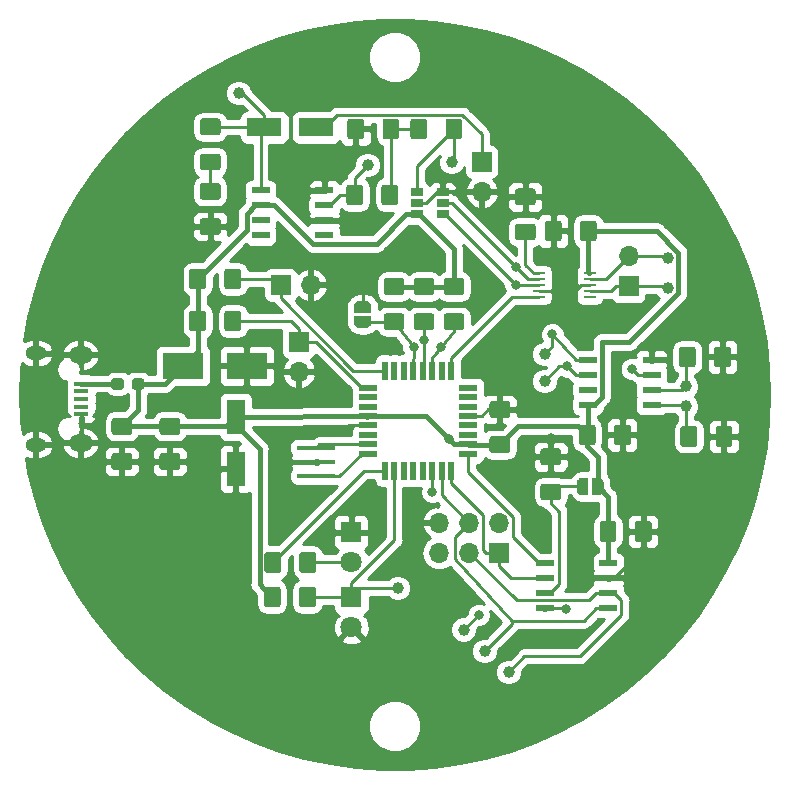
<source format=gbr>
G04 #@! TF.GenerationSoftware,KiCad,Pcbnew,(5.0.1-3-g963ef8bb5)*
G04 #@! TF.CreationDate,2019-06-08T22:51:48-04:00*
G04 #@! TF.ProjectId,EFCv2,45464376322E6B696361645F70636200,rev?*
G04 #@! TF.SameCoordinates,Original*
G04 #@! TF.FileFunction,Copper,L1,Top,Signal*
G04 #@! TF.FilePolarity,Positive*
%FSLAX46Y46*%
G04 Gerber Fmt 4.6, Leading zero omitted, Abs format (unit mm)*
G04 Created by KiCad (PCBNEW (5.0.1-3-g963ef8bb5)) date Saturday, June 08, 2019 at 10:51:48 pm*
%MOMM*%
%LPD*%
G01*
G04 APERTURE LIST*
G04 #@! TA.AperFunction,SMDPad,CuDef*
%ADD10R,1.550000X0.600000*%
G04 #@! TD*
G04 #@! TA.AperFunction,Conductor*
%ADD11C,0.100000*%
G04 #@! TD*
G04 #@! TA.AperFunction,SMDPad,CuDef*
%ADD12C,1.425000*%
G04 #@! TD*
G04 #@! TA.AperFunction,SMDPad,CuDef*
%ADD13R,3.000000X1.600000*%
G04 #@! TD*
G04 #@! TA.AperFunction,ComponentPad*
%ADD14R,1.800000X1.800000*%
G04 #@! TD*
G04 #@! TA.AperFunction,ComponentPad*
%ADD15C,1.800000*%
G04 #@! TD*
G04 #@! TA.AperFunction,SMDPad,CuDef*
%ADD16R,1.300000X0.450000*%
G04 #@! TD*
G04 #@! TA.AperFunction,ComponentPad*
%ADD17O,2.000000X1.450000*%
G04 #@! TD*
G04 #@! TA.AperFunction,ComponentPad*
%ADD18O,1.800000X1.150000*%
G04 #@! TD*
G04 #@! TA.AperFunction,ComponentPad*
%ADD19R,1.700000X1.700000*%
G04 #@! TD*
G04 #@! TA.AperFunction,ComponentPad*
%ADD20O,1.700000X1.700000*%
G04 #@! TD*
G04 #@! TA.AperFunction,SMDPad,CuDef*
%ADD21C,0.500000*%
G04 #@! TD*
G04 #@! TA.AperFunction,SMDPad,CuDef*
%ADD22R,1.060000X0.650000*%
G04 #@! TD*
G04 #@! TA.AperFunction,SMDPad,CuDef*
%ADD23R,1.600000X0.550000*%
G04 #@! TD*
G04 #@! TA.AperFunction,SMDPad,CuDef*
%ADD24R,0.550000X1.600000*%
G04 #@! TD*
G04 #@! TA.AperFunction,SMDPad,CuDef*
%ADD25R,1.100000X0.250000*%
G04 #@! TD*
G04 #@! TA.AperFunction,SMDPad,CuDef*
%ADD26R,3.200000X0.400000*%
G04 #@! TD*
G04 #@! TA.AperFunction,ComponentPad*
%ADD27C,1.000000*%
G04 #@! TD*
G04 #@! TA.AperFunction,SMDPad,CuDef*
%ADD28R,1.600000X3.000000*%
G04 #@! TD*
G04 #@! TA.AperFunction,SMDPad,CuDef*
%ADD29R,3.500000X2.300000*%
G04 #@! TD*
G04 #@! TA.AperFunction,SMDPad,CuDef*
%ADD30C,0.950000*%
G04 #@! TD*
G04 #@! TA.AperFunction,BGAPad,CuDef*
%ADD31C,1.000000*%
G04 #@! TD*
G04 #@! TA.AperFunction,ViaPad*
%ADD32C,0.800000*%
G04 #@! TD*
G04 #@! TA.AperFunction,Conductor*
%ADD33C,0.250000*%
G04 #@! TD*
G04 #@! TA.AperFunction,Conductor*
%ADD34C,0.400000*%
G04 #@! TD*
G04 #@! TA.AperFunction,Conductor*
%ADD35C,0.254000*%
G04 #@! TD*
G04 APERTURE END LIST*
D10*
G04 #@! TO.P,U2,1*
G04 #@! TO.N,Net-(U2-Pad1)*
X77851000Y-68453000D03*
G04 #@! TO.P,U2,2*
G04 #@! TO.N,GND*
X77851000Y-67183000D03*
G04 #@! TO.P,U2,3*
G04 #@! TO.N,Net-(C5-Pad1)*
X77851000Y-65913000D03*
G04 #@! TO.P,U2,4*
G04 #@! TO.N,GND*
X77851000Y-64643000D03*
G04 #@! TO.P,U2,5*
G04 #@! TO.N,Net-(C6-Pad1)*
X72451000Y-64643000D03*
G04 #@! TO.P,U2,6*
G04 #@! TO.N,+5V*
X72451000Y-65913000D03*
G04 #@! TO.P,U2,7*
G04 #@! TO.N,Net-(U2-Pad7)*
X72451000Y-67183000D03*
G04 #@! TO.P,U2,8*
G04 #@! TO.N,Net-(U2-Pad8)*
X72451000Y-68453000D03*
G04 #@! TD*
G04 #@! TO.P,U5,8*
G04 #@! TO.N,+5V*
X100170000Y-82804000D03*
G04 #@! TO.P,U5,7*
G04 #@! TO.N,Net-(U5-Pad7)*
X100170000Y-81534000D03*
G04 #@! TO.P,U5,6*
G04 #@! TO.N,/SCL*
X100170000Y-80264000D03*
G04 #@! TO.P,U5,5*
G04 #@! TO.N,/SDA*
X100170000Y-78994000D03*
G04 #@! TO.P,U5,4*
G04 #@! TO.N,GND*
X105570000Y-78994000D03*
G04 #@! TO.P,U5,3*
G04 #@! TO.N,Net-(BT1-Pad1)*
X105570000Y-80264000D03*
G04 #@! TO.P,U5,2*
G04 #@! TO.N,Net-(C12-Pad2)*
X105570000Y-81534000D03*
G04 #@! TO.P,U5,1*
G04 #@! TO.N,Net-(C11-Pad2)*
X105570000Y-82804000D03*
G04 #@! TD*
D11*
G04 #@! TO.N,+5V*
G04 #@! TO.C,C1*
G36*
X102360769Y-92638527D02*
X102385038Y-92642127D01*
X102408836Y-92648088D01*
X102431936Y-92656353D01*
X102454114Y-92666843D01*
X102475158Y-92679456D01*
X102494863Y-92694070D01*
X102513042Y-92710546D01*
X102529518Y-92728725D01*
X102544132Y-92748430D01*
X102556745Y-92769474D01*
X102567235Y-92791652D01*
X102575500Y-92814752D01*
X102581461Y-92838550D01*
X102585061Y-92862819D01*
X102586265Y-92887323D01*
X102586265Y-94137323D01*
X102585061Y-94161827D01*
X102581461Y-94186096D01*
X102575500Y-94209894D01*
X102567235Y-94232994D01*
X102556745Y-94255172D01*
X102544132Y-94276216D01*
X102529518Y-94295921D01*
X102513042Y-94314100D01*
X102494863Y-94330576D01*
X102475158Y-94345190D01*
X102454114Y-94357803D01*
X102431936Y-94368293D01*
X102408836Y-94376558D01*
X102385038Y-94382519D01*
X102360769Y-94386119D01*
X102336265Y-94387323D01*
X101411265Y-94387323D01*
X101386761Y-94386119D01*
X101362492Y-94382519D01*
X101338694Y-94376558D01*
X101315594Y-94368293D01*
X101293416Y-94357803D01*
X101272372Y-94345190D01*
X101252667Y-94330576D01*
X101234488Y-94314100D01*
X101218012Y-94295921D01*
X101203398Y-94276216D01*
X101190785Y-94255172D01*
X101180295Y-94232994D01*
X101172030Y-94209894D01*
X101166069Y-94186096D01*
X101162469Y-94161827D01*
X101161265Y-94137323D01*
X101161265Y-92887323D01*
X101162469Y-92862819D01*
X101166069Y-92838550D01*
X101172030Y-92814752D01*
X101180295Y-92791652D01*
X101190785Y-92769474D01*
X101203398Y-92748430D01*
X101218012Y-92728725D01*
X101234488Y-92710546D01*
X101252667Y-92694070D01*
X101272372Y-92679456D01*
X101293416Y-92666843D01*
X101315594Y-92656353D01*
X101338694Y-92648088D01*
X101362492Y-92642127D01*
X101386761Y-92638527D01*
X101411265Y-92637323D01*
X102336265Y-92637323D01*
X102360769Y-92638527D01*
X102360769Y-92638527D01*
G37*
D12*
G04 #@! TD*
G04 #@! TO.P,C1,2*
G04 #@! TO.N,+5V*
X101873765Y-93512323D03*
D11*
G04 #@! TO.N,GND*
G04 #@! TO.C,C1*
G36*
X105335769Y-92638527D02*
X105360038Y-92642127D01*
X105383836Y-92648088D01*
X105406936Y-92656353D01*
X105429114Y-92666843D01*
X105450158Y-92679456D01*
X105469863Y-92694070D01*
X105488042Y-92710546D01*
X105504518Y-92728725D01*
X105519132Y-92748430D01*
X105531745Y-92769474D01*
X105542235Y-92791652D01*
X105550500Y-92814752D01*
X105556461Y-92838550D01*
X105560061Y-92862819D01*
X105561265Y-92887323D01*
X105561265Y-94137323D01*
X105560061Y-94161827D01*
X105556461Y-94186096D01*
X105550500Y-94209894D01*
X105542235Y-94232994D01*
X105531745Y-94255172D01*
X105519132Y-94276216D01*
X105504518Y-94295921D01*
X105488042Y-94314100D01*
X105469863Y-94330576D01*
X105450158Y-94345190D01*
X105429114Y-94357803D01*
X105406936Y-94368293D01*
X105383836Y-94376558D01*
X105360038Y-94382519D01*
X105335769Y-94386119D01*
X105311265Y-94387323D01*
X104386265Y-94387323D01*
X104361761Y-94386119D01*
X104337492Y-94382519D01*
X104313694Y-94376558D01*
X104290594Y-94368293D01*
X104268416Y-94357803D01*
X104247372Y-94345190D01*
X104227667Y-94330576D01*
X104209488Y-94314100D01*
X104193012Y-94295921D01*
X104178398Y-94276216D01*
X104165785Y-94255172D01*
X104155295Y-94232994D01*
X104147030Y-94209894D01*
X104141069Y-94186096D01*
X104137469Y-94161827D01*
X104136265Y-94137323D01*
X104136265Y-92887323D01*
X104137469Y-92862819D01*
X104141069Y-92838550D01*
X104147030Y-92814752D01*
X104155295Y-92791652D01*
X104165785Y-92769474D01*
X104178398Y-92748430D01*
X104193012Y-92728725D01*
X104209488Y-92710546D01*
X104227667Y-92694070D01*
X104247372Y-92679456D01*
X104268416Y-92666843D01*
X104290594Y-92656353D01*
X104313694Y-92648088D01*
X104337492Y-92642127D01*
X104361761Y-92638527D01*
X104386265Y-92637323D01*
X105311265Y-92637323D01*
X105335769Y-92638527D01*
X105335769Y-92638527D01*
G37*
D12*
G04 #@! TD*
G04 #@! TO.P,C1,1*
G04 #@! TO.N,GND*
X104848765Y-93512323D03*
D11*
G04 #@! TO.N,Net-(C5-Pad2)*
G04 #@! TO.C,C5*
G36*
X83889504Y-64150204D02*
X83913773Y-64153804D01*
X83937571Y-64159765D01*
X83960671Y-64168030D01*
X83982849Y-64178520D01*
X84003893Y-64191133D01*
X84023598Y-64205747D01*
X84041777Y-64222223D01*
X84058253Y-64240402D01*
X84072867Y-64260107D01*
X84085480Y-64281151D01*
X84095970Y-64303329D01*
X84104235Y-64326429D01*
X84110196Y-64350227D01*
X84113796Y-64374496D01*
X84115000Y-64399000D01*
X84115000Y-65649000D01*
X84113796Y-65673504D01*
X84110196Y-65697773D01*
X84104235Y-65721571D01*
X84095970Y-65744671D01*
X84085480Y-65766849D01*
X84072867Y-65787893D01*
X84058253Y-65807598D01*
X84041777Y-65825777D01*
X84023598Y-65842253D01*
X84003893Y-65856867D01*
X83982849Y-65869480D01*
X83960671Y-65879970D01*
X83937571Y-65888235D01*
X83913773Y-65894196D01*
X83889504Y-65897796D01*
X83865000Y-65899000D01*
X82940000Y-65899000D01*
X82915496Y-65897796D01*
X82891227Y-65894196D01*
X82867429Y-65888235D01*
X82844329Y-65879970D01*
X82822151Y-65869480D01*
X82801107Y-65856867D01*
X82781402Y-65842253D01*
X82763223Y-65825777D01*
X82746747Y-65807598D01*
X82732133Y-65787893D01*
X82719520Y-65766849D01*
X82709030Y-65744671D01*
X82700765Y-65721571D01*
X82694804Y-65697773D01*
X82691204Y-65673504D01*
X82690000Y-65649000D01*
X82690000Y-64399000D01*
X82691204Y-64374496D01*
X82694804Y-64350227D01*
X82700765Y-64326429D01*
X82709030Y-64303329D01*
X82719520Y-64281151D01*
X82732133Y-64260107D01*
X82746747Y-64240402D01*
X82763223Y-64222223D01*
X82781402Y-64205747D01*
X82801107Y-64191133D01*
X82822151Y-64178520D01*
X82844329Y-64168030D01*
X82867429Y-64159765D01*
X82891227Y-64153804D01*
X82915496Y-64150204D01*
X82940000Y-64149000D01*
X83865000Y-64149000D01*
X83889504Y-64150204D01*
X83889504Y-64150204D01*
G37*
D12*
G04 #@! TD*
G04 #@! TO.P,C5,2*
G04 #@! TO.N,Net-(C5-Pad2)*
X83402500Y-65024000D03*
D11*
G04 #@! TO.N,Net-(C5-Pad1)*
G04 #@! TO.C,C5*
G36*
X80914504Y-64150204D02*
X80938773Y-64153804D01*
X80962571Y-64159765D01*
X80985671Y-64168030D01*
X81007849Y-64178520D01*
X81028893Y-64191133D01*
X81048598Y-64205747D01*
X81066777Y-64222223D01*
X81083253Y-64240402D01*
X81097867Y-64260107D01*
X81110480Y-64281151D01*
X81120970Y-64303329D01*
X81129235Y-64326429D01*
X81135196Y-64350227D01*
X81138796Y-64374496D01*
X81140000Y-64399000D01*
X81140000Y-65649000D01*
X81138796Y-65673504D01*
X81135196Y-65697773D01*
X81129235Y-65721571D01*
X81120970Y-65744671D01*
X81110480Y-65766849D01*
X81097867Y-65787893D01*
X81083253Y-65807598D01*
X81066777Y-65825777D01*
X81048598Y-65842253D01*
X81028893Y-65856867D01*
X81007849Y-65869480D01*
X80985671Y-65879970D01*
X80962571Y-65888235D01*
X80938773Y-65894196D01*
X80914504Y-65897796D01*
X80890000Y-65899000D01*
X79965000Y-65899000D01*
X79940496Y-65897796D01*
X79916227Y-65894196D01*
X79892429Y-65888235D01*
X79869329Y-65879970D01*
X79847151Y-65869480D01*
X79826107Y-65856867D01*
X79806402Y-65842253D01*
X79788223Y-65825777D01*
X79771747Y-65807598D01*
X79757133Y-65787893D01*
X79744520Y-65766849D01*
X79734030Y-65744671D01*
X79725765Y-65721571D01*
X79719804Y-65697773D01*
X79716204Y-65673504D01*
X79715000Y-65649000D01*
X79715000Y-64399000D01*
X79716204Y-64374496D01*
X79719804Y-64350227D01*
X79725765Y-64326429D01*
X79734030Y-64303329D01*
X79744520Y-64281151D01*
X79757133Y-64260107D01*
X79771747Y-64240402D01*
X79788223Y-64222223D01*
X79806402Y-64205747D01*
X79826107Y-64191133D01*
X79847151Y-64178520D01*
X79869329Y-64168030D01*
X79892429Y-64159765D01*
X79916227Y-64153804D01*
X79940496Y-64150204D01*
X79965000Y-64149000D01*
X80890000Y-64149000D01*
X80914504Y-64150204D01*
X80914504Y-64150204D01*
G37*
D12*
G04 #@! TD*
G04 #@! TO.P,C5,1*
G04 #@! TO.N,Net-(C5-Pad1)*
X80427500Y-65024000D03*
D11*
G04 #@! TO.N,Net-(C6-Pad1)*
G04 #@! TO.C,C6*
G36*
X68848504Y-58543704D02*
X68872773Y-58547304D01*
X68896571Y-58553265D01*
X68919671Y-58561530D01*
X68941849Y-58572020D01*
X68962893Y-58584633D01*
X68982598Y-58599247D01*
X69000777Y-58615723D01*
X69017253Y-58633902D01*
X69031867Y-58653607D01*
X69044480Y-58674651D01*
X69054970Y-58696829D01*
X69063235Y-58719929D01*
X69069196Y-58743727D01*
X69072796Y-58767996D01*
X69074000Y-58792500D01*
X69074000Y-59717500D01*
X69072796Y-59742004D01*
X69069196Y-59766273D01*
X69063235Y-59790071D01*
X69054970Y-59813171D01*
X69044480Y-59835349D01*
X69031867Y-59856393D01*
X69017253Y-59876098D01*
X69000777Y-59894277D01*
X68982598Y-59910753D01*
X68962893Y-59925367D01*
X68941849Y-59937980D01*
X68919671Y-59948470D01*
X68896571Y-59956735D01*
X68872773Y-59962696D01*
X68848504Y-59966296D01*
X68824000Y-59967500D01*
X67574000Y-59967500D01*
X67549496Y-59966296D01*
X67525227Y-59962696D01*
X67501429Y-59956735D01*
X67478329Y-59948470D01*
X67456151Y-59937980D01*
X67435107Y-59925367D01*
X67415402Y-59910753D01*
X67397223Y-59894277D01*
X67380747Y-59876098D01*
X67366133Y-59856393D01*
X67353520Y-59835349D01*
X67343030Y-59813171D01*
X67334765Y-59790071D01*
X67328804Y-59766273D01*
X67325204Y-59742004D01*
X67324000Y-59717500D01*
X67324000Y-58792500D01*
X67325204Y-58767996D01*
X67328804Y-58743727D01*
X67334765Y-58719929D01*
X67343030Y-58696829D01*
X67353520Y-58674651D01*
X67366133Y-58653607D01*
X67380747Y-58633902D01*
X67397223Y-58615723D01*
X67415402Y-58599247D01*
X67435107Y-58584633D01*
X67456151Y-58572020D01*
X67478329Y-58561530D01*
X67501429Y-58553265D01*
X67525227Y-58547304D01*
X67549496Y-58543704D01*
X67574000Y-58542500D01*
X68824000Y-58542500D01*
X68848504Y-58543704D01*
X68848504Y-58543704D01*
G37*
D12*
G04 #@! TD*
G04 #@! TO.P,C6,1*
G04 #@! TO.N,Net-(C6-Pad1)*
X68199000Y-59255000D03*
D11*
G04 #@! TO.N,Net-(C6-Pad2)*
G04 #@! TO.C,C6*
G36*
X68848504Y-61518704D02*
X68872773Y-61522304D01*
X68896571Y-61528265D01*
X68919671Y-61536530D01*
X68941849Y-61547020D01*
X68962893Y-61559633D01*
X68982598Y-61574247D01*
X69000777Y-61590723D01*
X69017253Y-61608902D01*
X69031867Y-61628607D01*
X69044480Y-61649651D01*
X69054970Y-61671829D01*
X69063235Y-61694929D01*
X69069196Y-61718727D01*
X69072796Y-61742996D01*
X69074000Y-61767500D01*
X69074000Y-62692500D01*
X69072796Y-62717004D01*
X69069196Y-62741273D01*
X69063235Y-62765071D01*
X69054970Y-62788171D01*
X69044480Y-62810349D01*
X69031867Y-62831393D01*
X69017253Y-62851098D01*
X69000777Y-62869277D01*
X68982598Y-62885753D01*
X68962893Y-62900367D01*
X68941849Y-62912980D01*
X68919671Y-62923470D01*
X68896571Y-62931735D01*
X68872773Y-62937696D01*
X68848504Y-62941296D01*
X68824000Y-62942500D01*
X67574000Y-62942500D01*
X67549496Y-62941296D01*
X67525227Y-62937696D01*
X67501429Y-62931735D01*
X67478329Y-62923470D01*
X67456151Y-62912980D01*
X67435107Y-62900367D01*
X67415402Y-62885753D01*
X67397223Y-62869277D01*
X67380747Y-62851098D01*
X67366133Y-62831393D01*
X67353520Y-62810349D01*
X67343030Y-62788171D01*
X67334765Y-62765071D01*
X67328804Y-62741273D01*
X67325204Y-62717004D01*
X67324000Y-62692500D01*
X67324000Y-61767500D01*
X67325204Y-61742996D01*
X67328804Y-61718727D01*
X67334765Y-61694929D01*
X67343030Y-61671829D01*
X67353520Y-61649651D01*
X67366133Y-61628607D01*
X67380747Y-61608902D01*
X67397223Y-61590723D01*
X67415402Y-61574247D01*
X67435107Y-61559633D01*
X67456151Y-61547020D01*
X67478329Y-61536530D01*
X67501429Y-61528265D01*
X67525227Y-61522304D01*
X67549496Y-61518704D01*
X67574000Y-61517500D01*
X68824000Y-61517500D01*
X68848504Y-61518704D01*
X68848504Y-61518704D01*
G37*
D12*
G04 #@! TD*
G04 #@! TO.P,C6,2*
G04 #@! TO.N,Net-(C6-Pad2)*
X68199000Y-62230000D03*
D13*
G04 #@! TO.P,C7,1*
G04 #@! TO.N,Net-(C6-Pad1)*
X72771000Y-59309000D03*
G04 #@! TO.P,C7,2*
G04 #@! TO.N,Net-(C7-Pad2)*
X77171000Y-59309000D03*
G04 #@! TD*
D11*
G04 #@! TO.N,GND*
G04 #@! TO.C,C8*
G36*
X93359504Y-82473704D02*
X93383773Y-82477304D01*
X93407571Y-82483265D01*
X93430671Y-82491530D01*
X93452849Y-82502020D01*
X93473893Y-82514633D01*
X93493598Y-82529247D01*
X93511777Y-82545723D01*
X93528253Y-82563902D01*
X93542867Y-82583607D01*
X93555480Y-82604651D01*
X93565970Y-82626829D01*
X93574235Y-82649929D01*
X93580196Y-82673727D01*
X93583796Y-82697996D01*
X93585000Y-82722500D01*
X93585000Y-83647500D01*
X93583796Y-83672004D01*
X93580196Y-83696273D01*
X93574235Y-83720071D01*
X93565970Y-83743171D01*
X93555480Y-83765349D01*
X93542867Y-83786393D01*
X93528253Y-83806098D01*
X93511777Y-83824277D01*
X93493598Y-83840753D01*
X93473893Y-83855367D01*
X93452849Y-83867980D01*
X93430671Y-83878470D01*
X93407571Y-83886735D01*
X93383773Y-83892696D01*
X93359504Y-83896296D01*
X93335000Y-83897500D01*
X92085000Y-83897500D01*
X92060496Y-83896296D01*
X92036227Y-83892696D01*
X92012429Y-83886735D01*
X91989329Y-83878470D01*
X91967151Y-83867980D01*
X91946107Y-83855367D01*
X91926402Y-83840753D01*
X91908223Y-83824277D01*
X91891747Y-83806098D01*
X91877133Y-83786393D01*
X91864520Y-83765349D01*
X91854030Y-83743171D01*
X91845765Y-83720071D01*
X91839804Y-83696273D01*
X91836204Y-83672004D01*
X91835000Y-83647500D01*
X91835000Y-82722500D01*
X91836204Y-82697996D01*
X91839804Y-82673727D01*
X91845765Y-82649929D01*
X91854030Y-82626829D01*
X91864520Y-82604651D01*
X91877133Y-82583607D01*
X91891747Y-82563902D01*
X91908223Y-82545723D01*
X91926402Y-82529247D01*
X91946107Y-82514633D01*
X91967151Y-82502020D01*
X91989329Y-82491530D01*
X92012429Y-82483265D01*
X92036227Y-82477304D01*
X92060496Y-82473704D01*
X92085000Y-82472500D01*
X93335000Y-82472500D01*
X93359504Y-82473704D01*
X93359504Y-82473704D01*
G37*
D12*
G04 #@! TD*
G04 #@! TO.P,C8,1*
G04 #@! TO.N,GND*
X92710000Y-83185000D03*
D11*
G04 #@! TO.N,+5V*
G04 #@! TO.C,C8*
G36*
X93359504Y-85448704D02*
X93383773Y-85452304D01*
X93407571Y-85458265D01*
X93430671Y-85466530D01*
X93452849Y-85477020D01*
X93473893Y-85489633D01*
X93493598Y-85504247D01*
X93511777Y-85520723D01*
X93528253Y-85538902D01*
X93542867Y-85558607D01*
X93555480Y-85579651D01*
X93565970Y-85601829D01*
X93574235Y-85624929D01*
X93580196Y-85648727D01*
X93583796Y-85672996D01*
X93585000Y-85697500D01*
X93585000Y-86622500D01*
X93583796Y-86647004D01*
X93580196Y-86671273D01*
X93574235Y-86695071D01*
X93565970Y-86718171D01*
X93555480Y-86740349D01*
X93542867Y-86761393D01*
X93528253Y-86781098D01*
X93511777Y-86799277D01*
X93493598Y-86815753D01*
X93473893Y-86830367D01*
X93452849Y-86842980D01*
X93430671Y-86853470D01*
X93407571Y-86861735D01*
X93383773Y-86867696D01*
X93359504Y-86871296D01*
X93335000Y-86872500D01*
X92085000Y-86872500D01*
X92060496Y-86871296D01*
X92036227Y-86867696D01*
X92012429Y-86861735D01*
X91989329Y-86853470D01*
X91967151Y-86842980D01*
X91946107Y-86830367D01*
X91926402Y-86815753D01*
X91908223Y-86799277D01*
X91891747Y-86781098D01*
X91877133Y-86761393D01*
X91864520Y-86740349D01*
X91854030Y-86718171D01*
X91845765Y-86695071D01*
X91839804Y-86671273D01*
X91836204Y-86647004D01*
X91835000Y-86622500D01*
X91835000Y-85697500D01*
X91836204Y-85672996D01*
X91839804Y-85648727D01*
X91845765Y-85624929D01*
X91854030Y-85601829D01*
X91864520Y-85579651D01*
X91877133Y-85558607D01*
X91891747Y-85538902D01*
X91908223Y-85520723D01*
X91926402Y-85504247D01*
X91946107Y-85489633D01*
X91967151Y-85477020D01*
X91989329Y-85466530D01*
X92012429Y-85458265D01*
X92036227Y-85452304D01*
X92060496Y-85448704D01*
X92085000Y-85447500D01*
X93335000Y-85447500D01*
X93359504Y-85448704D01*
X93359504Y-85448704D01*
G37*
D12*
G04 #@! TD*
G04 #@! TO.P,C8,2*
G04 #@! TO.N,+5V*
X92710000Y-86160000D03*
D11*
G04 #@! TO.N,GND*
G04 #@! TO.C,C9*
G36*
X103574504Y-84470204D02*
X103598773Y-84473804D01*
X103622571Y-84479765D01*
X103645671Y-84488030D01*
X103667849Y-84498520D01*
X103688893Y-84511133D01*
X103708598Y-84525747D01*
X103726777Y-84542223D01*
X103743253Y-84560402D01*
X103757867Y-84580107D01*
X103770480Y-84601151D01*
X103780970Y-84623329D01*
X103789235Y-84646429D01*
X103795196Y-84670227D01*
X103798796Y-84694496D01*
X103800000Y-84719000D01*
X103800000Y-85969000D01*
X103798796Y-85993504D01*
X103795196Y-86017773D01*
X103789235Y-86041571D01*
X103780970Y-86064671D01*
X103770480Y-86086849D01*
X103757867Y-86107893D01*
X103743253Y-86127598D01*
X103726777Y-86145777D01*
X103708598Y-86162253D01*
X103688893Y-86176867D01*
X103667849Y-86189480D01*
X103645671Y-86199970D01*
X103622571Y-86208235D01*
X103598773Y-86214196D01*
X103574504Y-86217796D01*
X103550000Y-86219000D01*
X102625000Y-86219000D01*
X102600496Y-86217796D01*
X102576227Y-86214196D01*
X102552429Y-86208235D01*
X102529329Y-86199970D01*
X102507151Y-86189480D01*
X102486107Y-86176867D01*
X102466402Y-86162253D01*
X102448223Y-86145777D01*
X102431747Y-86127598D01*
X102417133Y-86107893D01*
X102404520Y-86086849D01*
X102394030Y-86064671D01*
X102385765Y-86041571D01*
X102379804Y-86017773D01*
X102376204Y-85993504D01*
X102375000Y-85969000D01*
X102375000Y-84719000D01*
X102376204Y-84694496D01*
X102379804Y-84670227D01*
X102385765Y-84646429D01*
X102394030Y-84623329D01*
X102404520Y-84601151D01*
X102417133Y-84580107D01*
X102431747Y-84560402D01*
X102448223Y-84542223D01*
X102466402Y-84525747D01*
X102486107Y-84511133D01*
X102507151Y-84498520D01*
X102529329Y-84488030D01*
X102552429Y-84479765D01*
X102576227Y-84473804D01*
X102600496Y-84470204D01*
X102625000Y-84469000D01*
X103550000Y-84469000D01*
X103574504Y-84470204D01*
X103574504Y-84470204D01*
G37*
D12*
G04 #@! TD*
G04 #@! TO.P,C9,1*
G04 #@! TO.N,GND*
X103087500Y-85344000D03*
D11*
G04 #@! TO.N,+5V*
G04 #@! TO.C,C9*
G36*
X100599504Y-84470204D02*
X100623773Y-84473804D01*
X100647571Y-84479765D01*
X100670671Y-84488030D01*
X100692849Y-84498520D01*
X100713893Y-84511133D01*
X100733598Y-84525747D01*
X100751777Y-84542223D01*
X100768253Y-84560402D01*
X100782867Y-84580107D01*
X100795480Y-84601151D01*
X100805970Y-84623329D01*
X100814235Y-84646429D01*
X100820196Y-84670227D01*
X100823796Y-84694496D01*
X100825000Y-84719000D01*
X100825000Y-85969000D01*
X100823796Y-85993504D01*
X100820196Y-86017773D01*
X100814235Y-86041571D01*
X100805970Y-86064671D01*
X100795480Y-86086849D01*
X100782867Y-86107893D01*
X100768253Y-86127598D01*
X100751777Y-86145777D01*
X100733598Y-86162253D01*
X100713893Y-86176867D01*
X100692849Y-86189480D01*
X100670671Y-86199970D01*
X100647571Y-86208235D01*
X100623773Y-86214196D01*
X100599504Y-86217796D01*
X100575000Y-86219000D01*
X99650000Y-86219000D01*
X99625496Y-86217796D01*
X99601227Y-86214196D01*
X99577429Y-86208235D01*
X99554329Y-86199970D01*
X99532151Y-86189480D01*
X99511107Y-86176867D01*
X99491402Y-86162253D01*
X99473223Y-86145777D01*
X99456747Y-86127598D01*
X99442133Y-86107893D01*
X99429520Y-86086849D01*
X99419030Y-86064671D01*
X99410765Y-86041571D01*
X99404804Y-86017773D01*
X99401204Y-85993504D01*
X99400000Y-85969000D01*
X99400000Y-84719000D01*
X99401204Y-84694496D01*
X99404804Y-84670227D01*
X99410765Y-84646429D01*
X99419030Y-84623329D01*
X99429520Y-84601151D01*
X99442133Y-84580107D01*
X99456747Y-84560402D01*
X99473223Y-84542223D01*
X99491402Y-84525747D01*
X99511107Y-84511133D01*
X99532151Y-84498520D01*
X99554329Y-84488030D01*
X99577429Y-84479765D01*
X99601227Y-84473804D01*
X99625496Y-84470204D01*
X99650000Y-84469000D01*
X100575000Y-84469000D01*
X100599504Y-84470204D01*
X100599504Y-84470204D01*
G37*
D12*
G04 #@! TD*
G04 #@! TO.P,C9,2*
G04 #@! TO.N,+5V*
X100112500Y-85344000D03*
D11*
G04 #@! TO.N,+5V*
G04 #@! TO.C,C10*
G36*
X100690004Y-67198204D02*
X100714273Y-67201804D01*
X100738071Y-67207765D01*
X100761171Y-67216030D01*
X100783349Y-67226520D01*
X100804393Y-67239133D01*
X100824098Y-67253747D01*
X100842277Y-67270223D01*
X100858753Y-67288402D01*
X100873367Y-67308107D01*
X100885980Y-67329151D01*
X100896470Y-67351329D01*
X100904735Y-67374429D01*
X100910696Y-67398227D01*
X100914296Y-67422496D01*
X100915500Y-67447000D01*
X100915500Y-68697000D01*
X100914296Y-68721504D01*
X100910696Y-68745773D01*
X100904735Y-68769571D01*
X100896470Y-68792671D01*
X100885980Y-68814849D01*
X100873367Y-68835893D01*
X100858753Y-68855598D01*
X100842277Y-68873777D01*
X100824098Y-68890253D01*
X100804393Y-68904867D01*
X100783349Y-68917480D01*
X100761171Y-68927970D01*
X100738071Y-68936235D01*
X100714273Y-68942196D01*
X100690004Y-68945796D01*
X100665500Y-68947000D01*
X99740500Y-68947000D01*
X99715996Y-68945796D01*
X99691727Y-68942196D01*
X99667929Y-68936235D01*
X99644829Y-68927970D01*
X99622651Y-68917480D01*
X99601607Y-68904867D01*
X99581902Y-68890253D01*
X99563723Y-68873777D01*
X99547247Y-68855598D01*
X99532633Y-68835893D01*
X99520020Y-68814849D01*
X99509530Y-68792671D01*
X99501265Y-68769571D01*
X99495304Y-68745773D01*
X99491704Y-68721504D01*
X99490500Y-68697000D01*
X99490500Y-67447000D01*
X99491704Y-67422496D01*
X99495304Y-67398227D01*
X99501265Y-67374429D01*
X99509530Y-67351329D01*
X99520020Y-67329151D01*
X99532633Y-67308107D01*
X99547247Y-67288402D01*
X99563723Y-67270223D01*
X99581902Y-67253747D01*
X99601607Y-67239133D01*
X99622651Y-67226520D01*
X99644829Y-67216030D01*
X99667929Y-67207765D01*
X99691727Y-67201804D01*
X99715996Y-67198204D01*
X99740500Y-67197000D01*
X100665500Y-67197000D01*
X100690004Y-67198204D01*
X100690004Y-67198204D01*
G37*
D12*
G04 #@! TD*
G04 #@! TO.P,C10,2*
G04 #@! TO.N,+5V*
X100203000Y-68072000D03*
D11*
G04 #@! TO.N,GND*
G04 #@! TO.C,C10*
G36*
X97715004Y-67198204D02*
X97739273Y-67201804D01*
X97763071Y-67207765D01*
X97786171Y-67216030D01*
X97808349Y-67226520D01*
X97829393Y-67239133D01*
X97849098Y-67253747D01*
X97867277Y-67270223D01*
X97883753Y-67288402D01*
X97898367Y-67308107D01*
X97910980Y-67329151D01*
X97921470Y-67351329D01*
X97929735Y-67374429D01*
X97935696Y-67398227D01*
X97939296Y-67422496D01*
X97940500Y-67447000D01*
X97940500Y-68697000D01*
X97939296Y-68721504D01*
X97935696Y-68745773D01*
X97929735Y-68769571D01*
X97921470Y-68792671D01*
X97910980Y-68814849D01*
X97898367Y-68835893D01*
X97883753Y-68855598D01*
X97867277Y-68873777D01*
X97849098Y-68890253D01*
X97829393Y-68904867D01*
X97808349Y-68917480D01*
X97786171Y-68927970D01*
X97763071Y-68936235D01*
X97739273Y-68942196D01*
X97715004Y-68945796D01*
X97690500Y-68947000D01*
X96765500Y-68947000D01*
X96740996Y-68945796D01*
X96716727Y-68942196D01*
X96692929Y-68936235D01*
X96669829Y-68927970D01*
X96647651Y-68917480D01*
X96626607Y-68904867D01*
X96606902Y-68890253D01*
X96588723Y-68873777D01*
X96572247Y-68855598D01*
X96557633Y-68835893D01*
X96545020Y-68814849D01*
X96534530Y-68792671D01*
X96526265Y-68769571D01*
X96520304Y-68745773D01*
X96516704Y-68721504D01*
X96515500Y-68697000D01*
X96515500Y-67447000D01*
X96516704Y-67422496D01*
X96520304Y-67398227D01*
X96526265Y-67374429D01*
X96534530Y-67351329D01*
X96545020Y-67329151D01*
X96557633Y-67308107D01*
X96572247Y-67288402D01*
X96588723Y-67270223D01*
X96606902Y-67253747D01*
X96626607Y-67239133D01*
X96647651Y-67226520D01*
X96669829Y-67216030D01*
X96692929Y-67207765D01*
X96716727Y-67201804D01*
X96740996Y-67198204D01*
X96765500Y-67197000D01*
X97690500Y-67197000D01*
X97715004Y-67198204D01*
X97715004Y-67198204D01*
G37*
D12*
G04 #@! TD*
G04 #@! TO.P,C10,1*
G04 #@! TO.N,GND*
X97228000Y-68072000D03*
D11*
G04 #@! TO.N,Net-(C11-Pad2)*
G04 #@! TO.C,C11*
G36*
X109199004Y-84597204D02*
X109223273Y-84600804D01*
X109247071Y-84606765D01*
X109270171Y-84615030D01*
X109292349Y-84625520D01*
X109313393Y-84638133D01*
X109333098Y-84652747D01*
X109351277Y-84669223D01*
X109367753Y-84687402D01*
X109382367Y-84707107D01*
X109394980Y-84728151D01*
X109405470Y-84750329D01*
X109413735Y-84773429D01*
X109419696Y-84797227D01*
X109423296Y-84821496D01*
X109424500Y-84846000D01*
X109424500Y-86096000D01*
X109423296Y-86120504D01*
X109419696Y-86144773D01*
X109413735Y-86168571D01*
X109405470Y-86191671D01*
X109394980Y-86213849D01*
X109382367Y-86234893D01*
X109367753Y-86254598D01*
X109351277Y-86272777D01*
X109333098Y-86289253D01*
X109313393Y-86303867D01*
X109292349Y-86316480D01*
X109270171Y-86326970D01*
X109247071Y-86335235D01*
X109223273Y-86341196D01*
X109199004Y-86344796D01*
X109174500Y-86346000D01*
X108249500Y-86346000D01*
X108224996Y-86344796D01*
X108200727Y-86341196D01*
X108176929Y-86335235D01*
X108153829Y-86326970D01*
X108131651Y-86316480D01*
X108110607Y-86303867D01*
X108090902Y-86289253D01*
X108072723Y-86272777D01*
X108056247Y-86254598D01*
X108041633Y-86234893D01*
X108029020Y-86213849D01*
X108018530Y-86191671D01*
X108010265Y-86168571D01*
X108004304Y-86144773D01*
X108000704Y-86120504D01*
X107999500Y-86096000D01*
X107999500Y-84846000D01*
X108000704Y-84821496D01*
X108004304Y-84797227D01*
X108010265Y-84773429D01*
X108018530Y-84750329D01*
X108029020Y-84728151D01*
X108041633Y-84707107D01*
X108056247Y-84687402D01*
X108072723Y-84669223D01*
X108090902Y-84652747D01*
X108110607Y-84638133D01*
X108131651Y-84625520D01*
X108153829Y-84615030D01*
X108176929Y-84606765D01*
X108200727Y-84600804D01*
X108224996Y-84597204D01*
X108249500Y-84596000D01*
X109174500Y-84596000D01*
X109199004Y-84597204D01*
X109199004Y-84597204D01*
G37*
D12*
G04 #@! TD*
G04 #@! TO.P,C11,2*
G04 #@! TO.N,Net-(C11-Pad2)*
X108712000Y-85471000D03*
D11*
G04 #@! TO.N,GND*
G04 #@! TO.C,C11*
G36*
X112174004Y-84597204D02*
X112198273Y-84600804D01*
X112222071Y-84606765D01*
X112245171Y-84615030D01*
X112267349Y-84625520D01*
X112288393Y-84638133D01*
X112308098Y-84652747D01*
X112326277Y-84669223D01*
X112342753Y-84687402D01*
X112357367Y-84707107D01*
X112369980Y-84728151D01*
X112380470Y-84750329D01*
X112388735Y-84773429D01*
X112394696Y-84797227D01*
X112398296Y-84821496D01*
X112399500Y-84846000D01*
X112399500Y-86096000D01*
X112398296Y-86120504D01*
X112394696Y-86144773D01*
X112388735Y-86168571D01*
X112380470Y-86191671D01*
X112369980Y-86213849D01*
X112357367Y-86234893D01*
X112342753Y-86254598D01*
X112326277Y-86272777D01*
X112308098Y-86289253D01*
X112288393Y-86303867D01*
X112267349Y-86316480D01*
X112245171Y-86326970D01*
X112222071Y-86335235D01*
X112198273Y-86341196D01*
X112174004Y-86344796D01*
X112149500Y-86346000D01*
X111224500Y-86346000D01*
X111199996Y-86344796D01*
X111175727Y-86341196D01*
X111151929Y-86335235D01*
X111128829Y-86326970D01*
X111106651Y-86316480D01*
X111085607Y-86303867D01*
X111065902Y-86289253D01*
X111047723Y-86272777D01*
X111031247Y-86254598D01*
X111016633Y-86234893D01*
X111004020Y-86213849D01*
X110993530Y-86191671D01*
X110985265Y-86168571D01*
X110979304Y-86144773D01*
X110975704Y-86120504D01*
X110974500Y-86096000D01*
X110974500Y-84846000D01*
X110975704Y-84821496D01*
X110979304Y-84797227D01*
X110985265Y-84773429D01*
X110993530Y-84750329D01*
X111004020Y-84728151D01*
X111016633Y-84707107D01*
X111031247Y-84687402D01*
X111047723Y-84669223D01*
X111065902Y-84652747D01*
X111085607Y-84638133D01*
X111106651Y-84625520D01*
X111128829Y-84615030D01*
X111151929Y-84606765D01*
X111175727Y-84600804D01*
X111199996Y-84597204D01*
X111224500Y-84596000D01*
X112149500Y-84596000D01*
X112174004Y-84597204D01*
X112174004Y-84597204D01*
G37*
D12*
G04 #@! TD*
G04 #@! TO.P,C11,1*
G04 #@! TO.N,GND*
X111687000Y-85471000D03*
D11*
G04 #@! TO.N,GND*
G04 #@! TO.C,C12*
G36*
X112047004Y-77866204D02*
X112071273Y-77869804D01*
X112095071Y-77875765D01*
X112118171Y-77884030D01*
X112140349Y-77894520D01*
X112161393Y-77907133D01*
X112181098Y-77921747D01*
X112199277Y-77938223D01*
X112215753Y-77956402D01*
X112230367Y-77976107D01*
X112242980Y-77997151D01*
X112253470Y-78019329D01*
X112261735Y-78042429D01*
X112267696Y-78066227D01*
X112271296Y-78090496D01*
X112272500Y-78115000D01*
X112272500Y-79365000D01*
X112271296Y-79389504D01*
X112267696Y-79413773D01*
X112261735Y-79437571D01*
X112253470Y-79460671D01*
X112242980Y-79482849D01*
X112230367Y-79503893D01*
X112215753Y-79523598D01*
X112199277Y-79541777D01*
X112181098Y-79558253D01*
X112161393Y-79572867D01*
X112140349Y-79585480D01*
X112118171Y-79595970D01*
X112095071Y-79604235D01*
X112071273Y-79610196D01*
X112047004Y-79613796D01*
X112022500Y-79615000D01*
X111097500Y-79615000D01*
X111072996Y-79613796D01*
X111048727Y-79610196D01*
X111024929Y-79604235D01*
X111001829Y-79595970D01*
X110979651Y-79585480D01*
X110958607Y-79572867D01*
X110938902Y-79558253D01*
X110920723Y-79541777D01*
X110904247Y-79523598D01*
X110889633Y-79503893D01*
X110877020Y-79482849D01*
X110866530Y-79460671D01*
X110858265Y-79437571D01*
X110852304Y-79413773D01*
X110848704Y-79389504D01*
X110847500Y-79365000D01*
X110847500Y-78115000D01*
X110848704Y-78090496D01*
X110852304Y-78066227D01*
X110858265Y-78042429D01*
X110866530Y-78019329D01*
X110877020Y-77997151D01*
X110889633Y-77976107D01*
X110904247Y-77956402D01*
X110920723Y-77938223D01*
X110938902Y-77921747D01*
X110958607Y-77907133D01*
X110979651Y-77894520D01*
X111001829Y-77884030D01*
X111024929Y-77875765D01*
X111048727Y-77869804D01*
X111072996Y-77866204D01*
X111097500Y-77865000D01*
X112022500Y-77865000D01*
X112047004Y-77866204D01*
X112047004Y-77866204D01*
G37*
D12*
G04 #@! TD*
G04 #@! TO.P,C12,1*
G04 #@! TO.N,GND*
X111560000Y-78740000D03*
D11*
G04 #@! TO.N,Net-(C12-Pad2)*
G04 #@! TO.C,C12*
G36*
X109072004Y-77866204D02*
X109096273Y-77869804D01*
X109120071Y-77875765D01*
X109143171Y-77884030D01*
X109165349Y-77894520D01*
X109186393Y-77907133D01*
X109206098Y-77921747D01*
X109224277Y-77938223D01*
X109240753Y-77956402D01*
X109255367Y-77976107D01*
X109267980Y-77997151D01*
X109278470Y-78019329D01*
X109286735Y-78042429D01*
X109292696Y-78066227D01*
X109296296Y-78090496D01*
X109297500Y-78115000D01*
X109297500Y-79365000D01*
X109296296Y-79389504D01*
X109292696Y-79413773D01*
X109286735Y-79437571D01*
X109278470Y-79460671D01*
X109267980Y-79482849D01*
X109255367Y-79503893D01*
X109240753Y-79523598D01*
X109224277Y-79541777D01*
X109206098Y-79558253D01*
X109186393Y-79572867D01*
X109165349Y-79585480D01*
X109143171Y-79595970D01*
X109120071Y-79604235D01*
X109096273Y-79610196D01*
X109072004Y-79613796D01*
X109047500Y-79615000D01*
X108122500Y-79615000D01*
X108097996Y-79613796D01*
X108073727Y-79610196D01*
X108049929Y-79604235D01*
X108026829Y-79595970D01*
X108004651Y-79585480D01*
X107983607Y-79572867D01*
X107963902Y-79558253D01*
X107945723Y-79541777D01*
X107929247Y-79523598D01*
X107914633Y-79503893D01*
X107902020Y-79482849D01*
X107891530Y-79460671D01*
X107883265Y-79437571D01*
X107877304Y-79413773D01*
X107873704Y-79389504D01*
X107872500Y-79365000D01*
X107872500Y-78115000D01*
X107873704Y-78090496D01*
X107877304Y-78066227D01*
X107883265Y-78042429D01*
X107891530Y-78019329D01*
X107902020Y-77997151D01*
X107914633Y-77976107D01*
X107929247Y-77956402D01*
X107945723Y-77938223D01*
X107963902Y-77921747D01*
X107983607Y-77907133D01*
X108004651Y-77894520D01*
X108026829Y-77884030D01*
X108049929Y-77875765D01*
X108073727Y-77869804D01*
X108097996Y-77866204D01*
X108122500Y-77865000D01*
X109047500Y-77865000D01*
X109072004Y-77866204D01*
X109072004Y-77866204D01*
G37*
D12*
G04 #@! TD*
G04 #@! TO.P,C12,2*
G04 #@! TO.N,Net-(C12-Pad2)*
X108585000Y-78740000D03*
D11*
G04 #@! TO.N,Net-(C13-Pad1)*
G04 #@! TO.C,C13*
G36*
X95518504Y-67451204D02*
X95542773Y-67454804D01*
X95566571Y-67460765D01*
X95589671Y-67469030D01*
X95611849Y-67479520D01*
X95632893Y-67492133D01*
X95652598Y-67506747D01*
X95670777Y-67523223D01*
X95687253Y-67541402D01*
X95701867Y-67561107D01*
X95714480Y-67582151D01*
X95724970Y-67604329D01*
X95733235Y-67627429D01*
X95739196Y-67651227D01*
X95742796Y-67675496D01*
X95744000Y-67700000D01*
X95744000Y-68625000D01*
X95742796Y-68649504D01*
X95739196Y-68673773D01*
X95733235Y-68697571D01*
X95724970Y-68720671D01*
X95714480Y-68742849D01*
X95701867Y-68763893D01*
X95687253Y-68783598D01*
X95670777Y-68801777D01*
X95652598Y-68818253D01*
X95632893Y-68832867D01*
X95611849Y-68845480D01*
X95589671Y-68855970D01*
X95566571Y-68864235D01*
X95542773Y-68870196D01*
X95518504Y-68873796D01*
X95494000Y-68875000D01*
X94244000Y-68875000D01*
X94219496Y-68873796D01*
X94195227Y-68870196D01*
X94171429Y-68864235D01*
X94148329Y-68855970D01*
X94126151Y-68845480D01*
X94105107Y-68832867D01*
X94085402Y-68818253D01*
X94067223Y-68801777D01*
X94050747Y-68783598D01*
X94036133Y-68763893D01*
X94023520Y-68742849D01*
X94013030Y-68720671D01*
X94004765Y-68697571D01*
X93998804Y-68673773D01*
X93995204Y-68649504D01*
X93994000Y-68625000D01*
X93994000Y-67700000D01*
X93995204Y-67675496D01*
X93998804Y-67651227D01*
X94004765Y-67627429D01*
X94013030Y-67604329D01*
X94023520Y-67582151D01*
X94036133Y-67561107D01*
X94050747Y-67541402D01*
X94067223Y-67523223D01*
X94085402Y-67506747D01*
X94105107Y-67492133D01*
X94126151Y-67479520D01*
X94148329Y-67469030D01*
X94171429Y-67460765D01*
X94195227Y-67454804D01*
X94219496Y-67451204D01*
X94244000Y-67450000D01*
X95494000Y-67450000D01*
X95518504Y-67451204D01*
X95518504Y-67451204D01*
G37*
D12*
G04 #@! TD*
G04 #@! TO.P,C13,1*
G04 #@! TO.N,Net-(C13-Pad1)*
X94869000Y-68162500D03*
D11*
G04 #@! TO.N,GND*
G04 #@! TO.C,C13*
G36*
X95518504Y-64476204D02*
X95542773Y-64479804D01*
X95566571Y-64485765D01*
X95589671Y-64494030D01*
X95611849Y-64504520D01*
X95632893Y-64517133D01*
X95652598Y-64531747D01*
X95670777Y-64548223D01*
X95687253Y-64566402D01*
X95701867Y-64586107D01*
X95714480Y-64607151D01*
X95724970Y-64629329D01*
X95733235Y-64652429D01*
X95739196Y-64676227D01*
X95742796Y-64700496D01*
X95744000Y-64725000D01*
X95744000Y-65650000D01*
X95742796Y-65674504D01*
X95739196Y-65698773D01*
X95733235Y-65722571D01*
X95724970Y-65745671D01*
X95714480Y-65767849D01*
X95701867Y-65788893D01*
X95687253Y-65808598D01*
X95670777Y-65826777D01*
X95652598Y-65843253D01*
X95632893Y-65857867D01*
X95611849Y-65870480D01*
X95589671Y-65880970D01*
X95566571Y-65889235D01*
X95542773Y-65895196D01*
X95518504Y-65898796D01*
X95494000Y-65900000D01*
X94244000Y-65900000D01*
X94219496Y-65898796D01*
X94195227Y-65895196D01*
X94171429Y-65889235D01*
X94148329Y-65880970D01*
X94126151Y-65870480D01*
X94105107Y-65857867D01*
X94085402Y-65843253D01*
X94067223Y-65826777D01*
X94050747Y-65808598D01*
X94036133Y-65788893D01*
X94023520Y-65767849D01*
X94013030Y-65745671D01*
X94004765Y-65722571D01*
X93998804Y-65698773D01*
X93995204Y-65674504D01*
X93994000Y-65650000D01*
X93994000Y-64725000D01*
X93995204Y-64700496D01*
X93998804Y-64676227D01*
X94004765Y-64652429D01*
X94013030Y-64629329D01*
X94023520Y-64607151D01*
X94036133Y-64586107D01*
X94050747Y-64566402D01*
X94067223Y-64548223D01*
X94085402Y-64531747D01*
X94105107Y-64517133D01*
X94126151Y-64504520D01*
X94148329Y-64494030D01*
X94171429Y-64485765D01*
X94195227Y-64479804D01*
X94219496Y-64476204D01*
X94244000Y-64475000D01*
X95494000Y-64475000D01*
X95518504Y-64476204D01*
X95518504Y-64476204D01*
G37*
D12*
G04 #@! TD*
G04 #@! TO.P,C13,2*
G04 #@! TO.N,GND*
X94869000Y-65187500D03*
D14*
G04 #@! TO.P,D2,1*
G04 #@! TO.N,GND*
X80137000Y-93599000D03*
D15*
G04 #@! TO.P,D2,2*
G04 #@! TO.N,Net-(D2-Pad2)*
X80137000Y-96139000D03*
G04 #@! TD*
D16*
G04 #@! TO.P,J1,1*
G04 #@! TO.N,Net-(F1-Pad2)*
X57272000Y-80996000D03*
G04 #@! TO.P,J1,2*
G04 #@! TO.N,Net-(J1-Pad2)*
X57272000Y-81646000D03*
G04 #@! TO.P,J1,3*
G04 #@! TO.N,Net-(J1-Pad3)*
X57272000Y-82296000D03*
G04 #@! TO.P,J1,4*
G04 #@! TO.N,Net-(J1-Pad4)*
X57272000Y-82946000D03*
G04 #@! TO.P,J1,5*
G04 #@! TO.N,GND*
X57272000Y-83596000D03*
D17*
G04 #@! TO.P,J1,6*
X57222000Y-78571000D03*
X57222000Y-86021000D03*
D18*
X53422000Y-78421000D03*
X53422000Y-86171000D03*
G04 #@! TD*
D19*
G04 #@! TO.P,J2,1*
G04 #@! TO.N,/MISO*
X92646500Y-95313500D03*
D20*
G04 #@! TO.P,J2,2*
G04 #@! TO.N,+5V*
X92646500Y-92773500D03*
G04 #@! TO.P,J2,3*
G04 #@! TO.N,/SCLK*
X90106500Y-95313500D03*
G04 #@! TO.P,J2,4*
G04 #@! TO.N,/MOSI*
X90106500Y-92773500D03*
G04 #@! TO.P,J2,5*
G04 #@! TO.N,/RESET*
X87566500Y-95313500D03*
G04 #@! TO.P,J2,6*
G04 #@! TO.N,GND*
X87566500Y-92773500D03*
G04 #@! TD*
D19*
G04 #@! TO.P,LS1,1*
G04 #@! TO.N,Net-(C7-Pad2)*
X91186000Y-62230000D03*
D20*
G04 #@! TO.P,LS1,2*
G04 #@! TO.N,GND*
X91186000Y-64770000D03*
G04 #@! TD*
D19*
G04 #@! TO.P,M1,1*
G04 #@! TO.N,Net-(M1-Pad1)*
X103632000Y-72771000D03*
D20*
G04 #@! TO.P,M1,2*
G04 #@! TO.N,Net-(M1-Pad2)*
X103632000Y-70231000D03*
G04 #@! TD*
D14*
G04 #@! TO.P,Q1,1*
G04 #@! TO.N,/IR_DETECT*
X80137000Y-99060000D03*
D15*
G04 #@! TO.P,Q1,2*
G04 #@! TO.N,GND*
X80137000Y-101600000D03*
G04 #@! TD*
D11*
G04 #@! TO.N,Net-(C6-Pad2)*
G04 #@! TO.C,R1*
G36*
X68848504Y-64004704D02*
X68872773Y-64008304D01*
X68896571Y-64014265D01*
X68919671Y-64022530D01*
X68941849Y-64033020D01*
X68962893Y-64045633D01*
X68982598Y-64060247D01*
X69000777Y-64076723D01*
X69017253Y-64094902D01*
X69031867Y-64114607D01*
X69044480Y-64135651D01*
X69054970Y-64157829D01*
X69063235Y-64180929D01*
X69069196Y-64204727D01*
X69072796Y-64228996D01*
X69074000Y-64253500D01*
X69074000Y-65178500D01*
X69072796Y-65203004D01*
X69069196Y-65227273D01*
X69063235Y-65251071D01*
X69054970Y-65274171D01*
X69044480Y-65296349D01*
X69031867Y-65317393D01*
X69017253Y-65337098D01*
X69000777Y-65355277D01*
X68982598Y-65371753D01*
X68962893Y-65386367D01*
X68941849Y-65398980D01*
X68919671Y-65409470D01*
X68896571Y-65417735D01*
X68872773Y-65423696D01*
X68848504Y-65427296D01*
X68824000Y-65428500D01*
X67574000Y-65428500D01*
X67549496Y-65427296D01*
X67525227Y-65423696D01*
X67501429Y-65417735D01*
X67478329Y-65409470D01*
X67456151Y-65398980D01*
X67435107Y-65386367D01*
X67415402Y-65371753D01*
X67397223Y-65355277D01*
X67380747Y-65337098D01*
X67366133Y-65317393D01*
X67353520Y-65296349D01*
X67343030Y-65274171D01*
X67334765Y-65251071D01*
X67328804Y-65227273D01*
X67325204Y-65203004D01*
X67324000Y-65178500D01*
X67324000Y-64253500D01*
X67325204Y-64228996D01*
X67328804Y-64204727D01*
X67334765Y-64180929D01*
X67343030Y-64157829D01*
X67353520Y-64135651D01*
X67366133Y-64114607D01*
X67380747Y-64094902D01*
X67397223Y-64076723D01*
X67415402Y-64060247D01*
X67435107Y-64045633D01*
X67456151Y-64033020D01*
X67478329Y-64022530D01*
X67501429Y-64014265D01*
X67525227Y-64008304D01*
X67549496Y-64004704D01*
X67574000Y-64003500D01*
X68824000Y-64003500D01*
X68848504Y-64004704D01*
X68848504Y-64004704D01*
G37*
D12*
G04 #@! TD*
G04 #@! TO.P,R1,1*
G04 #@! TO.N,Net-(C6-Pad2)*
X68199000Y-64716000D03*
D11*
G04 #@! TO.N,GND*
G04 #@! TO.C,R1*
G36*
X68848504Y-66979704D02*
X68872773Y-66983304D01*
X68896571Y-66989265D01*
X68919671Y-66997530D01*
X68941849Y-67008020D01*
X68962893Y-67020633D01*
X68982598Y-67035247D01*
X69000777Y-67051723D01*
X69017253Y-67069902D01*
X69031867Y-67089607D01*
X69044480Y-67110651D01*
X69054970Y-67132829D01*
X69063235Y-67155929D01*
X69069196Y-67179727D01*
X69072796Y-67203996D01*
X69074000Y-67228500D01*
X69074000Y-68153500D01*
X69072796Y-68178004D01*
X69069196Y-68202273D01*
X69063235Y-68226071D01*
X69054970Y-68249171D01*
X69044480Y-68271349D01*
X69031867Y-68292393D01*
X69017253Y-68312098D01*
X69000777Y-68330277D01*
X68982598Y-68346753D01*
X68962893Y-68361367D01*
X68941849Y-68373980D01*
X68919671Y-68384470D01*
X68896571Y-68392735D01*
X68872773Y-68398696D01*
X68848504Y-68402296D01*
X68824000Y-68403500D01*
X67574000Y-68403500D01*
X67549496Y-68402296D01*
X67525227Y-68398696D01*
X67501429Y-68392735D01*
X67478329Y-68384470D01*
X67456151Y-68373980D01*
X67435107Y-68361367D01*
X67415402Y-68346753D01*
X67397223Y-68330277D01*
X67380747Y-68312098D01*
X67366133Y-68292393D01*
X67353520Y-68271349D01*
X67343030Y-68249171D01*
X67334765Y-68226071D01*
X67328804Y-68202273D01*
X67325204Y-68178004D01*
X67324000Y-68153500D01*
X67324000Y-67228500D01*
X67325204Y-67203996D01*
X67328804Y-67179727D01*
X67334765Y-67155929D01*
X67343030Y-67132829D01*
X67353520Y-67110651D01*
X67366133Y-67089607D01*
X67380747Y-67069902D01*
X67397223Y-67051723D01*
X67415402Y-67035247D01*
X67435107Y-67020633D01*
X67456151Y-67008020D01*
X67478329Y-66997530D01*
X67501429Y-66989265D01*
X67525227Y-66983304D01*
X67549496Y-66979704D01*
X67574000Y-66978500D01*
X68824000Y-66978500D01*
X68848504Y-66979704D01*
X68848504Y-66979704D01*
G37*
D12*
G04 #@! TD*
G04 #@! TO.P,R1,2*
G04 #@! TO.N,GND*
X68199000Y-67691000D03*
D11*
G04 #@! TO.N,GND*
G04 #@! TO.C,R2*
G36*
X97677504Y-86483704D02*
X97701773Y-86487304D01*
X97725571Y-86493265D01*
X97748671Y-86501530D01*
X97770849Y-86512020D01*
X97791893Y-86524633D01*
X97811598Y-86539247D01*
X97829777Y-86555723D01*
X97846253Y-86573902D01*
X97860867Y-86593607D01*
X97873480Y-86614651D01*
X97883970Y-86636829D01*
X97892235Y-86659929D01*
X97898196Y-86683727D01*
X97901796Y-86707996D01*
X97903000Y-86732500D01*
X97903000Y-87657500D01*
X97901796Y-87682004D01*
X97898196Y-87706273D01*
X97892235Y-87730071D01*
X97883970Y-87753171D01*
X97873480Y-87775349D01*
X97860867Y-87796393D01*
X97846253Y-87816098D01*
X97829777Y-87834277D01*
X97811598Y-87850753D01*
X97791893Y-87865367D01*
X97770849Y-87877980D01*
X97748671Y-87888470D01*
X97725571Y-87896735D01*
X97701773Y-87902696D01*
X97677504Y-87906296D01*
X97653000Y-87907500D01*
X96403000Y-87907500D01*
X96378496Y-87906296D01*
X96354227Y-87902696D01*
X96330429Y-87896735D01*
X96307329Y-87888470D01*
X96285151Y-87877980D01*
X96264107Y-87865367D01*
X96244402Y-87850753D01*
X96226223Y-87834277D01*
X96209747Y-87816098D01*
X96195133Y-87796393D01*
X96182520Y-87775349D01*
X96172030Y-87753171D01*
X96163765Y-87730071D01*
X96157804Y-87706273D01*
X96154204Y-87682004D01*
X96153000Y-87657500D01*
X96153000Y-86732500D01*
X96154204Y-86707996D01*
X96157804Y-86683727D01*
X96163765Y-86659929D01*
X96172030Y-86636829D01*
X96182520Y-86614651D01*
X96195133Y-86593607D01*
X96209747Y-86573902D01*
X96226223Y-86555723D01*
X96244402Y-86539247D01*
X96264107Y-86524633D01*
X96285151Y-86512020D01*
X96307329Y-86501530D01*
X96330429Y-86493265D01*
X96354227Y-86487304D01*
X96378496Y-86483704D01*
X96403000Y-86482500D01*
X97653000Y-86482500D01*
X97677504Y-86483704D01*
X97677504Y-86483704D01*
G37*
D12*
G04 #@! TD*
G04 #@! TO.P,R2,2*
G04 #@! TO.N,GND*
X97028000Y-87195000D03*
D11*
G04 #@! TO.N,Net-(R2-Pad1)*
G04 #@! TO.C,R2*
G36*
X97677504Y-89458704D02*
X97701773Y-89462304D01*
X97725571Y-89468265D01*
X97748671Y-89476530D01*
X97770849Y-89487020D01*
X97791893Y-89499633D01*
X97811598Y-89514247D01*
X97829777Y-89530723D01*
X97846253Y-89548902D01*
X97860867Y-89568607D01*
X97873480Y-89589651D01*
X97883970Y-89611829D01*
X97892235Y-89634929D01*
X97898196Y-89658727D01*
X97901796Y-89682996D01*
X97903000Y-89707500D01*
X97903000Y-90632500D01*
X97901796Y-90657004D01*
X97898196Y-90681273D01*
X97892235Y-90705071D01*
X97883970Y-90728171D01*
X97873480Y-90750349D01*
X97860867Y-90771393D01*
X97846253Y-90791098D01*
X97829777Y-90809277D01*
X97811598Y-90825753D01*
X97791893Y-90840367D01*
X97770849Y-90852980D01*
X97748671Y-90863470D01*
X97725571Y-90871735D01*
X97701773Y-90877696D01*
X97677504Y-90881296D01*
X97653000Y-90882500D01*
X96403000Y-90882500D01*
X96378496Y-90881296D01*
X96354227Y-90877696D01*
X96330429Y-90871735D01*
X96307329Y-90863470D01*
X96285151Y-90852980D01*
X96264107Y-90840367D01*
X96244402Y-90825753D01*
X96226223Y-90809277D01*
X96209747Y-90791098D01*
X96195133Y-90771393D01*
X96182520Y-90750349D01*
X96172030Y-90728171D01*
X96163765Y-90705071D01*
X96157804Y-90681273D01*
X96154204Y-90657004D01*
X96153000Y-90632500D01*
X96153000Y-89707500D01*
X96154204Y-89682996D01*
X96157804Y-89658727D01*
X96163765Y-89634929D01*
X96172030Y-89611829D01*
X96182520Y-89589651D01*
X96195133Y-89568607D01*
X96209747Y-89548902D01*
X96226223Y-89530723D01*
X96244402Y-89514247D01*
X96264107Y-89499633D01*
X96285151Y-89487020D01*
X96307329Y-89476530D01*
X96330429Y-89468265D01*
X96354227Y-89462304D01*
X96378496Y-89458704D01*
X96403000Y-89457500D01*
X97653000Y-89457500D01*
X97677504Y-89458704D01*
X97677504Y-89458704D01*
G37*
D12*
G04 #@! TD*
G04 #@! TO.P,R2,1*
G04 #@! TO.N,Net-(R2-Pad1)*
X97028000Y-90170000D03*
D11*
G04 #@! TO.N,+5V*
G04 #@! TO.C,R3*
G36*
X89486004Y-72069204D02*
X89510273Y-72072804D01*
X89534071Y-72078765D01*
X89557171Y-72087030D01*
X89579349Y-72097520D01*
X89600393Y-72110133D01*
X89620098Y-72124747D01*
X89638277Y-72141223D01*
X89654753Y-72159402D01*
X89669367Y-72179107D01*
X89681980Y-72200151D01*
X89692470Y-72222329D01*
X89700735Y-72245429D01*
X89706696Y-72269227D01*
X89710296Y-72293496D01*
X89711500Y-72318000D01*
X89711500Y-73243000D01*
X89710296Y-73267504D01*
X89706696Y-73291773D01*
X89700735Y-73315571D01*
X89692470Y-73338671D01*
X89681980Y-73360849D01*
X89669367Y-73381893D01*
X89654753Y-73401598D01*
X89638277Y-73419777D01*
X89620098Y-73436253D01*
X89600393Y-73450867D01*
X89579349Y-73463480D01*
X89557171Y-73473970D01*
X89534071Y-73482235D01*
X89510273Y-73488196D01*
X89486004Y-73491796D01*
X89461500Y-73493000D01*
X88211500Y-73493000D01*
X88186996Y-73491796D01*
X88162727Y-73488196D01*
X88138929Y-73482235D01*
X88115829Y-73473970D01*
X88093651Y-73463480D01*
X88072607Y-73450867D01*
X88052902Y-73436253D01*
X88034723Y-73419777D01*
X88018247Y-73401598D01*
X88003633Y-73381893D01*
X87991020Y-73360849D01*
X87980530Y-73338671D01*
X87972265Y-73315571D01*
X87966304Y-73291773D01*
X87962704Y-73267504D01*
X87961500Y-73243000D01*
X87961500Y-72318000D01*
X87962704Y-72293496D01*
X87966304Y-72269227D01*
X87972265Y-72245429D01*
X87980530Y-72222329D01*
X87991020Y-72200151D01*
X88003633Y-72179107D01*
X88018247Y-72159402D01*
X88034723Y-72141223D01*
X88052902Y-72124747D01*
X88072607Y-72110133D01*
X88093651Y-72097520D01*
X88115829Y-72087030D01*
X88138929Y-72078765D01*
X88162727Y-72072804D01*
X88186996Y-72069204D01*
X88211500Y-72068000D01*
X89461500Y-72068000D01*
X89486004Y-72069204D01*
X89486004Y-72069204D01*
G37*
D12*
G04 #@! TD*
G04 #@! TO.P,R3,2*
G04 #@! TO.N,+5V*
X88836500Y-72780500D03*
D11*
G04 #@! TO.N,/SDA*
G04 #@! TO.C,R3*
G36*
X89486004Y-75044204D02*
X89510273Y-75047804D01*
X89534071Y-75053765D01*
X89557171Y-75062030D01*
X89579349Y-75072520D01*
X89600393Y-75085133D01*
X89620098Y-75099747D01*
X89638277Y-75116223D01*
X89654753Y-75134402D01*
X89669367Y-75154107D01*
X89681980Y-75175151D01*
X89692470Y-75197329D01*
X89700735Y-75220429D01*
X89706696Y-75244227D01*
X89710296Y-75268496D01*
X89711500Y-75293000D01*
X89711500Y-76218000D01*
X89710296Y-76242504D01*
X89706696Y-76266773D01*
X89700735Y-76290571D01*
X89692470Y-76313671D01*
X89681980Y-76335849D01*
X89669367Y-76356893D01*
X89654753Y-76376598D01*
X89638277Y-76394777D01*
X89620098Y-76411253D01*
X89600393Y-76425867D01*
X89579349Y-76438480D01*
X89557171Y-76448970D01*
X89534071Y-76457235D01*
X89510273Y-76463196D01*
X89486004Y-76466796D01*
X89461500Y-76468000D01*
X88211500Y-76468000D01*
X88186996Y-76466796D01*
X88162727Y-76463196D01*
X88138929Y-76457235D01*
X88115829Y-76448970D01*
X88093651Y-76438480D01*
X88072607Y-76425867D01*
X88052902Y-76411253D01*
X88034723Y-76394777D01*
X88018247Y-76376598D01*
X88003633Y-76356893D01*
X87991020Y-76335849D01*
X87980530Y-76313671D01*
X87972265Y-76290571D01*
X87966304Y-76266773D01*
X87962704Y-76242504D01*
X87961500Y-76218000D01*
X87961500Y-75293000D01*
X87962704Y-75268496D01*
X87966304Y-75244227D01*
X87972265Y-75220429D01*
X87980530Y-75197329D01*
X87991020Y-75175151D01*
X88003633Y-75154107D01*
X88018247Y-75134402D01*
X88034723Y-75116223D01*
X88052902Y-75099747D01*
X88072607Y-75085133D01*
X88093651Y-75072520D01*
X88115829Y-75062030D01*
X88138929Y-75053765D01*
X88162727Y-75047804D01*
X88186996Y-75044204D01*
X88211500Y-75043000D01*
X89461500Y-75043000D01*
X89486004Y-75044204D01*
X89486004Y-75044204D01*
G37*
D12*
G04 #@! TD*
G04 #@! TO.P,R3,1*
G04 #@! TO.N,/SDA*
X88836500Y-75755500D03*
D11*
G04 #@! TO.N,/SCL*
G04 #@! TO.C,R4*
G36*
X86946004Y-75044204D02*
X86970273Y-75047804D01*
X86994071Y-75053765D01*
X87017171Y-75062030D01*
X87039349Y-75072520D01*
X87060393Y-75085133D01*
X87080098Y-75099747D01*
X87098277Y-75116223D01*
X87114753Y-75134402D01*
X87129367Y-75154107D01*
X87141980Y-75175151D01*
X87152470Y-75197329D01*
X87160735Y-75220429D01*
X87166696Y-75244227D01*
X87170296Y-75268496D01*
X87171500Y-75293000D01*
X87171500Y-76218000D01*
X87170296Y-76242504D01*
X87166696Y-76266773D01*
X87160735Y-76290571D01*
X87152470Y-76313671D01*
X87141980Y-76335849D01*
X87129367Y-76356893D01*
X87114753Y-76376598D01*
X87098277Y-76394777D01*
X87080098Y-76411253D01*
X87060393Y-76425867D01*
X87039349Y-76438480D01*
X87017171Y-76448970D01*
X86994071Y-76457235D01*
X86970273Y-76463196D01*
X86946004Y-76466796D01*
X86921500Y-76468000D01*
X85671500Y-76468000D01*
X85646996Y-76466796D01*
X85622727Y-76463196D01*
X85598929Y-76457235D01*
X85575829Y-76448970D01*
X85553651Y-76438480D01*
X85532607Y-76425867D01*
X85512902Y-76411253D01*
X85494723Y-76394777D01*
X85478247Y-76376598D01*
X85463633Y-76356893D01*
X85451020Y-76335849D01*
X85440530Y-76313671D01*
X85432265Y-76290571D01*
X85426304Y-76266773D01*
X85422704Y-76242504D01*
X85421500Y-76218000D01*
X85421500Y-75293000D01*
X85422704Y-75268496D01*
X85426304Y-75244227D01*
X85432265Y-75220429D01*
X85440530Y-75197329D01*
X85451020Y-75175151D01*
X85463633Y-75154107D01*
X85478247Y-75134402D01*
X85494723Y-75116223D01*
X85512902Y-75099747D01*
X85532607Y-75085133D01*
X85553651Y-75072520D01*
X85575829Y-75062030D01*
X85598929Y-75053765D01*
X85622727Y-75047804D01*
X85646996Y-75044204D01*
X85671500Y-75043000D01*
X86921500Y-75043000D01*
X86946004Y-75044204D01*
X86946004Y-75044204D01*
G37*
D12*
G04 #@! TD*
G04 #@! TO.P,R4,1*
G04 #@! TO.N,/SCL*
X86296500Y-75755500D03*
D11*
G04 #@! TO.N,+5V*
G04 #@! TO.C,R4*
G36*
X86946004Y-72069204D02*
X86970273Y-72072804D01*
X86994071Y-72078765D01*
X87017171Y-72087030D01*
X87039349Y-72097520D01*
X87060393Y-72110133D01*
X87080098Y-72124747D01*
X87098277Y-72141223D01*
X87114753Y-72159402D01*
X87129367Y-72179107D01*
X87141980Y-72200151D01*
X87152470Y-72222329D01*
X87160735Y-72245429D01*
X87166696Y-72269227D01*
X87170296Y-72293496D01*
X87171500Y-72318000D01*
X87171500Y-73243000D01*
X87170296Y-73267504D01*
X87166696Y-73291773D01*
X87160735Y-73315571D01*
X87152470Y-73338671D01*
X87141980Y-73360849D01*
X87129367Y-73381893D01*
X87114753Y-73401598D01*
X87098277Y-73419777D01*
X87080098Y-73436253D01*
X87060393Y-73450867D01*
X87039349Y-73463480D01*
X87017171Y-73473970D01*
X86994071Y-73482235D01*
X86970273Y-73488196D01*
X86946004Y-73491796D01*
X86921500Y-73493000D01*
X85671500Y-73493000D01*
X85646996Y-73491796D01*
X85622727Y-73488196D01*
X85598929Y-73482235D01*
X85575829Y-73473970D01*
X85553651Y-73463480D01*
X85532607Y-73450867D01*
X85512902Y-73436253D01*
X85494723Y-73419777D01*
X85478247Y-73401598D01*
X85463633Y-73381893D01*
X85451020Y-73360849D01*
X85440530Y-73338671D01*
X85432265Y-73315571D01*
X85426304Y-73291773D01*
X85422704Y-73267504D01*
X85421500Y-73243000D01*
X85421500Y-72318000D01*
X85422704Y-72293496D01*
X85426304Y-72269227D01*
X85432265Y-72245429D01*
X85440530Y-72222329D01*
X85451020Y-72200151D01*
X85463633Y-72179107D01*
X85478247Y-72159402D01*
X85494723Y-72141223D01*
X85512902Y-72124747D01*
X85532607Y-72110133D01*
X85553651Y-72097520D01*
X85575829Y-72087030D01*
X85598929Y-72078765D01*
X85622727Y-72072804D01*
X85646996Y-72069204D01*
X85671500Y-72068000D01*
X86921500Y-72068000D01*
X86946004Y-72069204D01*
X86946004Y-72069204D01*
G37*
D12*
G04 #@! TD*
G04 #@! TO.P,R4,2*
G04 #@! TO.N,+5V*
X86296500Y-72780500D03*
D11*
G04 #@! TO.N,/RESET*
G04 #@! TO.C,R5*
G36*
X84406004Y-75044204D02*
X84430273Y-75047804D01*
X84454071Y-75053765D01*
X84477171Y-75062030D01*
X84499349Y-75072520D01*
X84520393Y-75085133D01*
X84540098Y-75099747D01*
X84558277Y-75116223D01*
X84574753Y-75134402D01*
X84589367Y-75154107D01*
X84601980Y-75175151D01*
X84612470Y-75197329D01*
X84620735Y-75220429D01*
X84626696Y-75244227D01*
X84630296Y-75268496D01*
X84631500Y-75293000D01*
X84631500Y-76218000D01*
X84630296Y-76242504D01*
X84626696Y-76266773D01*
X84620735Y-76290571D01*
X84612470Y-76313671D01*
X84601980Y-76335849D01*
X84589367Y-76356893D01*
X84574753Y-76376598D01*
X84558277Y-76394777D01*
X84540098Y-76411253D01*
X84520393Y-76425867D01*
X84499349Y-76438480D01*
X84477171Y-76448970D01*
X84454071Y-76457235D01*
X84430273Y-76463196D01*
X84406004Y-76466796D01*
X84381500Y-76468000D01*
X83131500Y-76468000D01*
X83106996Y-76466796D01*
X83082727Y-76463196D01*
X83058929Y-76457235D01*
X83035829Y-76448970D01*
X83013651Y-76438480D01*
X82992607Y-76425867D01*
X82972902Y-76411253D01*
X82954723Y-76394777D01*
X82938247Y-76376598D01*
X82923633Y-76356893D01*
X82911020Y-76335849D01*
X82900530Y-76313671D01*
X82892265Y-76290571D01*
X82886304Y-76266773D01*
X82882704Y-76242504D01*
X82881500Y-76218000D01*
X82881500Y-75293000D01*
X82882704Y-75268496D01*
X82886304Y-75244227D01*
X82892265Y-75220429D01*
X82900530Y-75197329D01*
X82911020Y-75175151D01*
X82923633Y-75154107D01*
X82938247Y-75134402D01*
X82954723Y-75116223D01*
X82972902Y-75099747D01*
X82992607Y-75085133D01*
X83013651Y-75072520D01*
X83035829Y-75062030D01*
X83058929Y-75053765D01*
X83082727Y-75047804D01*
X83106996Y-75044204D01*
X83131500Y-75043000D01*
X84381500Y-75043000D01*
X84406004Y-75044204D01*
X84406004Y-75044204D01*
G37*
D12*
G04 #@! TD*
G04 #@! TO.P,R5,1*
G04 #@! TO.N,/RESET*
X83756500Y-75755500D03*
D11*
G04 #@! TO.N,+5V*
G04 #@! TO.C,R5*
G36*
X84406004Y-72069204D02*
X84430273Y-72072804D01*
X84454071Y-72078765D01*
X84477171Y-72087030D01*
X84499349Y-72097520D01*
X84520393Y-72110133D01*
X84540098Y-72124747D01*
X84558277Y-72141223D01*
X84574753Y-72159402D01*
X84589367Y-72179107D01*
X84601980Y-72200151D01*
X84612470Y-72222329D01*
X84620735Y-72245429D01*
X84626696Y-72269227D01*
X84630296Y-72293496D01*
X84631500Y-72318000D01*
X84631500Y-73243000D01*
X84630296Y-73267504D01*
X84626696Y-73291773D01*
X84620735Y-73315571D01*
X84612470Y-73338671D01*
X84601980Y-73360849D01*
X84589367Y-73381893D01*
X84574753Y-73401598D01*
X84558277Y-73419777D01*
X84540098Y-73436253D01*
X84520393Y-73450867D01*
X84499349Y-73463480D01*
X84477171Y-73473970D01*
X84454071Y-73482235D01*
X84430273Y-73488196D01*
X84406004Y-73491796D01*
X84381500Y-73493000D01*
X83131500Y-73493000D01*
X83106996Y-73491796D01*
X83082727Y-73488196D01*
X83058929Y-73482235D01*
X83035829Y-73473970D01*
X83013651Y-73463480D01*
X82992607Y-73450867D01*
X82972902Y-73436253D01*
X82954723Y-73419777D01*
X82938247Y-73401598D01*
X82923633Y-73381893D01*
X82911020Y-73360849D01*
X82900530Y-73338671D01*
X82892265Y-73315571D01*
X82886304Y-73291773D01*
X82882704Y-73267504D01*
X82881500Y-73243000D01*
X82881500Y-72318000D01*
X82882704Y-72293496D01*
X82886304Y-72269227D01*
X82892265Y-72245429D01*
X82900530Y-72222329D01*
X82911020Y-72200151D01*
X82923633Y-72179107D01*
X82938247Y-72159402D01*
X82954723Y-72141223D01*
X82972902Y-72124747D01*
X82992607Y-72110133D01*
X83013651Y-72097520D01*
X83035829Y-72087030D01*
X83058929Y-72078765D01*
X83082727Y-72072804D01*
X83106996Y-72069204D01*
X83131500Y-72068000D01*
X84381500Y-72068000D01*
X84406004Y-72069204D01*
X84406004Y-72069204D01*
G37*
D12*
G04 #@! TD*
G04 #@! TO.P,R5,2*
G04 #@! TO.N,+5V*
X83756500Y-72780500D03*
D11*
G04 #@! TO.N,+5V*
G04 #@! TO.C,R6*
G36*
X67616004Y-71262204D02*
X67640273Y-71265804D01*
X67664071Y-71271765D01*
X67687171Y-71280030D01*
X67709349Y-71290520D01*
X67730393Y-71303133D01*
X67750098Y-71317747D01*
X67768277Y-71334223D01*
X67784753Y-71352402D01*
X67799367Y-71372107D01*
X67811980Y-71393151D01*
X67822470Y-71415329D01*
X67830735Y-71438429D01*
X67836696Y-71462227D01*
X67840296Y-71486496D01*
X67841500Y-71511000D01*
X67841500Y-72761000D01*
X67840296Y-72785504D01*
X67836696Y-72809773D01*
X67830735Y-72833571D01*
X67822470Y-72856671D01*
X67811980Y-72878849D01*
X67799367Y-72899893D01*
X67784753Y-72919598D01*
X67768277Y-72937777D01*
X67750098Y-72954253D01*
X67730393Y-72968867D01*
X67709349Y-72981480D01*
X67687171Y-72991970D01*
X67664071Y-73000235D01*
X67640273Y-73006196D01*
X67616004Y-73009796D01*
X67591500Y-73011000D01*
X66666500Y-73011000D01*
X66641996Y-73009796D01*
X66617727Y-73006196D01*
X66593929Y-73000235D01*
X66570829Y-72991970D01*
X66548651Y-72981480D01*
X66527607Y-72968867D01*
X66507902Y-72954253D01*
X66489723Y-72937777D01*
X66473247Y-72919598D01*
X66458633Y-72899893D01*
X66446020Y-72878849D01*
X66435530Y-72856671D01*
X66427265Y-72833571D01*
X66421304Y-72809773D01*
X66417704Y-72785504D01*
X66416500Y-72761000D01*
X66416500Y-71511000D01*
X66417704Y-71486496D01*
X66421304Y-71462227D01*
X66427265Y-71438429D01*
X66435530Y-71415329D01*
X66446020Y-71393151D01*
X66458633Y-71372107D01*
X66473247Y-71352402D01*
X66489723Y-71334223D01*
X66507902Y-71317747D01*
X66527607Y-71303133D01*
X66548651Y-71290520D01*
X66570829Y-71280030D01*
X66593929Y-71271765D01*
X66617727Y-71265804D01*
X66641996Y-71262204D01*
X66666500Y-71261000D01*
X67591500Y-71261000D01*
X67616004Y-71262204D01*
X67616004Y-71262204D01*
G37*
D12*
G04 #@! TD*
G04 #@! TO.P,R6,1*
G04 #@! TO.N,+5V*
X67129000Y-72136000D03*
D11*
G04 #@! TO.N,/BUTTON_MODE*
G04 #@! TO.C,R6*
G36*
X70591004Y-71262204D02*
X70615273Y-71265804D01*
X70639071Y-71271765D01*
X70662171Y-71280030D01*
X70684349Y-71290520D01*
X70705393Y-71303133D01*
X70725098Y-71317747D01*
X70743277Y-71334223D01*
X70759753Y-71352402D01*
X70774367Y-71372107D01*
X70786980Y-71393151D01*
X70797470Y-71415329D01*
X70805735Y-71438429D01*
X70811696Y-71462227D01*
X70815296Y-71486496D01*
X70816500Y-71511000D01*
X70816500Y-72761000D01*
X70815296Y-72785504D01*
X70811696Y-72809773D01*
X70805735Y-72833571D01*
X70797470Y-72856671D01*
X70786980Y-72878849D01*
X70774367Y-72899893D01*
X70759753Y-72919598D01*
X70743277Y-72937777D01*
X70725098Y-72954253D01*
X70705393Y-72968867D01*
X70684349Y-72981480D01*
X70662171Y-72991970D01*
X70639071Y-73000235D01*
X70615273Y-73006196D01*
X70591004Y-73009796D01*
X70566500Y-73011000D01*
X69641500Y-73011000D01*
X69616996Y-73009796D01*
X69592727Y-73006196D01*
X69568929Y-73000235D01*
X69545829Y-72991970D01*
X69523651Y-72981480D01*
X69502607Y-72968867D01*
X69482902Y-72954253D01*
X69464723Y-72937777D01*
X69448247Y-72919598D01*
X69433633Y-72899893D01*
X69421020Y-72878849D01*
X69410530Y-72856671D01*
X69402265Y-72833571D01*
X69396304Y-72809773D01*
X69392704Y-72785504D01*
X69391500Y-72761000D01*
X69391500Y-71511000D01*
X69392704Y-71486496D01*
X69396304Y-71462227D01*
X69402265Y-71438429D01*
X69410530Y-71415329D01*
X69421020Y-71393151D01*
X69433633Y-71372107D01*
X69448247Y-71352402D01*
X69464723Y-71334223D01*
X69482902Y-71317747D01*
X69502607Y-71303133D01*
X69523651Y-71290520D01*
X69545829Y-71280030D01*
X69568929Y-71271765D01*
X69592727Y-71265804D01*
X69616996Y-71262204D01*
X69641500Y-71261000D01*
X70566500Y-71261000D01*
X70591004Y-71262204D01*
X70591004Y-71262204D01*
G37*
D12*
G04 #@! TD*
G04 #@! TO.P,R6,2*
G04 #@! TO.N,/BUTTON_MODE*
X70104000Y-72136000D03*
D11*
G04 #@! TO.N,Net-(D2-Pad2)*
G04 #@! TO.C,R7*
G36*
X76941004Y-95265204D02*
X76965273Y-95268804D01*
X76989071Y-95274765D01*
X77012171Y-95283030D01*
X77034349Y-95293520D01*
X77055393Y-95306133D01*
X77075098Y-95320747D01*
X77093277Y-95337223D01*
X77109753Y-95355402D01*
X77124367Y-95375107D01*
X77136980Y-95396151D01*
X77147470Y-95418329D01*
X77155735Y-95441429D01*
X77161696Y-95465227D01*
X77165296Y-95489496D01*
X77166500Y-95514000D01*
X77166500Y-96764000D01*
X77165296Y-96788504D01*
X77161696Y-96812773D01*
X77155735Y-96836571D01*
X77147470Y-96859671D01*
X77136980Y-96881849D01*
X77124367Y-96902893D01*
X77109753Y-96922598D01*
X77093277Y-96940777D01*
X77075098Y-96957253D01*
X77055393Y-96971867D01*
X77034349Y-96984480D01*
X77012171Y-96994970D01*
X76989071Y-97003235D01*
X76965273Y-97009196D01*
X76941004Y-97012796D01*
X76916500Y-97014000D01*
X75991500Y-97014000D01*
X75966996Y-97012796D01*
X75942727Y-97009196D01*
X75918929Y-97003235D01*
X75895829Y-96994970D01*
X75873651Y-96984480D01*
X75852607Y-96971867D01*
X75832902Y-96957253D01*
X75814723Y-96940777D01*
X75798247Y-96922598D01*
X75783633Y-96902893D01*
X75771020Y-96881849D01*
X75760530Y-96859671D01*
X75752265Y-96836571D01*
X75746304Y-96812773D01*
X75742704Y-96788504D01*
X75741500Y-96764000D01*
X75741500Y-95514000D01*
X75742704Y-95489496D01*
X75746304Y-95465227D01*
X75752265Y-95441429D01*
X75760530Y-95418329D01*
X75771020Y-95396151D01*
X75783633Y-95375107D01*
X75798247Y-95355402D01*
X75814723Y-95337223D01*
X75832902Y-95320747D01*
X75852607Y-95306133D01*
X75873651Y-95293520D01*
X75895829Y-95283030D01*
X75918929Y-95274765D01*
X75942727Y-95268804D01*
X75966996Y-95265204D01*
X75991500Y-95264000D01*
X76916500Y-95264000D01*
X76941004Y-95265204D01*
X76941004Y-95265204D01*
G37*
D12*
G04 #@! TD*
G04 #@! TO.P,R7,2*
G04 #@! TO.N,Net-(D2-Pad2)*
X76454000Y-96139000D03*
D11*
G04 #@! TO.N,/IR_LED*
G04 #@! TO.C,R7*
G36*
X73966004Y-95265204D02*
X73990273Y-95268804D01*
X74014071Y-95274765D01*
X74037171Y-95283030D01*
X74059349Y-95293520D01*
X74080393Y-95306133D01*
X74100098Y-95320747D01*
X74118277Y-95337223D01*
X74134753Y-95355402D01*
X74149367Y-95375107D01*
X74161980Y-95396151D01*
X74172470Y-95418329D01*
X74180735Y-95441429D01*
X74186696Y-95465227D01*
X74190296Y-95489496D01*
X74191500Y-95514000D01*
X74191500Y-96764000D01*
X74190296Y-96788504D01*
X74186696Y-96812773D01*
X74180735Y-96836571D01*
X74172470Y-96859671D01*
X74161980Y-96881849D01*
X74149367Y-96902893D01*
X74134753Y-96922598D01*
X74118277Y-96940777D01*
X74100098Y-96957253D01*
X74080393Y-96971867D01*
X74059349Y-96984480D01*
X74037171Y-96994970D01*
X74014071Y-97003235D01*
X73990273Y-97009196D01*
X73966004Y-97012796D01*
X73941500Y-97014000D01*
X73016500Y-97014000D01*
X72991996Y-97012796D01*
X72967727Y-97009196D01*
X72943929Y-97003235D01*
X72920829Y-96994970D01*
X72898651Y-96984480D01*
X72877607Y-96971867D01*
X72857902Y-96957253D01*
X72839723Y-96940777D01*
X72823247Y-96922598D01*
X72808633Y-96902893D01*
X72796020Y-96881849D01*
X72785530Y-96859671D01*
X72777265Y-96836571D01*
X72771304Y-96812773D01*
X72767704Y-96788504D01*
X72766500Y-96764000D01*
X72766500Y-95514000D01*
X72767704Y-95489496D01*
X72771304Y-95465227D01*
X72777265Y-95441429D01*
X72785530Y-95418329D01*
X72796020Y-95396151D01*
X72808633Y-95375107D01*
X72823247Y-95355402D01*
X72839723Y-95337223D01*
X72857902Y-95320747D01*
X72877607Y-95306133D01*
X72898651Y-95293520D01*
X72920829Y-95283030D01*
X72943929Y-95274765D01*
X72967727Y-95268804D01*
X72991996Y-95265204D01*
X73016500Y-95264000D01*
X73941500Y-95264000D01*
X73966004Y-95265204D01*
X73966004Y-95265204D01*
G37*
D12*
G04 #@! TD*
G04 #@! TO.P,R7,1*
G04 #@! TO.N,/IR_LED*
X73479000Y-96139000D03*
D11*
G04 #@! TO.N,+5V*
G04 #@! TO.C,R8*
G36*
X73929504Y-98186204D02*
X73953773Y-98189804D01*
X73977571Y-98195765D01*
X74000671Y-98204030D01*
X74022849Y-98214520D01*
X74043893Y-98227133D01*
X74063598Y-98241747D01*
X74081777Y-98258223D01*
X74098253Y-98276402D01*
X74112867Y-98296107D01*
X74125480Y-98317151D01*
X74135970Y-98339329D01*
X74144235Y-98362429D01*
X74150196Y-98386227D01*
X74153796Y-98410496D01*
X74155000Y-98435000D01*
X74155000Y-99685000D01*
X74153796Y-99709504D01*
X74150196Y-99733773D01*
X74144235Y-99757571D01*
X74135970Y-99780671D01*
X74125480Y-99802849D01*
X74112867Y-99823893D01*
X74098253Y-99843598D01*
X74081777Y-99861777D01*
X74063598Y-99878253D01*
X74043893Y-99892867D01*
X74022849Y-99905480D01*
X74000671Y-99915970D01*
X73977571Y-99924235D01*
X73953773Y-99930196D01*
X73929504Y-99933796D01*
X73905000Y-99935000D01*
X72980000Y-99935000D01*
X72955496Y-99933796D01*
X72931227Y-99930196D01*
X72907429Y-99924235D01*
X72884329Y-99915970D01*
X72862151Y-99905480D01*
X72841107Y-99892867D01*
X72821402Y-99878253D01*
X72803223Y-99861777D01*
X72786747Y-99843598D01*
X72772133Y-99823893D01*
X72759520Y-99802849D01*
X72749030Y-99780671D01*
X72740765Y-99757571D01*
X72734804Y-99733773D01*
X72731204Y-99709504D01*
X72730000Y-99685000D01*
X72730000Y-98435000D01*
X72731204Y-98410496D01*
X72734804Y-98386227D01*
X72740765Y-98362429D01*
X72749030Y-98339329D01*
X72759520Y-98317151D01*
X72772133Y-98296107D01*
X72786747Y-98276402D01*
X72803223Y-98258223D01*
X72821402Y-98241747D01*
X72841107Y-98227133D01*
X72862151Y-98214520D01*
X72884329Y-98204030D01*
X72907429Y-98195765D01*
X72931227Y-98189804D01*
X72955496Y-98186204D01*
X72980000Y-98185000D01*
X73905000Y-98185000D01*
X73929504Y-98186204D01*
X73929504Y-98186204D01*
G37*
D12*
G04 #@! TD*
G04 #@! TO.P,R8,1*
G04 #@! TO.N,+5V*
X73442500Y-99060000D03*
D11*
G04 #@! TO.N,/IR_DETECT*
G04 #@! TO.C,R8*
G36*
X76904504Y-98186204D02*
X76928773Y-98189804D01*
X76952571Y-98195765D01*
X76975671Y-98204030D01*
X76997849Y-98214520D01*
X77018893Y-98227133D01*
X77038598Y-98241747D01*
X77056777Y-98258223D01*
X77073253Y-98276402D01*
X77087867Y-98296107D01*
X77100480Y-98317151D01*
X77110970Y-98339329D01*
X77119235Y-98362429D01*
X77125196Y-98386227D01*
X77128796Y-98410496D01*
X77130000Y-98435000D01*
X77130000Y-99685000D01*
X77128796Y-99709504D01*
X77125196Y-99733773D01*
X77119235Y-99757571D01*
X77110970Y-99780671D01*
X77100480Y-99802849D01*
X77087867Y-99823893D01*
X77073253Y-99843598D01*
X77056777Y-99861777D01*
X77038598Y-99878253D01*
X77018893Y-99892867D01*
X76997849Y-99905480D01*
X76975671Y-99915970D01*
X76952571Y-99924235D01*
X76928773Y-99930196D01*
X76904504Y-99933796D01*
X76880000Y-99935000D01*
X75955000Y-99935000D01*
X75930496Y-99933796D01*
X75906227Y-99930196D01*
X75882429Y-99924235D01*
X75859329Y-99915970D01*
X75837151Y-99905480D01*
X75816107Y-99892867D01*
X75796402Y-99878253D01*
X75778223Y-99861777D01*
X75761747Y-99843598D01*
X75747133Y-99823893D01*
X75734520Y-99802849D01*
X75724030Y-99780671D01*
X75715765Y-99757571D01*
X75709804Y-99733773D01*
X75706204Y-99709504D01*
X75705000Y-99685000D01*
X75705000Y-98435000D01*
X75706204Y-98410496D01*
X75709804Y-98386227D01*
X75715765Y-98362429D01*
X75724030Y-98339329D01*
X75734520Y-98317151D01*
X75747133Y-98296107D01*
X75761747Y-98276402D01*
X75778223Y-98258223D01*
X75796402Y-98241747D01*
X75816107Y-98227133D01*
X75837151Y-98214520D01*
X75859329Y-98204030D01*
X75882429Y-98195765D01*
X75906227Y-98189804D01*
X75930496Y-98186204D01*
X75955000Y-98185000D01*
X76880000Y-98185000D01*
X76904504Y-98186204D01*
X76904504Y-98186204D01*
G37*
D12*
G04 #@! TD*
G04 #@! TO.P,R8,2*
G04 #@! TO.N,/IR_DETECT*
X76417500Y-99060000D03*
D11*
G04 #@! TO.N,/BUTTON_SET*
G04 #@! TO.C,R9*
G36*
X70591004Y-74818204D02*
X70615273Y-74821804D01*
X70639071Y-74827765D01*
X70662171Y-74836030D01*
X70684349Y-74846520D01*
X70705393Y-74859133D01*
X70725098Y-74873747D01*
X70743277Y-74890223D01*
X70759753Y-74908402D01*
X70774367Y-74928107D01*
X70786980Y-74949151D01*
X70797470Y-74971329D01*
X70805735Y-74994429D01*
X70811696Y-75018227D01*
X70815296Y-75042496D01*
X70816500Y-75067000D01*
X70816500Y-76317000D01*
X70815296Y-76341504D01*
X70811696Y-76365773D01*
X70805735Y-76389571D01*
X70797470Y-76412671D01*
X70786980Y-76434849D01*
X70774367Y-76455893D01*
X70759753Y-76475598D01*
X70743277Y-76493777D01*
X70725098Y-76510253D01*
X70705393Y-76524867D01*
X70684349Y-76537480D01*
X70662171Y-76547970D01*
X70639071Y-76556235D01*
X70615273Y-76562196D01*
X70591004Y-76565796D01*
X70566500Y-76567000D01*
X69641500Y-76567000D01*
X69616996Y-76565796D01*
X69592727Y-76562196D01*
X69568929Y-76556235D01*
X69545829Y-76547970D01*
X69523651Y-76537480D01*
X69502607Y-76524867D01*
X69482902Y-76510253D01*
X69464723Y-76493777D01*
X69448247Y-76475598D01*
X69433633Y-76455893D01*
X69421020Y-76434849D01*
X69410530Y-76412671D01*
X69402265Y-76389571D01*
X69396304Y-76365773D01*
X69392704Y-76341504D01*
X69391500Y-76317000D01*
X69391500Y-75067000D01*
X69392704Y-75042496D01*
X69396304Y-75018227D01*
X69402265Y-74994429D01*
X69410530Y-74971329D01*
X69421020Y-74949151D01*
X69433633Y-74928107D01*
X69448247Y-74908402D01*
X69464723Y-74890223D01*
X69482902Y-74873747D01*
X69502607Y-74859133D01*
X69523651Y-74846520D01*
X69545829Y-74836030D01*
X69568929Y-74827765D01*
X69592727Y-74821804D01*
X69616996Y-74818204D01*
X69641500Y-74817000D01*
X70566500Y-74817000D01*
X70591004Y-74818204D01*
X70591004Y-74818204D01*
G37*
D12*
G04 #@! TD*
G04 #@! TO.P,R9,2*
G04 #@! TO.N,/BUTTON_SET*
X70104000Y-75692000D03*
D11*
G04 #@! TO.N,+5V*
G04 #@! TO.C,R9*
G36*
X67616004Y-74818204D02*
X67640273Y-74821804D01*
X67664071Y-74827765D01*
X67687171Y-74836030D01*
X67709349Y-74846520D01*
X67730393Y-74859133D01*
X67750098Y-74873747D01*
X67768277Y-74890223D01*
X67784753Y-74908402D01*
X67799367Y-74928107D01*
X67811980Y-74949151D01*
X67822470Y-74971329D01*
X67830735Y-74994429D01*
X67836696Y-75018227D01*
X67840296Y-75042496D01*
X67841500Y-75067000D01*
X67841500Y-76317000D01*
X67840296Y-76341504D01*
X67836696Y-76365773D01*
X67830735Y-76389571D01*
X67822470Y-76412671D01*
X67811980Y-76434849D01*
X67799367Y-76455893D01*
X67784753Y-76475598D01*
X67768277Y-76493777D01*
X67750098Y-76510253D01*
X67730393Y-76524867D01*
X67709349Y-76537480D01*
X67687171Y-76547970D01*
X67664071Y-76556235D01*
X67640273Y-76562196D01*
X67616004Y-76565796D01*
X67591500Y-76567000D01*
X66666500Y-76567000D01*
X66641996Y-76565796D01*
X66617727Y-76562196D01*
X66593929Y-76556235D01*
X66570829Y-76547970D01*
X66548651Y-76537480D01*
X66527607Y-76524867D01*
X66507902Y-76510253D01*
X66489723Y-76493777D01*
X66473247Y-76475598D01*
X66458633Y-76455893D01*
X66446020Y-76434849D01*
X66435530Y-76412671D01*
X66427265Y-76389571D01*
X66421304Y-76365773D01*
X66417704Y-76341504D01*
X66416500Y-76317000D01*
X66416500Y-75067000D01*
X66417704Y-75042496D01*
X66421304Y-75018227D01*
X66427265Y-74994429D01*
X66435530Y-74971329D01*
X66446020Y-74949151D01*
X66458633Y-74928107D01*
X66473247Y-74908402D01*
X66489723Y-74890223D01*
X66507902Y-74873747D01*
X66527607Y-74859133D01*
X66548651Y-74846520D01*
X66570829Y-74836030D01*
X66593929Y-74827765D01*
X66617727Y-74821804D01*
X66641996Y-74818204D01*
X66666500Y-74817000D01*
X67591500Y-74817000D01*
X67616004Y-74818204D01*
X67616004Y-74818204D01*
G37*
D12*
G04 #@! TD*
G04 #@! TO.P,R9,1*
G04 #@! TO.N,+5V*
X67129000Y-75692000D03*
D21*
G04 #@! TO.P,SW1,1*
G04 #@! TO.N,+5V*
X101014765Y-89702323D03*
D11*
G04 #@! TD*
G04 #@! TO.N,+5V*
G04 #@! TO.C,SW1*
G36*
X100514765Y-88952323D02*
X101014765Y-88952323D01*
X101014765Y-88952925D01*
X101039299Y-88952925D01*
X101088130Y-88957735D01*
X101136255Y-88967307D01*
X101183210Y-88981551D01*
X101228543Y-89000328D01*
X101271816Y-89023459D01*
X101312615Y-89050719D01*
X101350544Y-89081847D01*
X101385241Y-89116544D01*
X101416369Y-89154473D01*
X101443629Y-89195272D01*
X101466760Y-89238545D01*
X101485537Y-89283878D01*
X101499781Y-89330833D01*
X101509353Y-89378958D01*
X101514163Y-89427789D01*
X101514163Y-89452323D01*
X101514765Y-89452323D01*
X101514765Y-89952323D01*
X101514163Y-89952323D01*
X101514163Y-89976857D01*
X101509353Y-90025688D01*
X101499781Y-90073813D01*
X101485537Y-90120768D01*
X101466760Y-90166101D01*
X101443629Y-90209374D01*
X101416369Y-90250173D01*
X101385241Y-90288102D01*
X101350544Y-90322799D01*
X101312615Y-90353927D01*
X101271816Y-90381187D01*
X101228543Y-90404318D01*
X101183210Y-90423095D01*
X101136255Y-90437339D01*
X101088130Y-90446911D01*
X101039299Y-90451721D01*
X101014765Y-90451721D01*
X101014765Y-90452323D01*
X100514765Y-90452323D01*
X100514765Y-88952323D01*
X100514765Y-88952323D01*
G37*
D21*
G04 #@! TO.P,SW1,2*
G04 #@! TO.N,Net-(R2-Pad1)*
X99714765Y-89702323D03*
D11*
G04 #@! TD*
G04 #@! TO.N,Net-(R2-Pad1)*
G04 #@! TO.C,SW1*
G36*
X99714765Y-90451721D02*
X99690231Y-90451721D01*
X99641400Y-90446911D01*
X99593275Y-90437339D01*
X99546320Y-90423095D01*
X99500987Y-90404318D01*
X99457714Y-90381187D01*
X99416915Y-90353927D01*
X99378986Y-90322799D01*
X99344289Y-90288102D01*
X99313161Y-90250173D01*
X99285901Y-90209374D01*
X99262770Y-90166101D01*
X99243993Y-90120768D01*
X99229749Y-90073813D01*
X99220177Y-90025688D01*
X99215367Y-89976857D01*
X99215367Y-89952323D01*
X99214765Y-89952323D01*
X99214765Y-89452323D01*
X99215367Y-89452323D01*
X99215367Y-89427789D01*
X99220177Y-89378958D01*
X99229749Y-89330833D01*
X99243993Y-89283878D01*
X99262770Y-89238545D01*
X99285901Y-89195272D01*
X99313161Y-89154473D01*
X99344289Y-89116544D01*
X99378986Y-89081847D01*
X99416915Y-89050719D01*
X99457714Y-89023459D01*
X99500987Y-89000328D01*
X99546320Y-88981551D01*
X99593275Y-88967307D01*
X99641400Y-88957735D01*
X99690231Y-88952925D01*
X99714765Y-88952925D01*
X99714765Y-88952323D01*
X100214765Y-88952323D01*
X100214765Y-90452323D01*
X99714765Y-90452323D01*
X99714765Y-90451721D01*
X99714765Y-90451721D01*
G37*
D21*
G04 #@! TO.P,SW2,2*
G04 #@! TO.N,GND*
X81089500Y-74485500D03*
D11*
G04 #@! TD*
G04 #@! TO.N,GND*
G04 #@! TO.C,SW2*
G36*
X80340102Y-74485500D02*
X80340102Y-74460966D01*
X80344912Y-74412135D01*
X80354484Y-74364010D01*
X80368728Y-74317055D01*
X80387505Y-74271722D01*
X80410636Y-74228449D01*
X80437896Y-74187650D01*
X80469024Y-74149721D01*
X80503721Y-74115024D01*
X80541650Y-74083896D01*
X80582449Y-74056636D01*
X80625722Y-74033505D01*
X80671055Y-74014728D01*
X80718010Y-74000484D01*
X80766135Y-73990912D01*
X80814966Y-73986102D01*
X80839500Y-73986102D01*
X80839500Y-73985500D01*
X81339500Y-73985500D01*
X81339500Y-73986102D01*
X81364034Y-73986102D01*
X81412865Y-73990912D01*
X81460990Y-74000484D01*
X81507945Y-74014728D01*
X81553278Y-74033505D01*
X81596551Y-74056636D01*
X81637350Y-74083896D01*
X81675279Y-74115024D01*
X81709976Y-74149721D01*
X81741104Y-74187650D01*
X81768364Y-74228449D01*
X81791495Y-74271722D01*
X81810272Y-74317055D01*
X81824516Y-74364010D01*
X81834088Y-74412135D01*
X81838898Y-74460966D01*
X81838898Y-74485500D01*
X81839500Y-74485500D01*
X81839500Y-74985500D01*
X80339500Y-74985500D01*
X80339500Y-74485500D01*
X80340102Y-74485500D01*
X80340102Y-74485500D01*
G37*
D21*
G04 #@! TO.P,SW2,1*
G04 #@! TO.N,/RESET*
X81089500Y-75785500D03*
D11*
G04 #@! TD*
G04 #@! TO.N,/RESET*
G04 #@! TO.C,SW2*
G36*
X81839500Y-75285500D02*
X81839500Y-75785500D01*
X81838898Y-75785500D01*
X81838898Y-75810034D01*
X81834088Y-75858865D01*
X81824516Y-75906990D01*
X81810272Y-75953945D01*
X81791495Y-75999278D01*
X81768364Y-76042551D01*
X81741104Y-76083350D01*
X81709976Y-76121279D01*
X81675279Y-76155976D01*
X81637350Y-76187104D01*
X81596551Y-76214364D01*
X81553278Y-76237495D01*
X81507945Y-76256272D01*
X81460990Y-76270516D01*
X81412865Y-76280088D01*
X81364034Y-76284898D01*
X81339500Y-76284898D01*
X81339500Y-76285500D01*
X80839500Y-76285500D01*
X80839500Y-76284898D01*
X80814966Y-76284898D01*
X80766135Y-76280088D01*
X80718010Y-76270516D01*
X80671055Y-76256272D01*
X80625722Y-76237495D01*
X80582449Y-76214364D01*
X80541650Y-76187104D01*
X80503721Y-76155976D01*
X80469024Y-76121279D01*
X80437896Y-76083350D01*
X80410636Y-76042551D01*
X80387505Y-75999278D01*
X80368728Y-75953945D01*
X80354484Y-75906990D01*
X80344912Y-75858865D01*
X80340102Y-75810034D01*
X80340102Y-75785500D01*
X80339500Y-75785500D01*
X80339500Y-75285500D01*
X81839500Y-75285500D01*
X81839500Y-75285500D01*
G37*
D22*
G04 #@! TO.P,U1,1*
G04 #@! TO.N,Net-(R10-Pad1)*
X85684000Y-64775000D03*
G04 #@! TO.P,U1,2*
G04 #@! TO.N,GND*
X85684000Y-65725000D03*
G04 #@! TO.P,U1,3*
G04 #@! TO.N,+5V*
X85684000Y-66675000D03*
G04 #@! TO.P,U1,4*
G04 #@! TO.N,/SDA*
X87884000Y-66675000D03*
G04 #@! TO.P,U1,6*
G04 #@! TO.N,GND*
X87884000Y-64775000D03*
G04 #@! TO.P,U1,5*
G04 #@! TO.N,/SCL*
X87884000Y-65725000D03*
G04 #@! TD*
D10*
G04 #@! TO.P,U3,1*
G04 #@! TO.N,/FLASH_EN*
X96506765Y-96179323D03*
G04 #@! TO.P,U3,2*
G04 #@! TO.N,/MISO*
X96506765Y-97449323D03*
G04 #@! TO.P,U3,3*
G04 #@! TO.N,Net-(R2-Pad1)*
X96506765Y-98719323D03*
G04 #@! TO.P,U3,4*
G04 #@! TO.N,GND*
X96506765Y-99989323D03*
G04 #@! TO.P,U3,5*
G04 #@! TO.N,/MOSI*
X101906765Y-99989323D03*
G04 #@! TO.P,U3,6*
G04 #@! TO.N,/SCLK*
X101906765Y-98719323D03*
G04 #@! TO.P,U3,7*
G04 #@! TO.N,GND*
X101906765Y-97449323D03*
G04 #@! TO.P,U3,8*
G04 #@! TO.N,+5V*
X101906765Y-96179323D03*
G04 #@! TD*
D23*
G04 #@! TO.P,U4,1*
G04 #@! TO.N,/BUTTON_SET*
X81538500Y-81337500D03*
G04 #@! TO.P,U4,2*
G04 #@! TO.N,Net-(U4-Pad2)*
X81538500Y-82137500D03*
G04 #@! TO.P,U4,3*
G04 #@! TO.N,Net-(U4-Pad3)*
X81538500Y-82937500D03*
G04 #@! TO.P,U4,4*
G04 #@! TO.N,+5V*
X81538500Y-83737500D03*
G04 #@! TO.P,U4,5*
G04 #@! TO.N,GND*
X81538500Y-84537500D03*
G04 #@! TO.P,U4,6*
G04 #@! TO.N,Net-(U4-Pad6)*
X81538500Y-85337500D03*
G04 #@! TO.P,U4,7*
G04 #@! TO.N,Net-(U4-Pad7)*
X81538500Y-86137500D03*
G04 #@! TO.P,U4,8*
G04 #@! TO.N,Net-(U4-Pad8)*
X81538500Y-86937500D03*
D24*
G04 #@! TO.P,U4,9*
G04 #@! TO.N,/IR_LED*
X82988500Y-88387500D03*
G04 #@! TO.P,U4,10*
G04 #@! TO.N,/IR_DETECT*
X83788500Y-88387500D03*
G04 #@! TO.P,U4,11*
G04 #@! TO.N,Net-(U4-Pad11)*
X84588500Y-88387500D03*
G04 #@! TO.P,U4,12*
G04 #@! TO.N,Net-(U4-Pad12)*
X85388500Y-88387500D03*
G04 #@! TO.P,U4,13*
G04 #@! TO.N,Net-(U4-Pad13)*
X86188500Y-88387500D03*
G04 #@! TO.P,U4,14*
G04 #@! TO.N,/SCLK*
X86988500Y-88387500D03*
G04 #@! TO.P,U4,15*
G04 #@! TO.N,/MOSI*
X87788500Y-88387500D03*
G04 #@! TO.P,U4,16*
G04 #@! TO.N,/MISO*
X88588500Y-88387500D03*
D23*
G04 #@! TO.P,U4,17*
G04 #@! TO.N,/FLASH_EN*
X90038500Y-86937500D03*
G04 #@! TO.P,U4,18*
G04 #@! TO.N,+5V*
X90038500Y-86137500D03*
G04 #@! TO.P,U4,19*
G04 #@! TO.N,Net-(U4-Pad19)*
X90038500Y-85337500D03*
G04 #@! TO.P,U4,20*
G04 #@! TO.N,Net-(U4-Pad20)*
X90038500Y-84537500D03*
G04 #@! TO.P,U4,21*
G04 #@! TO.N,GND*
X90038500Y-83737500D03*
G04 #@! TO.P,U4,22*
G04 #@! TO.N,Net-(U4-Pad22)*
X90038500Y-82937500D03*
G04 #@! TO.P,U4,23*
G04 #@! TO.N,Net-(U4-Pad23)*
X90038500Y-82137500D03*
G04 #@! TO.P,U4,24*
G04 #@! TO.N,Net-(U4-Pad24)*
X90038500Y-81337500D03*
D24*
G04 #@! TO.P,U4,25*
G04 #@! TO.N,/DRV_EN*
X88588500Y-79887500D03*
G04 #@! TO.P,U4,26*
G04 #@! TO.N,Net-(U4-Pad26)*
X87788500Y-79887500D03*
G04 #@! TO.P,U4,27*
G04 #@! TO.N,/SDA*
X86988500Y-79887500D03*
G04 #@! TO.P,U4,28*
G04 #@! TO.N,/SCL*
X86188500Y-79887500D03*
G04 #@! TO.P,U4,29*
G04 #@! TO.N,/RESET*
X85388500Y-79887500D03*
G04 #@! TO.P,U4,30*
G04 #@! TO.N,Net-(U4-Pad30)*
X84588500Y-79887500D03*
G04 #@! TO.P,U4,31*
G04 #@! TO.N,Net-(U4-Pad31)*
X83788500Y-79887500D03*
G04 #@! TO.P,U4,32*
G04 #@! TO.N,/BUTTON_MODE*
X82988500Y-79887500D03*
G04 #@! TD*
D25*
G04 #@! TO.P,U6,1*
G04 #@! TO.N,Net-(C13-Pad1)*
X96021000Y-71644000D03*
G04 #@! TO.P,U6,2*
G04 #@! TO.N,/SCL*
X96021000Y-72144000D03*
G04 #@! TO.P,U6,3*
G04 #@! TO.N,/SDA*
X96021000Y-72644000D03*
G04 #@! TO.P,U6,4*
G04 #@! TO.N,GND*
X96021000Y-73144000D03*
G04 #@! TO.P,U6,5*
G04 #@! TO.N,/DRV_EN*
X96021000Y-73644000D03*
G04 #@! TO.P,U6,6*
G04 #@! TO.N,Net-(U6-Pad6)*
X100321000Y-73644000D03*
G04 #@! TO.P,U6,7*
G04 #@! TO.N,Net-(M1-Pad1)*
X100321000Y-73144000D03*
G04 #@! TO.P,U6,8*
G04 #@! TO.N,GND*
X100321000Y-72644000D03*
G04 #@! TO.P,U6,9*
G04 #@! TO.N,Net-(M1-Pad2)*
X100321000Y-72144000D03*
G04 #@! TO.P,U6,10*
G04 #@! TO.N,+5V*
X100321000Y-71644000D03*
G04 #@! TD*
D26*
G04 #@! TO.P,Y1,1*
G04 #@! TO.N,Net-(U4-Pad8)*
X77152500Y-88823500D03*
G04 #@! TO.P,Y1,2*
G04 #@! TO.N,GND*
X77152500Y-87623500D03*
G04 #@! TO.P,Y1,3*
G04 #@! TO.N,Net-(U4-Pad7)*
X77152500Y-86423500D03*
G04 #@! TD*
D27*
G04 #@! TO.P,Y2,1*
G04 #@! TO.N,Net-(C11-Pad2)*
X108458000Y-82931000D03*
G04 #@! TO.P,Y2,2*
G04 #@! TO.N,Net-(C12-Pad2)*
X108458000Y-81231000D03*
G04 #@! TD*
D28*
G04 #@! TO.P,C2,1*
G04 #@! TO.N,+5V*
X70358000Y-83820000D03*
G04 #@! TO.P,C2,2*
G04 #@! TO.N,GND*
X70358000Y-88220000D03*
G04 #@! TD*
D11*
G04 #@! TO.N,+5V*
G04 #@! TO.C,C3*
G36*
X61355504Y-83907204D02*
X61379773Y-83910804D01*
X61403571Y-83916765D01*
X61426671Y-83925030D01*
X61448849Y-83935520D01*
X61469893Y-83948133D01*
X61489598Y-83962747D01*
X61507777Y-83979223D01*
X61524253Y-83997402D01*
X61538867Y-84017107D01*
X61551480Y-84038151D01*
X61561970Y-84060329D01*
X61570235Y-84083429D01*
X61576196Y-84107227D01*
X61579796Y-84131496D01*
X61581000Y-84156000D01*
X61581000Y-85081000D01*
X61579796Y-85105504D01*
X61576196Y-85129773D01*
X61570235Y-85153571D01*
X61561970Y-85176671D01*
X61551480Y-85198849D01*
X61538867Y-85219893D01*
X61524253Y-85239598D01*
X61507777Y-85257777D01*
X61489598Y-85274253D01*
X61469893Y-85288867D01*
X61448849Y-85301480D01*
X61426671Y-85311970D01*
X61403571Y-85320235D01*
X61379773Y-85326196D01*
X61355504Y-85329796D01*
X61331000Y-85331000D01*
X60081000Y-85331000D01*
X60056496Y-85329796D01*
X60032227Y-85326196D01*
X60008429Y-85320235D01*
X59985329Y-85311970D01*
X59963151Y-85301480D01*
X59942107Y-85288867D01*
X59922402Y-85274253D01*
X59904223Y-85257777D01*
X59887747Y-85239598D01*
X59873133Y-85219893D01*
X59860520Y-85198849D01*
X59850030Y-85176671D01*
X59841765Y-85153571D01*
X59835804Y-85129773D01*
X59832204Y-85105504D01*
X59831000Y-85081000D01*
X59831000Y-84156000D01*
X59832204Y-84131496D01*
X59835804Y-84107227D01*
X59841765Y-84083429D01*
X59850030Y-84060329D01*
X59860520Y-84038151D01*
X59873133Y-84017107D01*
X59887747Y-83997402D01*
X59904223Y-83979223D01*
X59922402Y-83962747D01*
X59942107Y-83948133D01*
X59963151Y-83935520D01*
X59985329Y-83925030D01*
X60008429Y-83916765D01*
X60032227Y-83910804D01*
X60056496Y-83907204D01*
X60081000Y-83906000D01*
X61331000Y-83906000D01*
X61355504Y-83907204D01*
X61355504Y-83907204D01*
G37*
D12*
G04 #@! TD*
G04 #@! TO.P,C3,1*
G04 #@! TO.N,+5V*
X60706000Y-84618500D03*
D11*
G04 #@! TO.N,GND*
G04 #@! TO.C,C3*
G36*
X61355504Y-86882204D02*
X61379773Y-86885804D01*
X61403571Y-86891765D01*
X61426671Y-86900030D01*
X61448849Y-86910520D01*
X61469893Y-86923133D01*
X61489598Y-86937747D01*
X61507777Y-86954223D01*
X61524253Y-86972402D01*
X61538867Y-86992107D01*
X61551480Y-87013151D01*
X61561970Y-87035329D01*
X61570235Y-87058429D01*
X61576196Y-87082227D01*
X61579796Y-87106496D01*
X61581000Y-87131000D01*
X61581000Y-88056000D01*
X61579796Y-88080504D01*
X61576196Y-88104773D01*
X61570235Y-88128571D01*
X61561970Y-88151671D01*
X61551480Y-88173849D01*
X61538867Y-88194893D01*
X61524253Y-88214598D01*
X61507777Y-88232777D01*
X61489598Y-88249253D01*
X61469893Y-88263867D01*
X61448849Y-88276480D01*
X61426671Y-88286970D01*
X61403571Y-88295235D01*
X61379773Y-88301196D01*
X61355504Y-88304796D01*
X61331000Y-88306000D01*
X60081000Y-88306000D01*
X60056496Y-88304796D01*
X60032227Y-88301196D01*
X60008429Y-88295235D01*
X59985329Y-88286970D01*
X59963151Y-88276480D01*
X59942107Y-88263867D01*
X59922402Y-88249253D01*
X59904223Y-88232777D01*
X59887747Y-88214598D01*
X59873133Y-88194893D01*
X59860520Y-88173849D01*
X59850030Y-88151671D01*
X59841765Y-88128571D01*
X59835804Y-88104773D01*
X59832204Y-88080504D01*
X59831000Y-88056000D01*
X59831000Y-87131000D01*
X59832204Y-87106496D01*
X59835804Y-87082227D01*
X59841765Y-87058429D01*
X59850030Y-87035329D01*
X59860520Y-87013151D01*
X59873133Y-86992107D01*
X59887747Y-86972402D01*
X59904223Y-86954223D01*
X59922402Y-86937747D01*
X59942107Y-86923133D01*
X59963151Y-86910520D01*
X59985329Y-86900030D01*
X60008429Y-86891765D01*
X60032227Y-86885804D01*
X60056496Y-86882204D01*
X60081000Y-86881000D01*
X61331000Y-86881000D01*
X61355504Y-86882204D01*
X61355504Y-86882204D01*
G37*
D12*
G04 #@! TD*
G04 #@! TO.P,C3,2*
G04 #@! TO.N,GND*
X60706000Y-87593500D03*
D11*
G04 #@! TO.N,GND*
G04 #@! TO.C,C4*
G36*
X65419504Y-86882204D02*
X65443773Y-86885804D01*
X65467571Y-86891765D01*
X65490671Y-86900030D01*
X65512849Y-86910520D01*
X65533893Y-86923133D01*
X65553598Y-86937747D01*
X65571777Y-86954223D01*
X65588253Y-86972402D01*
X65602867Y-86992107D01*
X65615480Y-87013151D01*
X65625970Y-87035329D01*
X65634235Y-87058429D01*
X65640196Y-87082227D01*
X65643796Y-87106496D01*
X65645000Y-87131000D01*
X65645000Y-88056000D01*
X65643796Y-88080504D01*
X65640196Y-88104773D01*
X65634235Y-88128571D01*
X65625970Y-88151671D01*
X65615480Y-88173849D01*
X65602867Y-88194893D01*
X65588253Y-88214598D01*
X65571777Y-88232777D01*
X65553598Y-88249253D01*
X65533893Y-88263867D01*
X65512849Y-88276480D01*
X65490671Y-88286970D01*
X65467571Y-88295235D01*
X65443773Y-88301196D01*
X65419504Y-88304796D01*
X65395000Y-88306000D01*
X64145000Y-88306000D01*
X64120496Y-88304796D01*
X64096227Y-88301196D01*
X64072429Y-88295235D01*
X64049329Y-88286970D01*
X64027151Y-88276480D01*
X64006107Y-88263867D01*
X63986402Y-88249253D01*
X63968223Y-88232777D01*
X63951747Y-88214598D01*
X63937133Y-88194893D01*
X63924520Y-88173849D01*
X63914030Y-88151671D01*
X63905765Y-88128571D01*
X63899804Y-88104773D01*
X63896204Y-88080504D01*
X63895000Y-88056000D01*
X63895000Y-87131000D01*
X63896204Y-87106496D01*
X63899804Y-87082227D01*
X63905765Y-87058429D01*
X63914030Y-87035329D01*
X63924520Y-87013151D01*
X63937133Y-86992107D01*
X63951747Y-86972402D01*
X63968223Y-86954223D01*
X63986402Y-86937747D01*
X64006107Y-86923133D01*
X64027151Y-86910520D01*
X64049329Y-86900030D01*
X64072429Y-86891765D01*
X64096227Y-86885804D01*
X64120496Y-86882204D01*
X64145000Y-86881000D01*
X65395000Y-86881000D01*
X65419504Y-86882204D01*
X65419504Y-86882204D01*
G37*
D12*
G04 #@! TD*
G04 #@! TO.P,C4,2*
G04 #@! TO.N,GND*
X64770000Y-87593500D03*
D11*
G04 #@! TO.N,+5V*
G04 #@! TO.C,C4*
G36*
X65419504Y-83907204D02*
X65443773Y-83910804D01*
X65467571Y-83916765D01*
X65490671Y-83925030D01*
X65512849Y-83935520D01*
X65533893Y-83948133D01*
X65553598Y-83962747D01*
X65571777Y-83979223D01*
X65588253Y-83997402D01*
X65602867Y-84017107D01*
X65615480Y-84038151D01*
X65625970Y-84060329D01*
X65634235Y-84083429D01*
X65640196Y-84107227D01*
X65643796Y-84131496D01*
X65645000Y-84156000D01*
X65645000Y-85081000D01*
X65643796Y-85105504D01*
X65640196Y-85129773D01*
X65634235Y-85153571D01*
X65625970Y-85176671D01*
X65615480Y-85198849D01*
X65602867Y-85219893D01*
X65588253Y-85239598D01*
X65571777Y-85257777D01*
X65553598Y-85274253D01*
X65533893Y-85288867D01*
X65512849Y-85301480D01*
X65490671Y-85311970D01*
X65467571Y-85320235D01*
X65443773Y-85326196D01*
X65419504Y-85329796D01*
X65395000Y-85331000D01*
X64145000Y-85331000D01*
X64120496Y-85329796D01*
X64096227Y-85326196D01*
X64072429Y-85320235D01*
X64049329Y-85311970D01*
X64027151Y-85301480D01*
X64006107Y-85288867D01*
X63986402Y-85274253D01*
X63968223Y-85257777D01*
X63951747Y-85239598D01*
X63937133Y-85219893D01*
X63924520Y-85198849D01*
X63914030Y-85176671D01*
X63905765Y-85153571D01*
X63899804Y-85129773D01*
X63896204Y-85105504D01*
X63895000Y-85081000D01*
X63895000Y-84156000D01*
X63896204Y-84131496D01*
X63899804Y-84107227D01*
X63905765Y-84083429D01*
X63914030Y-84060329D01*
X63924520Y-84038151D01*
X63937133Y-84017107D01*
X63951747Y-83997402D01*
X63968223Y-83979223D01*
X63986402Y-83962747D01*
X64006107Y-83948133D01*
X64027151Y-83935520D01*
X64049329Y-83925030D01*
X64072429Y-83916765D01*
X64096227Y-83910804D01*
X64120496Y-83907204D01*
X64145000Y-83906000D01*
X65395000Y-83906000D01*
X65419504Y-83907204D01*
X65419504Y-83907204D01*
G37*
D12*
G04 #@! TD*
G04 #@! TO.P,C4,1*
G04 #@! TO.N,+5V*
X64770000Y-84618500D03*
D29*
G04 #@! TO.P,D1,1*
G04 #@! TO.N,+5V*
X65880000Y-79502000D03*
G04 #@! TO.P,D1,2*
G04 #@! TO.N,GND*
X71280000Y-79502000D03*
G04 #@! TD*
D11*
G04 #@! TO.N,+5V*
G04 #@! TO.C,F1*
G36*
X62399779Y-80552144D02*
X62422834Y-80555563D01*
X62445443Y-80561227D01*
X62467387Y-80569079D01*
X62488457Y-80579044D01*
X62508448Y-80591026D01*
X62527168Y-80604910D01*
X62544438Y-80620562D01*
X62560090Y-80637832D01*
X62573974Y-80656552D01*
X62585956Y-80676543D01*
X62595921Y-80697613D01*
X62603773Y-80719557D01*
X62609437Y-80742166D01*
X62612856Y-80765221D01*
X62614000Y-80788500D01*
X62614000Y-81263500D01*
X62612856Y-81286779D01*
X62609437Y-81309834D01*
X62603773Y-81332443D01*
X62595921Y-81354387D01*
X62585956Y-81375457D01*
X62573974Y-81395448D01*
X62560090Y-81414168D01*
X62544438Y-81431438D01*
X62527168Y-81447090D01*
X62508448Y-81460974D01*
X62488457Y-81472956D01*
X62467387Y-81482921D01*
X62445443Y-81490773D01*
X62422834Y-81496437D01*
X62399779Y-81499856D01*
X62376500Y-81501000D01*
X61801500Y-81501000D01*
X61778221Y-81499856D01*
X61755166Y-81496437D01*
X61732557Y-81490773D01*
X61710613Y-81482921D01*
X61689543Y-81472956D01*
X61669552Y-81460974D01*
X61650832Y-81447090D01*
X61633562Y-81431438D01*
X61617910Y-81414168D01*
X61604026Y-81395448D01*
X61592044Y-81375457D01*
X61582079Y-81354387D01*
X61574227Y-81332443D01*
X61568563Y-81309834D01*
X61565144Y-81286779D01*
X61564000Y-81263500D01*
X61564000Y-80788500D01*
X61565144Y-80765221D01*
X61568563Y-80742166D01*
X61574227Y-80719557D01*
X61582079Y-80697613D01*
X61592044Y-80676543D01*
X61604026Y-80656552D01*
X61617910Y-80637832D01*
X61633562Y-80620562D01*
X61650832Y-80604910D01*
X61669552Y-80591026D01*
X61689543Y-80579044D01*
X61710613Y-80569079D01*
X61732557Y-80561227D01*
X61755166Y-80555563D01*
X61778221Y-80552144D01*
X61801500Y-80551000D01*
X62376500Y-80551000D01*
X62399779Y-80552144D01*
X62399779Y-80552144D01*
G37*
D30*
G04 #@! TD*
G04 #@! TO.P,F1,1*
G04 #@! TO.N,+5V*
X62089000Y-81026000D03*
D11*
G04 #@! TO.N,Net-(F1-Pad2)*
G04 #@! TO.C,F1*
G36*
X60649779Y-80552144D02*
X60672834Y-80555563D01*
X60695443Y-80561227D01*
X60717387Y-80569079D01*
X60738457Y-80579044D01*
X60758448Y-80591026D01*
X60777168Y-80604910D01*
X60794438Y-80620562D01*
X60810090Y-80637832D01*
X60823974Y-80656552D01*
X60835956Y-80676543D01*
X60845921Y-80697613D01*
X60853773Y-80719557D01*
X60859437Y-80742166D01*
X60862856Y-80765221D01*
X60864000Y-80788500D01*
X60864000Y-81263500D01*
X60862856Y-81286779D01*
X60859437Y-81309834D01*
X60853773Y-81332443D01*
X60845921Y-81354387D01*
X60835956Y-81375457D01*
X60823974Y-81395448D01*
X60810090Y-81414168D01*
X60794438Y-81431438D01*
X60777168Y-81447090D01*
X60758448Y-81460974D01*
X60738457Y-81472956D01*
X60717387Y-81482921D01*
X60695443Y-81490773D01*
X60672834Y-81496437D01*
X60649779Y-81499856D01*
X60626500Y-81501000D01*
X60051500Y-81501000D01*
X60028221Y-81499856D01*
X60005166Y-81496437D01*
X59982557Y-81490773D01*
X59960613Y-81482921D01*
X59939543Y-81472956D01*
X59919552Y-81460974D01*
X59900832Y-81447090D01*
X59883562Y-81431438D01*
X59867910Y-81414168D01*
X59854026Y-81395448D01*
X59842044Y-81375457D01*
X59832079Y-81354387D01*
X59824227Y-81332443D01*
X59818563Y-81309834D01*
X59815144Y-81286779D01*
X59814000Y-81263500D01*
X59814000Y-80788500D01*
X59815144Y-80765221D01*
X59818563Y-80742166D01*
X59824227Y-80719557D01*
X59832079Y-80697613D01*
X59842044Y-80676543D01*
X59854026Y-80656552D01*
X59867910Y-80637832D01*
X59883562Y-80620562D01*
X59900832Y-80604910D01*
X59919552Y-80591026D01*
X59939543Y-80579044D01*
X59960613Y-80569079D01*
X59982557Y-80561227D01*
X60005166Y-80555563D01*
X60028221Y-80552144D01*
X60051500Y-80551000D01*
X60626500Y-80551000D01*
X60649779Y-80552144D01*
X60649779Y-80552144D01*
G37*
D30*
G04 #@! TD*
G04 #@! TO.P,F1,2*
G04 #@! TO.N,Net-(F1-Pad2)*
X60339000Y-81026000D03*
D11*
G04 #@! TO.N,Net-(C5-Pad2)*
G04 #@! TO.C,R10*
G36*
X86339004Y-58562204D02*
X86363273Y-58565804D01*
X86387071Y-58571765D01*
X86410171Y-58580030D01*
X86432349Y-58590520D01*
X86453393Y-58603133D01*
X86473098Y-58617747D01*
X86491277Y-58634223D01*
X86507753Y-58652402D01*
X86522367Y-58672107D01*
X86534980Y-58693151D01*
X86545470Y-58715329D01*
X86553735Y-58738429D01*
X86559696Y-58762227D01*
X86563296Y-58786496D01*
X86564500Y-58811000D01*
X86564500Y-60061000D01*
X86563296Y-60085504D01*
X86559696Y-60109773D01*
X86553735Y-60133571D01*
X86545470Y-60156671D01*
X86534980Y-60178849D01*
X86522367Y-60199893D01*
X86507753Y-60219598D01*
X86491277Y-60237777D01*
X86473098Y-60254253D01*
X86453393Y-60268867D01*
X86432349Y-60281480D01*
X86410171Y-60291970D01*
X86387071Y-60300235D01*
X86363273Y-60306196D01*
X86339004Y-60309796D01*
X86314500Y-60311000D01*
X85389500Y-60311000D01*
X85364996Y-60309796D01*
X85340727Y-60306196D01*
X85316929Y-60300235D01*
X85293829Y-60291970D01*
X85271651Y-60281480D01*
X85250607Y-60268867D01*
X85230902Y-60254253D01*
X85212723Y-60237777D01*
X85196247Y-60219598D01*
X85181633Y-60199893D01*
X85169020Y-60178849D01*
X85158530Y-60156671D01*
X85150265Y-60133571D01*
X85144304Y-60109773D01*
X85140704Y-60085504D01*
X85139500Y-60061000D01*
X85139500Y-58811000D01*
X85140704Y-58786496D01*
X85144304Y-58762227D01*
X85150265Y-58738429D01*
X85158530Y-58715329D01*
X85169020Y-58693151D01*
X85181633Y-58672107D01*
X85196247Y-58652402D01*
X85212723Y-58634223D01*
X85230902Y-58617747D01*
X85250607Y-58603133D01*
X85271651Y-58590520D01*
X85293829Y-58580030D01*
X85316929Y-58571765D01*
X85340727Y-58565804D01*
X85364996Y-58562204D01*
X85389500Y-58561000D01*
X86314500Y-58561000D01*
X86339004Y-58562204D01*
X86339004Y-58562204D01*
G37*
D12*
G04 #@! TD*
G04 #@! TO.P,R10,2*
G04 #@! TO.N,Net-(C5-Pad2)*
X85852000Y-59436000D03*
D11*
G04 #@! TO.N,Net-(R10-Pad1)*
G04 #@! TO.C,R10*
G36*
X89314004Y-58562204D02*
X89338273Y-58565804D01*
X89362071Y-58571765D01*
X89385171Y-58580030D01*
X89407349Y-58590520D01*
X89428393Y-58603133D01*
X89448098Y-58617747D01*
X89466277Y-58634223D01*
X89482753Y-58652402D01*
X89497367Y-58672107D01*
X89509980Y-58693151D01*
X89520470Y-58715329D01*
X89528735Y-58738429D01*
X89534696Y-58762227D01*
X89538296Y-58786496D01*
X89539500Y-58811000D01*
X89539500Y-60061000D01*
X89538296Y-60085504D01*
X89534696Y-60109773D01*
X89528735Y-60133571D01*
X89520470Y-60156671D01*
X89509980Y-60178849D01*
X89497367Y-60199893D01*
X89482753Y-60219598D01*
X89466277Y-60237777D01*
X89448098Y-60254253D01*
X89428393Y-60268867D01*
X89407349Y-60281480D01*
X89385171Y-60291970D01*
X89362071Y-60300235D01*
X89338273Y-60306196D01*
X89314004Y-60309796D01*
X89289500Y-60311000D01*
X88364500Y-60311000D01*
X88339996Y-60309796D01*
X88315727Y-60306196D01*
X88291929Y-60300235D01*
X88268829Y-60291970D01*
X88246651Y-60281480D01*
X88225607Y-60268867D01*
X88205902Y-60254253D01*
X88187723Y-60237777D01*
X88171247Y-60219598D01*
X88156633Y-60199893D01*
X88144020Y-60178849D01*
X88133530Y-60156671D01*
X88125265Y-60133571D01*
X88119304Y-60109773D01*
X88115704Y-60085504D01*
X88114500Y-60061000D01*
X88114500Y-58811000D01*
X88115704Y-58786496D01*
X88119304Y-58762227D01*
X88125265Y-58738429D01*
X88133530Y-58715329D01*
X88144020Y-58693151D01*
X88156633Y-58672107D01*
X88171247Y-58652402D01*
X88187723Y-58634223D01*
X88205902Y-58617747D01*
X88225607Y-58603133D01*
X88246651Y-58590520D01*
X88268829Y-58580030D01*
X88291929Y-58571765D01*
X88315727Y-58565804D01*
X88339996Y-58562204D01*
X88364500Y-58561000D01*
X89289500Y-58561000D01*
X89314004Y-58562204D01*
X89314004Y-58562204D01*
G37*
D12*
G04 #@! TD*
G04 #@! TO.P,R10,1*
G04 #@! TO.N,Net-(R10-Pad1)*
X88827000Y-59436000D03*
D11*
G04 #@! TO.N,Net-(C5-Pad2)*
G04 #@! TO.C,R11*
G36*
X83980004Y-58562204D02*
X84004273Y-58565804D01*
X84028071Y-58571765D01*
X84051171Y-58580030D01*
X84073349Y-58590520D01*
X84094393Y-58603133D01*
X84114098Y-58617747D01*
X84132277Y-58634223D01*
X84148753Y-58652402D01*
X84163367Y-58672107D01*
X84175980Y-58693151D01*
X84186470Y-58715329D01*
X84194735Y-58738429D01*
X84200696Y-58762227D01*
X84204296Y-58786496D01*
X84205500Y-58811000D01*
X84205500Y-60061000D01*
X84204296Y-60085504D01*
X84200696Y-60109773D01*
X84194735Y-60133571D01*
X84186470Y-60156671D01*
X84175980Y-60178849D01*
X84163367Y-60199893D01*
X84148753Y-60219598D01*
X84132277Y-60237777D01*
X84114098Y-60254253D01*
X84094393Y-60268867D01*
X84073349Y-60281480D01*
X84051171Y-60291970D01*
X84028071Y-60300235D01*
X84004273Y-60306196D01*
X83980004Y-60309796D01*
X83955500Y-60311000D01*
X83030500Y-60311000D01*
X83005996Y-60309796D01*
X82981727Y-60306196D01*
X82957929Y-60300235D01*
X82934829Y-60291970D01*
X82912651Y-60281480D01*
X82891607Y-60268867D01*
X82871902Y-60254253D01*
X82853723Y-60237777D01*
X82837247Y-60219598D01*
X82822633Y-60199893D01*
X82810020Y-60178849D01*
X82799530Y-60156671D01*
X82791265Y-60133571D01*
X82785304Y-60109773D01*
X82781704Y-60085504D01*
X82780500Y-60061000D01*
X82780500Y-58811000D01*
X82781704Y-58786496D01*
X82785304Y-58762227D01*
X82791265Y-58738429D01*
X82799530Y-58715329D01*
X82810020Y-58693151D01*
X82822633Y-58672107D01*
X82837247Y-58652402D01*
X82853723Y-58634223D01*
X82871902Y-58617747D01*
X82891607Y-58603133D01*
X82912651Y-58590520D01*
X82934829Y-58580030D01*
X82957929Y-58571765D01*
X82981727Y-58565804D01*
X83005996Y-58562204D01*
X83030500Y-58561000D01*
X83955500Y-58561000D01*
X83980004Y-58562204D01*
X83980004Y-58562204D01*
G37*
D12*
G04 #@! TD*
G04 #@! TO.P,R11,1*
G04 #@! TO.N,Net-(C5-Pad2)*
X83493000Y-59436000D03*
D11*
G04 #@! TO.N,GND*
G04 #@! TO.C,R11*
G36*
X81005004Y-58562204D02*
X81029273Y-58565804D01*
X81053071Y-58571765D01*
X81076171Y-58580030D01*
X81098349Y-58590520D01*
X81119393Y-58603133D01*
X81139098Y-58617747D01*
X81157277Y-58634223D01*
X81173753Y-58652402D01*
X81188367Y-58672107D01*
X81200980Y-58693151D01*
X81211470Y-58715329D01*
X81219735Y-58738429D01*
X81225696Y-58762227D01*
X81229296Y-58786496D01*
X81230500Y-58811000D01*
X81230500Y-60061000D01*
X81229296Y-60085504D01*
X81225696Y-60109773D01*
X81219735Y-60133571D01*
X81211470Y-60156671D01*
X81200980Y-60178849D01*
X81188367Y-60199893D01*
X81173753Y-60219598D01*
X81157277Y-60237777D01*
X81139098Y-60254253D01*
X81119393Y-60268867D01*
X81098349Y-60281480D01*
X81076171Y-60291970D01*
X81053071Y-60300235D01*
X81029273Y-60306196D01*
X81005004Y-60309796D01*
X80980500Y-60311000D01*
X80055500Y-60311000D01*
X80030996Y-60309796D01*
X80006727Y-60306196D01*
X79982929Y-60300235D01*
X79959829Y-60291970D01*
X79937651Y-60281480D01*
X79916607Y-60268867D01*
X79896902Y-60254253D01*
X79878723Y-60237777D01*
X79862247Y-60219598D01*
X79847633Y-60199893D01*
X79835020Y-60178849D01*
X79824530Y-60156671D01*
X79816265Y-60133571D01*
X79810304Y-60109773D01*
X79806704Y-60085504D01*
X79805500Y-60061000D01*
X79805500Y-58811000D01*
X79806704Y-58786496D01*
X79810304Y-58762227D01*
X79816265Y-58738429D01*
X79824530Y-58715329D01*
X79835020Y-58693151D01*
X79847633Y-58672107D01*
X79862247Y-58652402D01*
X79878723Y-58634223D01*
X79896902Y-58617747D01*
X79916607Y-58603133D01*
X79937651Y-58590520D01*
X79959829Y-58580030D01*
X79982929Y-58571765D01*
X80006727Y-58565804D01*
X80030996Y-58562204D01*
X80055500Y-58561000D01*
X80980500Y-58561000D01*
X81005004Y-58562204D01*
X81005004Y-58562204D01*
G37*
D12*
G04 #@! TD*
G04 #@! TO.P,R11,2*
G04 #@! TO.N,GND*
X80518000Y-59436000D03*
D19*
G04 #@! TO.P,SW3,1*
G04 #@! TO.N,/BUTTON_MODE*
X74168000Y-72644000D03*
D20*
G04 #@! TO.P,SW3,2*
G04 #@! TO.N,GND*
X76708000Y-72644000D03*
G04 #@! TD*
G04 #@! TO.P,SW4,2*
G04 #@! TO.N,GND*
X75692000Y-80010000D03*
D19*
G04 #@! TO.P,SW4,1*
G04 #@! TO.N,/BUTTON_SET*
X75692000Y-77470000D03*
G04 #@! TD*
D31*
G04 #@! TO.P,TP1,1*
G04 #@! TO.N,Net-(R10-Pad1)*
X88646000Y-62230000D03*
G04 #@! TD*
G04 #@! TO.P,TP2,1*
G04 #@! TO.N,Net-(C5-Pad1)*
X81534000Y-62484000D03*
G04 #@! TD*
G04 #@! TO.P,SCLK,1*
G04 #@! TO.N,/SCLK*
X93472000Y-105410000D03*
G04 #@! TD*
G04 #@! TO.P,MOSI,1*
G04 #@! TO.N,/MOSI*
X91440000Y-103632000D03*
G04 #@! TD*
G04 #@! TO.P,MISO,1*
G04 #@! TO.N,/MISO*
X89643949Y-101835949D03*
G04 #@! TD*
G04 #@! TO.P,TP6,1*
G04 #@! TO.N,Net-(C6-Pad1)*
X70612000Y-56388000D03*
G04 #@! TD*
G04 #@! TO.P,M-,1*
G04 #@! TO.N,Net-(M1-Pad1)*
X106934000Y-72898000D03*
G04 #@! TD*
G04 #@! TO.P,SDA,1*
G04 #@! TO.N,/SDA*
X96520000Y-78486000D03*
G04 #@! TD*
G04 #@! TO.P,SCL,1*
G04 #@! TO.N,/SCL*
X96520000Y-80772000D03*
G04 #@! TD*
G04 #@! TO.P,M+,1*
G04 #@! TO.N,Net-(M1-Pad2)*
X106934000Y-70358000D03*
G04 #@! TD*
G04 #@! TO.P,TP11,1*
G04 #@! TO.N,/IR_DETECT*
X84074000Y-98298000D03*
G04 #@! TD*
D32*
G04 #@! TO.N,GND*
X81280000Y-73025000D03*
X79375000Y-85090000D03*
X79248000Y-61976000D03*
X97028000Y-85598000D03*
X98298000Y-100076000D03*
G04 #@! TO.N,Net-(BT1-Pad1)*
X103886000Y-79756000D03*
G04 #@! TO.N,+5V*
X88426000Y-85725000D03*
G04 #@! TO.N,/MISO*
X90932000Y-100584000D03*
G04 #@! TO.N,/SCLK*
X86995000Y-90170000D03*
G04 #@! TO.N,/RESET*
X85407500Y-77914500D03*
G04 #@! TO.N,/SDA*
X87757000Y-77914500D03*
X94058000Y-72644000D03*
X97155000Y-76835000D03*
G04 #@! TO.N,/SCL*
X86296500Y-77279500D03*
X94059000Y-71120000D03*
X98425000Y-79544000D03*
G04 #@! TD*
D33*
G04 #@! TO.N,GND*
X99560998Y-72644000D02*
X100321000Y-72644000D01*
X99060998Y-73144000D02*
X99560998Y-72644000D01*
X96021000Y-73144000D02*
X99060998Y-73144000D01*
X57272000Y-85971000D02*
X57222000Y-86021000D01*
X57272000Y-83596000D02*
X57272000Y-85971000D01*
X87414000Y-64775000D02*
X87884000Y-64775000D01*
X86464000Y-65725000D02*
X87414000Y-64775000D01*
X85684000Y-65725000D02*
X86464000Y-65725000D01*
X81089500Y-73215500D02*
X81280000Y-73025000D01*
X81089500Y-74485500D02*
X81089500Y-73215500D01*
X91088500Y-83737500D02*
X90038500Y-83737500D01*
X91182500Y-83737500D02*
X91088500Y-83737500D01*
X91735000Y-83185000D02*
X91182500Y-83737500D01*
X92710000Y-83185000D02*
X91735000Y-83185000D01*
X79927500Y-84537500D02*
X79375000Y-85090000D01*
X81538500Y-84537500D02*
X79927500Y-84537500D01*
X80518000Y-60706000D02*
X79248000Y-61976000D01*
X80518000Y-59436000D02*
X80518000Y-60706000D01*
X77851000Y-63373000D02*
X77851000Y-64643000D01*
X79248000Y-61976000D02*
X77851000Y-63373000D01*
X104848765Y-94487323D02*
X104848765Y-93512323D01*
X104848765Y-94982323D02*
X104848765Y-94487323D01*
X102381765Y-97449323D02*
X104848765Y-94982323D01*
X101906765Y-97449323D02*
X102381765Y-97449323D01*
X98211323Y-99989323D02*
X98298000Y-100076000D01*
X96506765Y-99989323D02*
X98211323Y-99989323D01*
X97028000Y-85598000D02*
X97028000Y-87195000D01*
G04 #@! TO.N,Net-(BT1-Pad1)*
X104394000Y-80264000D02*
X103886000Y-79756000D01*
X105570000Y-80264000D02*
X104394000Y-80264000D01*
D34*
G04 #@! TO.N,+5V*
X64356000Y-81026000D02*
X65880000Y-79502000D01*
X62089000Y-81026000D02*
X64356000Y-81026000D01*
X62089000Y-83235500D02*
X60706000Y-84618500D01*
X62089000Y-81026000D02*
X62089000Y-83235500D01*
X69559500Y-84618500D02*
X70358000Y-83820000D01*
X64770000Y-84618500D02*
X69559500Y-84618500D01*
X60706000Y-84618500D02*
X64770000Y-84618500D01*
X83756500Y-72780500D02*
X86296500Y-72780500D01*
X86296500Y-72780500D02*
X88836500Y-72780500D01*
X90070500Y-86169500D02*
X90038500Y-86137500D01*
X92683000Y-86169500D02*
X90070500Y-86169500D01*
X92683000Y-92737000D02*
X92646500Y-92773500D01*
X101873765Y-96146323D02*
X101906765Y-96179323D01*
X101873765Y-93512323D02*
X101873765Y-96146323D01*
X101873765Y-90561323D02*
X101014765Y-89702323D01*
X101873765Y-93512323D02*
X101873765Y-90561323D01*
X100170000Y-85286500D02*
X100112500Y-85344000D01*
X100170000Y-82804000D02*
X100170000Y-85286500D01*
X81456000Y-83820000D02*
X81538500Y-83737500D01*
X86438500Y-83737500D02*
X81538500Y-83737500D01*
X88838500Y-86137500D02*
X88426000Y-85725000D01*
X90038500Y-86137500D02*
X88838500Y-86137500D01*
X85889000Y-66675000D02*
X85684000Y-66675000D01*
X88836500Y-69622500D02*
X85889000Y-66675000D01*
X88836500Y-72780500D02*
X88836500Y-69622500D01*
X76866001Y-69153001D02*
X73626000Y-65913000D01*
X82275999Y-69153001D02*
X76866001Y-69153001D01*
X73626000Y-65913000D02*
X72451000Y-65913000D01*
X84754000Y-66675000D02*
X82275999Y-69153001D01*
X85684000Y-66675000D02*
X84754000Y-66675000D01*
X100203000Y-71526000D02*
X100295990Y-71618990D01*
X100203000Y-68072000D02*
X100203000Y-71526000D01*
X88426000Y-85725000D02*
X86438500Y-83737500D01*
X99341153Y-84572653D02*
X100112500Y-85344000D01*
X94279847Y-84572653D02*
X99341153Y-84572653D01*
X92683000Y-86169500D02*
X94279847Y-84572653D01*
X99695000Y-82804000D02*
X100170000Y-82804000D01*
X72671153Y-98288653D02*
X73442500Y-99060000D01*
X72366490Y-97983990D02*
X72671153Y-98288653D01*
X70358000Y-84520000D02*
X72366490Y-86528490D01*
X72366490Y-86528490D02*
X72366490Y-97983990D01*
X70358000Y-83820000D02*
X70358000Y-84520000D01*
X67129000Y-78253000D02*
X65880000Y-79502000D01*
X67129000Y-75692000D02*
X67129000Y-78253000D01*
X67129000Y-72136000D02*
X67129000Y-75692000D01*
X71276000Y-66613000D02*
X71976000Y-65913000D01*
X71275999Y-67989001D02*
X71276000Y-66613000D01*
X71976000Y-65913000D02*
X72451000Y-65913000D01*
X67129000Y-72136000D02*
X71275999Y-67989001D01*
X70358000Y-83820000D02*
X81538500Y-83737500D01*
X101014765Y-88854731D02*
X101014765Y-89702323D01*
X100112500Y-86319000D02*
X101014765Y-87221265D01*
X101014765Y-87221265D02*
X101014765Y-88854731D01*
X100112500Y-85344000D02*
X100112500Y-86319000D01*
X100203000Y-68072000D02*
X103323002Y-68072000D01*
X101345000Y-82104000D02*
X101345000Y-77478002D01*
X100645000Y-82804000D02*
X101345000Y-82104000D01*
X100170000Y-82804000D02*
X100645000Y-82804000D01*
X105980002Y-68072000D02*
X103323002Y-68072000D01*
X107834001Y-69925999D02*
X105980002Y-68072000D01*
X107834001Y-73330001D02*
X107834001Y-69925999D01*
X103686000Y-77478002D02*
X107834001Y-73330001D01*
X101345000Y-77478002D02*
X103686000Y-77478002D01*
D33*
G04 #@! TO.N,Net-(C5-Pad2)*
X83651500Y-64775000D02*
X83402500Y-65024000D01*
X85852000Y-59436000D02*
X83493000Y-59436000D01*
X83493000Y-64933500D02*
X83402500Y-65024000D01*
X83493000Y-59436000D02*
X83493000Y-64933500D01*
G04 #@! TO.N,Net-(C5-Pad1)*
X78326000Y-65913000D02*
X77851000Y-65913000D01*
X79215000Y-65024000D02*
X78326000Y-65913000D01*
X80427500Y-65024000D02*
X79215000Y-65024000D01*
X80427500Y-63590500D02*
X80427500Y-65024000D01*
X81534000Y-62484000D02*
X80427500Y-63590500D01*
G04 #@! TO.N,Net-(C6-Pad1)*
X72451000Y-59629000D02*
X72771000Y-59309000D01*
X72451000Y-64643000D02*
X72451000Y-59629000D01*
X68253000Y-59309000D02*
X68199000Y-59255000D01*
X72771000Y-59309000D02*
X68253000Y-59309000D01*
X72771000Y-58259000D02*
X70900000Y-56388000D01*
X70900000Y-56388000D02*
X70612000Y-56388000D01*
X72771000Y-59309000D02*
X72771000Y-58259000D01*
G04 #@! TO.N,Net-(C6-Pad2)*
X68199000Y-62230000D02*
X68199000Y-64716000D01*
G04 #@! TO.N,Net-(C7-Pad2)*
X89527680Y-58235990D02*
X91186000Y-59894310D01*
X78944010Y-58235990D02*
X89527680Y-58235990D01*
X91186000Y-61130000D02*
X91186000Y-62230000D01*
X91186000Y-59894310D02*
X91186000Y-61130000D01*
X77871000Y-59309000D02*
X78944010Y-58235990D01*
X77171000Y-59309000D02*
X77871000Y-59309000D01*
G04 #@! TO.N,Net-(C11-Pad2)*
X108458000Y-85217000D02*
X108712000Y-85471000D01*
X108458000Y-82931000D02*
X108458000Y-85217000D01*
X108331000Y-82804000D02*
X108458000Y-82931000D01*
X105570000Y-82804000D02*
X108331000Y-82804000D01*
G04 #@! TO.N,Net-(C12-Pad2)*
X108458000Y-78867000D02*
X108585000Y-78740000D01*
X108458000Y-81231000D02*
X108458000Y-78867000D01*
X108155000Y-81534000D02*
X108458000Y-81231000D01*
X105570000Y-81534000D02*
X108155000Y-81534000D01*
G04 #@! TO.N,Net-(C13-Pad1)*
X95596000Y-71644000D02*
X96021000Y-71644000D01*
X94869000Y-70917000D02*
X95596000Y-71644000D01*
X94869000Y-68162500D02*
X94869000Y-70917000D01*
G04 #@! TO.N,Net-(D2-Pad2)*
X76454000Y-96139000D02*
X80137000Y-96139000D01*
D34*
G04 #@! TO.N,Net-(F1-Pad2)*
X60309000Y-80996000D02*
X60339000Y-81026000D01*
X57272000Y-80996000D02*
X60309000Y-80996000D01*
D33*
G04 #@! TO.N,/MISO*
X88588500Y-89437500D02*
X88588500Y-88387500D01*
X91281501Y-92130501D02*
X88588500Y-89437500D01*
X91281501Y-95048501D02*
X91281501Y-92130501D01*
X91546500Y-95313500D02*
X91281501Y-95048501D01*
X92646500Y-95313500D02*
X91546500Y-95313500D01*
X92646500Y-96413500D02*
X92646500Y-95313500D01*
X93682323Y-97449323D02*
X92646500Y-96413500D01*
X96506765Y-97449323D02*
X93682323Y-97449323D01*
X90895898Y-100584000D02*
X89643949Y-101835949D01*
X90932000Y-100584000D02*
X90895898Y-100584000D01*
G04 #@! TO.N,/SCLK*
X101906765Y-98719323D02*
X101431765Y-98719323D01*
X86995000Y-88394000D02*
X86988500Y-88387500D01*
X86995000Y-90170000D02*
X86995000Y-88394000D01*
X100256764Y-99344324D02*
X94137324Y-99344324D01*
X100881765Y-98719323D02*
X100256764Y-99344324D01*
X101906765Y-98719323D02*
X100881765Y-98719323D01*
X94137324Y-99344324D02*
X90106500Y-95313500D01*
X102381765Y-98719323D02*
X101906765Y-98719323D01*
X103006766Y-99344324D02*
X102381765Y-98719323D01*
X103006766Y-100549324D02*
X103006766Y-99344324D01*
X99474080Y-104082010D02*
X103006766Y-100549324D01*
X94799990Y-104082010D02*
X99474080Y-104082010D01*
X93472000Y-105410000D02*
X94799990Y-104082010D01*
G04 #@! TO.N,/MOSI*
X87788500Y-90455500D02*
X87788500Y-88387500D01*
X90106500Y-92773500D02*
X87788500Y-90455500D01*
X89256501Y-93623499D02*
X90106500Y-92773500D01*
X88931499Y-93948501D02*
X89256501Y-93623499D01*
X88931499Y-95877501D02*
X88931499Y-93948501D01*
X93726000Y-101092000D02*
X88931499Y-95877501D01*
X99822000Y-101092000D02*
X93726000Y-101092000D01*
X100881765Y-99989323D02*
X99822000Y-101092000D01*
X101906765Y-99989323D02*
X100881765Y-99989323D01*
X93726000Y-101346000D02*
X93726000Y-101092000D01*
X91440000Y-103632000D02*
X93726000Y-101346000D01*
G04 #@! TO.N,/RESET*
X81119500Y-75755500D02*
X81089500Y-75785500D01*
X83756500Y-75755500D02*
X81119500Y-75755500D01*
X85407500Y-77914500D02*
X83756500Y-75755500D01*
X85407500Y-77914500D02*
X85388500Y-79887500D01*
G04 #@! TO.N,Net-(M1-Pad1)*
X102532000Y-72771000D02*
X102159000Y-73144000D01*
X103632000Y-72771000D02*
X102532000Y-72771000D01*
X102159000Y-73144000D02*
X100321000Y-73144000D01*
X106807000Y-72771000D02*
X106934000Y-72898000D01*
X103632000Y-72771000D02*
X106807000Y-72771000D01*
G04 #@! TO.N,Net-(M1-Pad2)*
X101719000Y-72144000D02*
X100321000Y-72144000D01*
X103632000Y-70231000D02*
X101719000Y-72144000D01*
X106807000Y-70231000D02*
X106934000Y-70358000D01*
X103632000Y-70231000D02*
X106807000Y-70231000D01*
G04 #@! TO.N,/IR_DETECT*
X76417500Y-99060000D02*
X80137000Y-99060000D01*
X83788500Y-89437500D02*
X83788500Y-88387500D01*
X83788500Y-94258500D02*
X83788500Y-89437500D01*
X80137000Y-97910000D02*
X83788500Y-94258500D01*
X80137000Y-99060000D02*
X80137000Y-97910000D01*
X80899000Y-98298000D02*
X80137000Y-99060000D01*
X84074000Y-98298000D02*
X80899000Y-98298000D01*
G04 #@! TO.N,Net-(R2-Pad1)*
X96031765Y-98719323D02*
X96506765Y-98719323D01*
X96981765Y-98719323D02*
X97739775Y-97961313D01*
X97739775Y-97961313D02*
X97739775Y-91827833D01*
X96506765Y-98719323D02*
X96981765Y-98719323D01*
X97495677Y-89702323D02*
X97028000Y-90170000D01*
X99714765Y-89702323D02*
X97495677Y-89702323D01*
X97028000Y-91116058D02*
X97028000Y-90170000D01*
X97739775Y-91827833D02*
X97028000Y-91116058D01*
G04 #@! TO.N,/SDA*
X87757000Y-77914500D02*
X86988500Y-78837500D01*
X88836500Y-76568000D02*
X88836500Y-75755500D01*
X87757000Y-77914500D02*
X88836500Y-76568000D01*
X86988500Y-78837500D02*
X86988500Y-79887500D01*
X94058000Y-72644000D02*
X94058000Y-72644000D01*
X88089000Y-66675000D02*
X94058000Y-72644000D01*
X87884000Y-66675000D02*
X88089000Y-66675000D01*
X99145000Y-78994000D02*
X100170000Y-78994000D01*
X97155000Y-76835000D02*
X99145000Y-78994000D01*
X94058000Y-72644000D02*
X96021000Y-72644000D01*
X97155000Y-77851000D02*
X96520000Y-78486000D01*
X97155000Y-76835000D02*
X97155000Y-77851000D01*
G04 #@! TO.N,/SCL*
X86296500Y-79779500D02*
X86188500Y-79887500D01*
X86296500Y-77279500D02*
X86296500Y-79779500D01*
X86296500Y-75755500D02*
X86296500Y-77279500D01*
X88664000Y-65725000D02*
X94059000Y-71120000D01*
X87884000Y-65725000D02*
X88664000Y-65725000D01*
X94059000Y-71120000D02*
X95083000Y-72144000D01*
X99145000Y-80264000D02*
X100170000Y-80264000D01*
X98425000Y-79544000D02*
X99145000Y-80264000D01*
X95083000Y-72144000D02*
X96021000Y-72144000D01*
X97748000Y-79544000D02*
X96520000Y-80772000D01*
X98425000Y-79544000D02*
X97748000Y-79544000D01*
G04 #@! TO.N,/BUTTON_MODE*
X73660000Y-72136000D02*
X74168000Y-72644000D01*
X70104000Y-72136000D02*
X73660000Y-72136000D01*
X82463500Y-79887500D02*
X82988500Y-79887500D01*
X74168000Y-73744000D02*
X80311500Y-79887500D01*
X80311500Y-79887500D02*
X82463500Y-79887500D01*
X74168000Y-72644000D02*
X74168000Y-73744000D01*
G04 #@! TO.N,/IR_LED*
X81230500Y-88387500D02*
X82988500Y-88387500D01*
X73479000Y-96139000D02*
X81230500Y-88387500D01*
G04 #@! TO.N,/BUTTON_SET*
X75692000Y-76370000D02*
X75692000Y-77470000D01*
X75014000Y-75692000D02*
X75692000Y-76370000D01*
X70104000Y-75692000D02*
X75014000Y-75692000D01*
X81013500Y-81337500D02*
X81538500Y-81337500D01*
X77146000Y-77470000D02*
X81013500Y-81337500D01*
X75692000Y-77470000D02*
X77146000Y-77470000D01*
G04 #@! TO.N,/FLASH_EN*
X90038500Y-86937500D02*
X90038500Y-88494248D01*
X93821501Y-93969059D02*
X93821501Y-92277249D01*
X93821501Y-92277249D02*
X90038500Y-88494248D01*
X96031765Y-96179323D02*
X93821501Y-93969059D01*
X96506765Y-96179323D02*
X96031765Y-96179323D01*
G04 #@! TO.N,/DRV_EN*
X93782000Y-73644000D02*
X96021000Y-73644000D01*
X88588500Y-78837500D02*
X93782000Y-73644000D01*
X88588500Y-79887500D02*
X88588500Y-78837500D01*
G04 #@! TO.N,Net-(U4-Pad7)*
X77438500Y-86137500D02*
X77152500Y-86423500D01*
X81538500Y-86137500D02*
X77438500Y-86137500D01*
G04 #@! TO.N,Net-(U4-Pad8)*
X79002500Y-88823500D02*
X77152500Y-88823500D01*
X79127500Y-88823500D02*
X79002500Y-88823500D01*
X81013500Y-86937500D02*
X79127500Y-88823500D01*
X81538500Y-86937500D02*
X81013500Y-86937500D01*
G04 #@! TO.N,Net-(R10-Pad1)*
X85684000Y-62579000D02*
X88827000Y-59436000D01*
X85684000Y-64775000D02*
X85684000Y-62579000D01*
X88827000Y-62049000D02*
X88646000Y-62230000D01*
X88827000Y-59436000D02*
X88827000Y-62049000D01*
G04 #@! TD*
D35*
G04 #@! TO.N,GND*
G36*
X87134203Y-50382465D02*
X89325728Y-50690464D01*
X91490430Y-51150585D01*
X93617762Y-51760588D01*
X95697361Y-52517500D01*
X97719094Y-53417634D01*
X99673113Y-54456604D01*
X101549896Y-55629348D01*
X103340301Y-56930154D01*
X105035606Y-58352683D01*
X106627550Y-59890005D01*
X108108377Y-61534631D01*
X109470875Y-63278549D01*
X110708404Y-65113261D01*
X111814935Y-67029829D01*
X112785078Y-69018916D01*
X113614106Y-71070832D01*
X114297980Y-73175580D01*
X114833368Y-75322905D01*
X115217662Y-77502346D01*
X115448990Y-79703286D01*
X115526225Y-81915000D01*
X115448990Y-84126714D01*
X115217662Y-86327654D01*
X114833368Y-88507095D01*
X114297980Y-90654420D01*
X113614106Y-92759168D01*
X112785078Y-94811084D01*
X111814935Y-96800171D01*
X110708404Y-98716739D01*
X109470875Y-100551451D01*
X108108377Y-102295369D01*
X106627550Y-103939995D01*
X105035606Y-105477317D01*
X103340301Y-106899846D01*
X101549896Y-108200652D01*
X99673113Y-109373396D01*
X97719094Y-110412366D01*
X95697361Y-111312500D01*
X93617762Y-112069412D01*
X91490430Y-112679415D01*
X89325728Y-113139536D01*
X87134203Y-113447535D01*
X84926531Y-113601910D01*
X82713469Y-113601910D01*
X80505797Y-113447535D01*
X78314272Y-113139536D01*
X76149570Y-112679415D01*
X74022238Y-112069412D01*
X71942639Y-111312500D01*
X69920906Y-110412366D01*
X68275393Y-109537431D01*
X81585000Y-109537431D01*
X81585000Y-110426569D01*
X81925259Y-111248026D01*
X82553974Y-111876741D01*
X83375431Y-112217000D01*
X84264569Y-112217000D01*
X85086026Y-111876741D01*
X85714741Y-111248026D01*
X86055000Y-110426569D01*
X86055000Y-109537431D01*
X85714741Y-108715974D01*
X85086026Y-108087259D01*
X84264569Y-107747000D01*
X83375431Y-107747000D01*
X82553974Y-108087259D01*
X81925259Y-108715974D01*
X81585000Y-109537431D01*
X68275393Y-109537431D01*
X67966887Y-109373396D01*
X66090104Y-108200652D01*
X64299699Y-106899846D01*
X62604394Y-105477317D01*
X61012450Y-103939995D01*
X59878090Y-102680159D01*
X79236446Y-102680159D01*
X79322852Y-102936643D01*
X79896336Y-103146458D01*
X80506460Y-103120839D01*
X80951148Y-102936643D01*
X81037554Y-102680159D01*
X80137000Y-101779605D01*
X79236446Y-102680159D01*
X59878090Y-102680159D01*
X59531623Y-102295369D01*
X58169125Y-100551451D01*
X56931596Y-98716739D01*
X55825065Y-96800171D01*
X54854922Y-94811084D01*
X54025894Y-92759168D01*
X53342020Y-90654420D01*
X52806632Y-88507095D01*
X52695927Y-87879250D01*
X59196000Y-87879250D01*
X59196000Y-88432309D01*
X59292673Y-88665698D01*
X59471301Y-88844327D01*
X59704690Y-88941000D01*
X60420250Y-88941000D01*
X60579000Y-88782250D01*
X60579000Y-87720500D01*
X60833000Y-87720500D01*
X60833000Y-88782250D01*
X60991750Y-88941000D01*
X61707310Y-88941000D01*
X61940699Y-88844327D01*
X62119327Y-88665698D01*
X62216000Y-88432309D01*
X62216000Y-87879250D01*
X63260000Y-87879250D01*
X63260000Y-88432309D01*
X63356673Y-88665698D01*
X63535301Y-88844327D01*
X63768690Y-88941000D01*
X64484250Y-88941000D01*
X64643000Y-88782250D01*
X64643000Y-87720500D01*
X64897000Y-87720500D01*
X64897000Y-88782250D01*
X65055750Y-88941000D01*
X65771310Y-88941000D01*
X66004699Y-88844327D01*
X66183327Y-88665698D01*
X66249579Y-88505750D01*
X68923000Y-88505750D01*
X68923000Y-89846309D01*
X69019673Y-90079698D01*
X69198301Y-90258327D01*
X69431690Y-90355000D01*
X70072250Y-90355000D01*
X70231000Y-90196250D01*
X70231000Y-88347000D01*
X69081750Y-88347000D01*
X68923000Y-88505750D01*
X66249579Y-88505750D01*
X66280000Y-88432309D01*
X66280000Y-87879250D01*
X66121250Y-87720500D01*
X64897000Y-87720500D01*
X64643000Y-87720500D01*
X63418750Y-87720500D01*
X63260000Y-87879250D01*
X62216000Y-87879250D01*
X62057250Y-87720500D01*
X60833000Y-87720500D01*
X60579000Y-87720500D01*
X59354750Y-87720500D01*
X59196000Y-87879250D01*
X52695927Y-87879250D01*
X52587119Y-87262172D01*
X52970000Y-87381000D01*
X53295000Y-87381000D01*
X53295000Y-86298000D01*
X53549000Y-86298000D01*
X53549000Y-87381000D01*
X53874000Y-87381000D01*
X54327380Y-87240293D01*
X54692402Y-86936796D01*
X54913495Y-86516714D01*
X54915635Y-86484677D01*
X54830927Y-86358258D01*
X55629481Y-86358258D01*
X55641924Y-86424116D01*
X55895533Y-86892862D01*
X56309218Y-87228875D01*
X56820000Y-87381000D01*
X57095000Y-87381000D01*
X57095000Y-86148000D01*
X57349000Y-86148000D01*
X57349000Y-87381000D01*
X57624000Y-87381000D01*
X58134782Y-87228875D01*
X58548467Y-86892862D01*
X58623222Y-86754691D01*
X59196000Y-86754691D01*
X59196000Y-87307750D01*
X59354750Y-87466500D01*
X60579000Y-87466500D01*
X60579000Y-86404750D01*
X60833000Y-86404750D01*
X60833000Y-87466500D01*
X62057250Y-87466500D01*
X62216000Y-87307750D01*
X62216000Y-86754691D01*
X63260000Y-86754691D01*
X63260000Y-87307750D01*
X63418750Y-87466500D01*
X64643000Y-87466500D01*
X64643000Y-86404750D01*
X64897000Y-86404750D01*
X64897000Y-87466500D01*
X66121250Y-87466500D01*
X66280000Y-87307750D01*
X66280000Y-86754691D01*
X66213312Y-86593691D01*
X68923000Y-86593691D01*
X68923000Y-87934250D01*
X69081750Y-88093000D01*
X70231000Y-88093000D01*
X70231000Y-86243750D01*
X70072250Y-86085000D01*
X69431690Y-86085000D01*
X69198301Y-86181673D01*
X69019673Y-86360302D01*
X68923000Y-86593691D01*
X66213312Y-86593691D01*
X66183327Y-86521302D01*
X66004699Y-86342673D01*
X65771310Y-86246000D01*
X65055750Y-86246000D01*
X64897000Y-86404750D01*
X64643000Y-86404750D01*
X64484250Y-86246000D01*
X63768690Y-86246000D01*
X63535301Y-86342673D01*
X63356673Y-86521302D01*
X63260000Y-86754691D01*
X62216000Y-86754691D01*
X62119327Y-86521302D01*
X61940699Y-86342673D01*
X61707310Y-86246000D01*
X60991750Y-86246000D01*
X60833000Y-86404750D01*
X60579000Y-86404750D01*
X60420250Y-86246000D01*
X59704690Y-86246000D01*
X59471301Y-86342673D01*
X59292673Y-86521302D01*
X59196000Y-86754691D01*
X58623222Y-86754691D01*
X58802076Y-86424116D01*
X58814519Y-86358258D01*
X58691518Y-86148000D01*
X57349000Y-86148000D01*
X57095000Y-86148000D01*
X55752482Y-86148000D01*
X55629481Y-86358258D01*
X54830927Y-86358258D01*
X54790550Y-86298000D01*
X53549000Y-86298000D01*
X53295000Y-86298000D01*
X53275000Y-86298000D01*
X53275000Y-86044000D01*
X53295000Y-86044000D01*
X53295000Y-84961000D01*
X53549000Y-84961000D01*
X53549000Y-86044000D01*
X54790550Y-86044000D01*
X54915635Y-85857323D01*
X54913495Y-85825286D01*
X54692402Y-85405204D01*
X54327380Y-85101707D01*
X53874000Y-84961000D01*
X53549000Y-84961000D01*
X53295000Y-84961000D01*
X52970000Y-84961000D01*
X52516620Y-85101707D01*
X52311418Y-85272322D01*
X52191010Y-84126714D01*
X52113775Y-81915000D01*
X52187772Y-79796000D01*
X55116724Y-79796000D01*
X55197052Y-80199837D01*
X55425807Y-80542193D01*
X55768163Y-80770948D01*
X55974560Y-80812003D01*
X55974560Y-81221000D01*
X55994451Y-81321000D01*
X55974560Y-81421000D01*
X55974560Y-81871000D01*
X55994451Y-81971000D01*
X55974560Y-82071000D01*
X55974560Y-82521000D01*
X55994451Y-82621000D01*
X55974560Y-82721000D01*
X55974560Y-83171000D01*
X55988498Y-83241074D01*
X55987000Y-83244691D01*
X55987000Y-83324750D01*
X56009647Y-83347397D01*
X56023843Y-83418765D01*
X56164191Y-83628809D01*
X56283456Y-83708500D01*
X56145750Y-83708500D01*
X56093250Y-83761000D01*
X56070065Y-83761000D01*
X55768163Y-83821052D01*
X55425807Y-84049807D01*
X55197052Y-84392163D01*
X55116724Y-84796000D01*
X55197052Y-85199837D01*
X55425807Y-85542193D01*
X55630397Y-85678895D01*
X55629481Y-85683742D01*
X55752482Y-85894000D01*
X57095000Y-85894000D01*
X57095000Y-85277583D01*
X57146948Y-85199837D01*
X57227276Y-84796000D01*
X57200423Y-84661000D01*
X57349000Y-84661000D01*
X57349000Y-85894000D01*
X58691518Y-85894000D01*
X58814519Y-85683742D01*
X58802076Y-85617884D01*
X58548467Y-85149138D01*
X58134782Y-84813125D01*
X57624000Y-84661000D01*
X57349000Y-84661000D01*
X57200423Y-84661000D01*
X57146948Y-84392163D01*
X57108151Y-84334099D01*
X57145000Y-84297250D01*
X57145000Y-83818440D01*
X57399000Y-83818440D01*
X57399000Y-84297250D01*
X57557750Y-84456000D01*
X58048310Y-84456000D01*
X58281699Y-84359327D01*
X58460327Y-84180698D01*
X58557000Y-83947309D01*
X58557000Y-83867250D01*
X58398250Y-83708500D01*
X58260544Y-83708500D01*
X58379809Y-83628809D01*
X58520157Y-83418765D01*
X58534353Y-83347397D01*
X58557000Y-83324750D01*
X58557000Y-83244691D01*
X58555502Y-83241074D01*
X58569440Y-83171000D01*
X58569440Y-82721000D01*
X58549549Y-82621000D01*
X58569440Y-82521000D01*
X58569440Y-82071000D01*
X58549549Y-81971000D01*
X58569440Y-81871000D01*
X58569440Y-81831000D01*
X59386834Y-81831000D01*
X59425753Y-81889247D01*
X59712848Y-82081078D01*
X60051500Y-82148440D01*
X60626500Y-82148440D01*
X60965152Y-82081078D01*
X61214000Y-81914803D01*
X61254000Y-81941530D01*
X61254001Y-82889631D01*
X60885072Y-83258560D01*
X60081000Y-83258560D01*
X59737565Y-83326874D01*
X59446414Y-83521414D01*
X59251874Y-83812565D01*
X59183560Y-84156000D01*
X59183560Y-85081000D01*
X59251874Y-85424435D01*
X59446414Y-85715586D01*
X59737565Y-85910126D01*
X60081000Y-85978440D01*
X61331000Y-85978440D01*
X61674435Y-85910126D01*
X61965586Y-85715586D01*
X62140705Y-85453500D01*
X63335295Y-85453500D01*
X63510414Y-85715586D01*
X63801565Y-85910126D01*
X64145000Y-85978440D01*
X65395000Y-85978440D01*
X65738435Y-85910126D01*
X66029586Y-85715586D01*
X66204705Y-85453500D01*
X68937115Y-85453500D01*
X68959843Y-85567765D01*
X69100191Y-85777809D01*
X69310235Y-85918157D01*
X69558000Y-85967440D01*
X70624573Y-85967440D01*
X70742133Y-86085000D01*
X70643750Y-86085000D01*
X70485000Y-86243750D01*
X70485000Y-88093000D01*
X70505000Y-88093000D01*
X70505000Y-88347000D01*
X70485000Y-88347000D01*
X70485000Y-90196250D01*
X70643750Y-90355000D01*
X71284310Y-90355000D01*
X71517699Y-90258327D01*
X71531490Y-90244536D01*
X71531491Y-97901752D01*
X71515133Y-97983990D01*
X71579938Y-98309790D01*
X71579939Y-98309791D01*
X71764490Y-98585991D01*
X71834208Y-98632575D01*
X72082560Y-98880927D01*
X72082560Y-99685000D01*
X72150874Y-100028435D01*
X72345414Y-100319586D01*
X72636565Y-100514126D01*
X72980000Y-100582440D01*
X73905000Y-100582440D01*
X74248435Y-100514126D01*
X74539586Y-100319586D01*
X74734126Y-100028435D01*
X74802440Y-99685000D01*
X74802440Y-98435000D01*
X74734126Y-98091565D01*
X74539586Y-97800414D01*
X74248435Y-97605874D01*
X74234641Y-97603130D01*
X74284935Y-97593126D01*
X74576086Y-97398586D01*
X74770626Y-97107435D01*
X74838940Y-96764000D01*
X74838940Y-95853861D01*
X75094060Y-95598741D01*
X75094060Y-96764000D01*
X75162374Y-97107435D01*
X75356914Y-97398586D01*
X75648065Y-97593126D01*
X75661859Y-97595870D01*
X75611565Y-97605874D01*
X75320414Y-97800414D01*
X75125874Y-98091565D01*
X75057560Y-98435000D01*
X75057560Y-99685000D01*
X75125874Y-100028435D01*
X75320414Y-100319586D01*
X75611565Y-100514126D01*
X75955000Y-100582440D01*
X76880000Y-100582440D01*
X77223435Y-100514126D01*
X77514586Y-100319586D01*
X77709126Y-100028435D01*
X77750587Y-99820000D01*
X78589560Y-99820000D01*
X78589560Y-99960000D01*
X78638843Y-100207765D01*
X78779191Y-100417809D01*
X78977114Y-100550058D01*
X78942282Y-100584890D01*
X79056839Y-100699447D01*
X78800357Y-100785852D01*
X78590542Y-101359336D01*
X78616161Y-101969460D01*
X78800357Y-102414148D01*
X79056841Y-102500554D01*
X79957395Y-101600000D01*
X79943253Y-101585858D01*
X80122858Y-101406253D01*
X80137000Y-101420395D01*
X80151143Y-101406253D01*
X80330748Y-101585858D01*
X80316605Y-101600000D01*
X81217159Y-102500554D01*
X81473643Y-102414148D01*
X81683458Y-101840664D01*
X81657839Y-101230540D01*
X81473643Y-100785852D01*
X81217161Y-100699447D01*
X81331718Y-100584890D01*
X81296886Y-100550058D01*
X81494809Y-100417809D01*
X81635157Y-100207765D01*
X81684440Y-99960000D01*
X81684440Y-99058000D01*
X83228867Y-99058000D01*
X83431074Y-99260207D01*
X83848234Y-99433000D01*
X84299766Y-99433000D01*
X84716926Y-99260207D01*
X85036207Y-98940926D01*
X85209000Y-98523766D01*
X85209000Y-98072234D01*
X85036207Y-97655074D01*
X84716926Y-97335793D01*
X84299766Y-97163000D01*
X83848234Y-97163000D01*
X83431074Y-97335793D01*
X83228867Y-97538000D01*
X81583801Y-97538000D01*
X84272973Y-94848829D01*
X84336429Y-94806429D01*
X84471688Y-94604000D01*
X84504404Y-94555038D01*
X84522612Y-94463500D01*
X84548500Y-94333352D01*
X84548500Y-94333348D01*
X84563388Y-94258500D01*
X84548500Y-94183652D01*
X84548500Y-89834940D01*
X84863500Y-89834940D01*
X84988500Y-89810076D01*
X85113500Y-89834940D01*
X85663500Y-89834940D01*
X85788500Y-89810076D01*
X85913500Y-89834940D01*
X86013510Y-89834940D01*
X85960000Y-89964126D01*
X85960000Y-90375874D01*
X86117569Y-90756280D01*
X86408720Y-91047431D01*
X86789126Y-91205000D01*
X87200874Y-91205000D01*
X87386366Y-91128167D01*
X87546699Y-91288500D01*
X87439498Y-91288500D01*
X87439498Y-91453344D01*
X87209610Y-91332024D01*
X86799576Y-91501855D01*
X86371317Y-91892142D01*
X86125014Y-92416608D01*
X86245681Y-92646500D01*
X87439500Y-92646500D01*
X87439500Y-92626500D01*
X87693500Y-92626500D01*
X87693500Y-92646500D01*
X87713500Y-92646500D01*
X87713500Y-92900500D01*
X87693500Y-92900500D01*
X87693500Y-92920500D01*
X87439500Y-92920500D01*
X87439500Y-92900500D01*
X86245681Y-92900500D01*
X86125014Y-93130392D01*
X86371317Y-93654858D01*
X86796286Y-94042147D01*
X86495875Y-94242875D01*
X86167661Y-94734082D01*
X86052408Y-95313500D01*
X86167661Y-95892918D01*
X86495875Y-96384125D01*
X86987082Y-96712339D01*
X87420244Y-96798500D01*
X87712756Y-96798500D01*
X88145918Y-96712339D01*
X88468493Y-96496801D01*
X91359114Y-99640640D01*
X91137874Y-99549000D01*
X90726126Y-99549000D01*
X90345720Y-99706569D01*
X90054569Y-99997720D01*
X89897000Y-100378126D01*
X89897000Y-100508096D01*
X89704148Y-100700949D01*
X89418183Y-100700949D01*
X89001023Y-100873742D01*
X88681742Y-101193023D01*
X88508949Y-101610183D01*
X88508949Y-102061715D01*
X88681742Y-102478875D01*
X89001023Y-102798156D01*
X89418183Y-102970949D01*
X89869715Y-102970949D01*
X90286875Y-102798156D01*
X90606156Y-102478875D01*
X90778949Y-102061715D01*
X90778949Y-101775750D01*
X90935700Y-101619000D01*
X91137874Y-101619000D01*
X91518280Y-101461431D01*
X91809431Y-101170280D01*
X91967000Y-100789874D01*
X91967000Y-100378126D01*
X91909449Y-100239184D01*
X92794946Y-101202252D01*
X91500199Y-102497000D01*
X91214234Y-102497000D01*
X90797074Y-102669793D01*
X90477793Y-102989074D01*
X90305000Y-103406234D01*
X90305000Y-103857766D01*
X90477793Y-104274926D01*
X90797074Y-104594207D01*
X91214234Y-104767000D01*
X91665766Y-104767000D01*
X92082926Y-104594207D01*
X92402207Y-104274926D01*
X92575000Y-103857766D01*
X92575000Y-103571801D01*
X94210473Y-101936329D01*
X94273929Y-101893929D01*
X94301945Y-101852000D01*
X99754757Y-101852000D01*
X99837374Y-101866736D01*
X99977633Y-101835932D01*
X100118537Y-101807904D01*
X100125043Y-101803557D01*
X100132682Y-101801879D01*
X100250483Y-101719741D01*
X100369929Y-101639929D01*
X100416556Y-101570147D01*
X101042380Y-100918983D01*
X101131765Y-100936763D01*
X101544525Y-100936763D01*
X99159279Y-103322010D01*
X94874836Y-103322010D01*
X94799989Y-103307122D01*
X94725142Y-103322010D01*
X94725138Y-103322010D01*
X94503453Y-103366106D01*
X94503451Y-103366107D01*
X94503452Y-103366107D01*
X94315516Y-103491681D01*
X94315514Y-103491683D01*
X94252061Y-103534081D01*
X94209663Y-103597534D01*
X93532198Y-104275000D01*
X93246234Y-104275000D01*
X92829074Y-104447793D01*
X92509793Y-104767074D01*
X92337000Y-105184234D01*
X92337000Y-105635766D01*
X92509793Y-106052926D01*
X92829074Y-106372207D01*
X93246234Y-106545000D01*
X93697766Y-106545000D01*
X94114926Y-106372207D01*
X94434207Y-106052926D01*
X94607000Y-105635766D01*
X94607000Y-105349802D01*
X95114793Y-104842010D01*
X99399233Y-104842010D01*
X99474080Y-104856898D01*
X99548927Y-104842010D01*
X99548932Y-104842010D01*
X99770617Y-104797914D01*
X100022009Y-104629939D01*
X100064411Y-104566480D01*
X103491242Y-101139651D01*
X103554695Y-101097253D01*
X103597093Y-101033800D01*
X103597095Y-101033798D01*
X103694861Y-100887480D01*
X103722670Y-100845861D01*
X103766766Y-100624176D01*
X103766766Y-100624172D01*
X103781654Y-100549325D01*
X103766766Y-100474478D01*
X103766766Y-99419171D01*
X103781654Y-99344324D01*
X103766766Y-99269477D01*
X103766766Y-99269472D01*
X103722670Y-99047787D01*
X103554695Y-98796395D01*
X103491239Y-98753995D01*
X103329205Y-98591961D01*
X103329205Y-98419323D01*
X103279922Y-98171558D01*
X103226997Y-98092351D01*
X103316765Y-97875633D01*
X103316765Y-97735073D01*
X103158015Y-97576323D01*
X102033765Y-97576323D01*
X102033765Y-97596323D01*
X101779765Y-97596323D01*
X101779765Y-97576323D01*
X100655515Y-97576323D01*
X100496765Y-97735073D01*
X100496765Y-97875633D01*
X100557398Y-98022014D01*
X100333836Y-98171394D01*
X100291436Y-98234850D01*
X99941963Y-98584324D01*
X98191566Y-98584324D01*
X98224248Y-98551642D01*
X98287704Y-98509242D01*
X98455679Y-98257850D01*
X98499775Y-98036165D01*
X98499775Y-98036161D01*
X98514663Y-97961314D01*
X98499775Y-97886467D01*
X98499775Y-91902680D01*
X98514663Y-91827833D01*
X98499775Y-91752986D01*
X98499775Y-91752981D01*
X98455679Y-91531296D01*
X98287704Y-91279904D01*
X98278053Y-91273456D01*
X98287586Y-91267086D01*
X98482126Y-90975935D01*
X98550440Y-90632500D01*
X98550440Y-90462323D01*
X98689832Y-90462323D01*
X98735478Y-90547720D01*
X98789934Y-90629219D01*
X98870451Y-90727329D01*
X98939759Y-90796637D01*
X99037869Y-90877154D01*
X99119368Y-90931610D01*
X99231305Y-90991442D01*
X99321861Y-91028951D01*
X99443314Y-91065793D01*
X99539447Y-91084915D01*
X99665756Y-91097355D01*
X99702659Y-91097355D01*
X99714765Y-91099763D01*
X100214765Y-91099763D01*
X100364765Y-91069926D01*
X100514765Y-91099763D01*
X101014765Y-91099763D01*
X101026871Y-91097355D01*
X101038766Y-91097355D01*
X101038765Y-92077617D01*
X100776679Y-92252737D01*
X100582139Y-92543888D01*
X100513825Y-92887323D01*
X100513825Y-94137323D01*
X100582139Y-94480758D01*
X100776679Y-94771909D01*
X101038766Y-94947029D01*
X101038766Y-95250382D01*
X100884000Y-95281166D01*
X100673956Y-95421514D01*
X100533608Y-95631558D01*
X100484325Y-95879323D01*
X100484325Y-96479323D01*
X100533608Y-96727088D01*
X100586533Y-96806295D01*
X100496765Y-97023013D01*
X100496765Y-97163573D01*
X100655515Y-97322323D01*
X101779765Y-97322323D01*
X101779765Y-97302323D01*
X102033765Y-97302323D01*
X102033765Y-97322323D01*
X103158015Y-97322323D01*
X103316765Y-97163573D01*
X103316765Y-97023013D01*
X103226997Y-96806295D01*
X103279922Y-96727088D01*
X103329205Y-96479323D01*
X103329205Y-95879323D01*
X103279922Y-95631558D01*
X103139574Y-95421514D01*
X102929530Y-95281166D01*
X102708765Y-95237254D01*
X102708765Y-94947028D01*
X102970851Y-94771909D01*
X103165391Y-94480758D01*
X103233705Y-94137323D01*
X103233705Y-93798073D01*
X103501265Y-93798073D01*
X103501265Y-94513633D01*
X103597938Y-94747022D01*
X103776567Y-94925650D01*
X104009956Y-95022323D01*
X104563015Y-95022323D01*
X104721765Y-94863573D01*
X104721765Y-93639323D01*
X104975765Y-93639323D01*
X104975765Y-94863573D01*
X105134515Y-95022323D01*
X105687574Y-95022323D01*
X105920963Y-94925650D01*
X106099592Y-94747022D01*
X106196265Y-94513633D01*
X106196265Y-93798073D01*
X106037515Y-93639323D01*
X104975765Y-93639323D01*
X104721765Y-93639323D01*
X103660015Y-93639323D01*
X103501265Y-93798073D01*
X103233705Y-93798073D01*
X103233705Y-92887323D01*
X103165391Y-92543888D01*
X103143425Y-92511013D01*
X103501265Y-92511013D01*
X103501265Y-93226573D01*
X103660015Y-93385323D01*
X104721765Y-93385323D01*
X104721765Y-92161073D01*
X104975765Y-92161073D01*
X104975765Y-93385323D01*
X106037515Y-93385323D01*
X106196265Y-93226573D01*
X106196265Y-92511013D01*
X106099592Y-92277624D01*
X105920963Y-92098996D01*
X105687574Y-92002323D01*
X105134515Y-92002323D01*
X104975765Y-92161073D01*
X104721765Y-92161073D01*
X104563015Y-92002323D01*
X104009956Y-92002323D01*
X103776567Y-92098996D01*
X103597938Y-92277624D01*
X103501265Y-92511013D01*
X103143425Y-92511013D01*
X102970851Y-92252737D01*
X102708765Y-92077618D01*
X102708765Y-90643555D01*
X102725122Y-90561322D01*
X102708765Y-90479089D01*
X102708765Y-90479086D01*
X102660317Y-90235522D01*
X102609162Y-90158963D01*
X102522349Y-90029038D01*
X102522348Y-90029037D01*
X102475766Y-89959322D01*
X102406050Y-89912739D01*
X102162205Y-89668895D01*
X102162205Y-89452323D01*
X102159797Y-89440217D01*
X102159797Y-89403314D01*
X102147357Y-89277005D01*
X102128235Y-89180872D01*
X102091393Y-89059419D01*
X102053884Y-88968863D01*
X101994052Y-88856926D01*
X101939596Y-88775427D01*
X101859079Y-88677317D01*
X101849765Y-88668003D01*
X101849765Y-87303497D01*
X101866122Y-87221264D01*
X101849765Y-87139029D01*
X101849765Y-87139028D01*
X101801317Y-86895464D01*
X101794441Y-86885173D01*
X101663349Y-86688980D01*
X101663348Y-86688979D01*
X101616766Y-86619264D01*
X101547051Y-86572682D01*
X101357133Y-86382765D01*
X101404126Y-86312435D01*
X101472440Y-85969000D01*
X101472440Y-85629750D01*
X101740000Y-85629750D01*
X101740000Y-86345310D01*
X101836673Y-86578699D01*
X102015302Y-86757327D01*
X102248691Y-86854000D01*
X102801750Y-86854000D01*
X102960500Y-86695250D01*
X102960500Y-85471000D01*
X103214500Y-85471000D01*
X103214500Y-86695250D01*
X103373250Y-86854000D01*
X103926309Y-86854000D01*
X104159698Y-86757327D01*
X104338327Y-86578699D01*
X104435000Y-86345310D01*
X104435000Y-85629750D01*
X104276250Y-85471000D01*
X103214500Y-85471000D01*
X102960500Y-85471000D01*
X101898750Y-85471000D01*
X101740000Y-85629750D01*
X101472440Y-85629750D01*
X101472440Y-84719000D01*
X101404126Y-84375565D01*
X101382160Y-84342690D01*
X101740000Y-84342690D01*
X101740000Y-85058250D01*
X101898750Y-85217000D01*
X102960500Y-85217000D01*
X102960500Y-83992750D01*
X103214500Y-83992750D01*
X103214500Y-85217000D01*
X104276250Y-85217000D01*
X104435000Y-85058250D01*
X104435000Y-84342690D01*
X104338327Y-84109301D01*
X104159698Y-83930673D01*
X103926309Y-83834000D01*
X103373250Y-83834000D01*
X103214500Y-83992750D01*
X102960500Y-83992750D01*
X102801750Y-83834000D01*
X102248691Y-83834000D01*
X102015302Y-83930673D01*
X101836673Y-84109301D01*
X101740000Y-84342690D01*
X101382160Y-84342690D01*
X101209586Y-84084414D01*
X101005000Y-83947715D01*
X101005000Y-83739505D01*
X101192765Y-83702157D01*
X101402809Y-83561809D01*
X101543157Y-83351765D01*
X101592440Y-83104000D01*
X101592440Y-83037428D01*
X101877285Y-82752583D01*
X101947001Y-82706001D01*
X102099214Y-82478199D01*
X102131552Y-82429801D01*
X102148183Y-82346191D01*
X102180000Y-82186237D01*
X102180000Y-82186234D01*
X102196357Y-82104001D01*
X102180000Y-82021768D01*
X102180000Y-79550126D01*
X102851000Y-79550126D01*
X102851000Y-79961874D01*
X103008569Y-80342280D01*
X103299720Y-80633431D01*
X103680126Y-80791000D01*
X103832087Y-80791000D01*
X103846071Y-80811929D01*
X103909524Y-80854327D01*
X103909526Y-80854329D01*
X104029456Y-80934463D01*
X104097463Y-80979904D01*
X104194272Y-80999161D01*
X104147560Y-81234000D01*
X104147560Y-81834000D01*
X104196843Y-82081765D01*
X104255132Y-82169000D01*
X104196843Y-82256235D01*
X104147560Y-82504000D01*
X104147560Y-83104000D01*
X104196843Y-83351765D01*
X104337191Y-83561809D01*
X104547235Y-83702157D01*
X104795000Y-83751440D01*
X106345000Y-83751440D01*
X106592765Y-83702157D01*
X106799530Y-83564000D01*
X107491682Y-83564000D01*
X107495793Y-83573926D01*
X107698000Y-83776133D01*
X107698001Y-84155898D01*
X107614914Y-84211414D01*
X107420374Y-84502565D01*
X107352060Y-84846000D01*
X107352060Y-86096000D01*
X107420374Y-86439435D01*
X107614914Y-86730586D01*
X107906065Y-86925126D01*
X108249500Y-86993440D01*
X109174500Y-86993440D01*
X109517935Y-86925126D01*
X109809086Y-86730586D01*
X110003626Y-86439435D01*
X110071940Y-86096000D01*
X110071940Y-85756750D01*
X110339500Y-85756750D01*
X110339500Y-86472310D01*
X110436173Y-86705699D01*
X110614802Y-86884327D01*
X110848191Y-86981000D01*
X111401250Y-86981000D01*
X111560000Y-86822250D01*
X111560000Y-85598000D01*
X111814000Y-85598000D01*
X111814000Y-86822250D01*
X111972750Y-86981000D01*
X112525809Y-86981000D01*
X112759198Y-86884327D01*
X112937827Y-86705699D01*
X113034500Y-86472310D01*
X113034500Y-85756750D01*
X112875750Y-85598000D01*
X111814000Y-85598000D01*
X111560000Y-85598000D01*
X110498250Y-85598000D01*
X110339500Y-85756750D01*
X110071940Y-85756750D01*
X110071940Y-84846000D01*
X110003626Y-84502565D01*
X109981660Y-84469690D01*
X110339500Y-84469690D01*
X110339500Y-85185250D01*
X110498250Y-85344000D01*
X111560000Y-85344000D01*
X111560000Y-84119750D01*
X111814000Y-84119750D01*
X111814000Y-85344000D01*
X112875750Y-85344000D01*
X113034500Y-85185250D01*
X113034500Y-84469690D01*
X112937827Y-84236301D01*
X112759198Y-84057673D01*
X112525809Y-83961000D01*
X111972750Y-83961000D01*
X111814000Y-84119750D01*
X111560000Y-84119750D01*
X111401250Y-83961000D01*
X110848191Y-83961000D01*
X110614802Y-84057673D01*
X110436173Y-84236301D01*
X110339500Y-84469690D01*
X109981660Y-84469690D01*
X109809086Y-84211414D01*
X109517935Y-84016874D01*
X109218000Y-83957213D01*
X109218000Y-83776133D01*
X109420207Y-83573926D01*
X109593000Y-83156766D01*
X109593000Y-82705234D01*
X109420207Y-82288074D01*
X109213133Y-82081000D01*
X109420207Y-81873926D01*
X109593000Y-81456766D01*
X109593000Y-81005234D01*
X109420207Y-80588074D01*
X109218000Y-80385867D01*
X109218000Y-80228525D01*
X109390935Y-80194126D01*
X109682086Y-79999586D01*
X109876626Y-79708435D01*
X109944940Y-79365000D01*
X109944940Y-79025750D01*
X110212500Y-79025750D01*
X110212500Y-79741310D01*
X110309173Y-79974699D01*
X110487802Y-80153327D01*
X110721191Y-80250000D01*
X111274250Y-80250000D01*
X111433000Y-80091250D01*
X111433000Y-78867000D01*
X111687000Y-78867000D01*
X111687000Y-80091250D01*
X111845750Y-80250000D01*
X112398809Y-80250000D01*
X112632198Y-80153327D01*
X112810827Y-79974699D01*
X112907500Y-79741310D01*
X112907500Y-79025750D01*
X112748750Y-78867000D01*
X111687000Y-78867000D01*
X111433000Y-78867000D01*
X110371250Y-78867000D01*
X110212500Y-79025750D01*
X109944940Y-79025750D01*
X109944940Y-78115000D01*
X109876626Y-77771565D01*
X109854660Y-77738690D01*
X110212500Y-77738690D01*
X110212500Y-78454250D01*
X110371250Y-78613000D01*
X111433000Y-78613000D01*
X111433000Y-77388750D01*
X111687000Y-77388750D01*
X111687000Y-78613000D01*
X112748750Y-78613000D01*
X112907500Y-78454250D01*
X112907500Y-77738690D01*
X112810827Y-77505301D01*
X112632198Y-77326673D01*
X112398809Y-77230000D01*
X111845750Y-77230000D01*
X111687000Y-77388750D01*
X111433000Y-77388750D01*
X111274250Y-77230000D01*
X110721191Y-77230000D01*
X110487802Y-77326673D01*
X110309173Y-77505301D01*
X110212500Y-77738690D01*
X109854660Y-77738690D01*
X109682086Y-77480414D01*
X109390935Y-77285874D01*
X109047500Y-77217560D01*
X108122500Y-77217560D01*
X107779065Y-77285874D01*
X107487914Y-77480414D01*
X107293374Y-77771565D01*
X107225060Y-78115000D01*
X107225060Y-79365000D01*
X107293374Y-79708435D01*
X107487914Y-79999586D01*
X107698000Y-80139961D01*
X107698000Y-80385867D01*
X107495793Y-80588074D01*
X107418780Y-80774000D01*
X106950669Y-80774000D01*
X106992440Y-80564000D01*
X106992440Y-79964000D01*
X106943157Y-79716235D01*
X106890232Y-79637028D01*
X106980000Y-79420310D01*
X106980000Y-79279750D01*
X106821250Y-79121000D01*
X105697000Y-79121000D01*
X105697000Y-79141000D01*
X105443000Y-79141000D01*
X105443000Y-79121000D01*
X105423000Y-79121000D01*
X105423000Y-78867000D01*
X105443000Y-78867000D01*
X105443000Y-78217750D01*
X105697000Y-78217750D01*
X105697000Y-78867000D01*
X106821250Y-78867000D01*
X106980000Y-78708250D01*
X106980000Y-78567690D01*
X106883327Y-78334301D01*
X106704698Y-78155673D01*
X106471309Y-78059000D01*
X105855750Y-78059000D01*
X105697000Y-78217750D01*
X105443000Y-78217750D01*
X105284250Y-78059000D01*
X104668691Y-78059000D01*
X104435302Y-78155673D01*
X104256673Y-78334301D01*
X104160000Y-78567690D01*
X104160000Y-78708250D01*
X104229938Y-78778188D01*
X104091874Y-78721000D01*
X103680126Y-78721000D01*
X103299720Y-78878569D01*
X103008569Y-79169720D01*
X102851000Y-79550126D01*
X102180000Y-79550126D01*
X102180000Y-78313002D01*
X103603767Y-78313002D01*
X103686000Y-78329359D01*
X103768233Y-78313002D01*
X103768237Y-78313002D01*
X104011801Y-78264554D01*
X104288001Y-78080003D01*
X104334587Y-78010282D01*
X108366287Y-73978584D01*
X108436002Y-73932002D01*
X108484177Y-73859904D01*
X108620553Y-73655802D01*
X108625944Y-73628699D01*
X108669001Y-73412238D01*
X108669001Y-73412235D01*
X108685358Y-73330002D01*
X108669001Y-73247769D01*
X108669001Y-70008236D01*
X108685359Y-69925999D01*
X108643403Y-69715074D01*
X108620553Y-69600198D01*
X108436002Y-69323998D01*
X108366284Y-69277414D01*
X106628589Y-67539720D01*
X106582003Y-67469999D01*
X106305803Y-67285448D01*
X106062239Y-67237000D01*
X106062235Y-67237000D01*
X105980002Y-67220643D01*
X105897769Y-67237000D01*
X101521168Y-67237000D01*
X101494626Y-67103565D01*
X101300086Y-66812414D01*
X101008935Y-66617874D01*
X100665500Y-66549560D01*
X99740500Y-66549560D01*
X99397065Y-66617874D01*
X99105914Y-66812414D01*
X98911374Y-67103565D01*
X98843060Y-67447000D01*
X98843060Y-68697000D01*
X98911374Y-69040435D01*
X99105914Y-69331586D01*
X99368000Y-69506706D01*
X99368001Y-71024568D01*
X99313191Y-71061191D01*
X99172843Y-71271235D01*
X99123560Y-71519000D01*
X99123560Y-71769000D01*
X99148424Y-71894000D01*
X99123560Y-72019000D01*
X99123560Y-72269000D01*
X99144217Y-72372852D01*
X99136000Y-72392690D01*
X99136000Y-72422750D01*
X99158647Y-72445397D01*
X99172843Y-72516765D01*
X99257859Y-72644000D01*
X99172843Y-72771235D01*
X99158647Y-72842603D01*
X99136000Y-72865250D01*
X99136000Y-72895310D01*
X99144217Y-72915148D01*
X99123560Y-73019000D01*
X99123560Y-73269000D01*
X99148424Y-73394000D01*
X99123560Y-73519000D01*
X99123560Y-73769000D01*
X99172843Y-74016765D01*
X99313191Y-74226809D01*
X99523235Y-74367157D01*
X99771000Y-74416440D01*
X100871000Y-74416440D01*
X101118765Y-74367157D01*
X101328809Y-74226809D01*
X101469157Y-74016765D01*
X101491587Y-73904000D01*
X102084153Y-73904000D01*
X102159000Y-73918888D01*
X102210491Y-73908646D01*
X102324191Y-74078809D01*
X102534235Y-74219157D01*
X102782000Y-74268440D01*
X104482000Y-74268440D01*
X104729765Y-74219157D01*
X104939809Y-74078809D01*
X105080157Y-73868765D01*
X105129440Y-73621000D01*
X105129440Y-73531000D01*
X105967682Y-73531000D01*
X105971793Y-73540926D01*
X106207000Y-73776133D01*
X103340133Y-76643002D01*
X101427237Y-76643002D01*
X101345000Y-76626644D01*
X101262763Y-76643002D01*
X101019199Y-76691450D01*
X100742999Y-76876001D01*
X100558448Y-77152201D01*
X100493642Y-77478002D01*
X100510001Y-77560244D01*
X100510001Y-78046560D01*
X99395000Y-78046560D01*
X99319211Y-78061635D01*
X98190000Y-76836528D01*
X98190000Y-76629126D01*
X98032431Y-76248720D01*
X97741280Y-75957569D01*
X97360874Y-75800000D01*
X96949126Y-75800000D01*
X96568720Y-75957569D01*
X96277569Y-76248720D01*
X96120000Y-76629126D01*
X96120000Y-77040874D01*
X96255162Y-77367184D01*
X95877074Y-77523793D01*
X95557793Y-77843074D01*
X95385000Y-78260234D01*
X95385000Y-78711766D01*
X95557793Y-79128926D01*
X95877074Y-79448207D01*
X96294234Y-79621000D01*
X96596199Y-79621000D01*
X96580199Y-79637000D01*
X96294234Y-79637000D01*
X95877074Y-79809793D01*
X95557793Y-80129074D01*
X95385000Y-80546234D01*
X95385000Y-80997766D01*
X95557793Y-81414926D01*
X95877074Y-81734207D01*
X96294234Y-81907000D01*
X96745766Y-81907000D01*
X97162926Y-81734207D01*
X97482207Y-81414926D01*
X97655000Y-80997766D01*
X97655000Y-80711801D01*
X97914133Y-80452668D01*
X98219126Y-80579000D01*
X98385198Y-80579000D01*
X98554671Y-80748473D01*
X98597071Y-80811929D01*
X98660527Y-80854329D01*
X98815700Y-80958013D01*
X98796843Y-80986235D01*
X98747560Y-81234000D01*
X98747560Y-81834000D01*
X98796843Y-82081765D01*
X98855132Y-82169000D01*
X98796843Y-82256235D01*
X98747560Y-82504000D01*
X98747560Y-83104000D01*
X98796843Y-83351765D01*
X98937191Y-83561809D01*
X99147235Y-83702157D01*
X99292304Y-83731013D01*
X99258920Y-83737653D01*
X94362084Y-83737653D01*
X94279847Y-83721295D01*
X94220000Y-83733199D01*
X94220000Y-83470750D01*
X94061250Y-83312000D01*
X92837000Y-83312000D01*
X92837000Y-84373750D01*
X92995750Y-84532500D01*
X93139132Y-84532500D01*
X92871573Y-84800060D01*
X92085000Y-84800060D01*
X91741565Y-84868374D01*
X91481845Y-85041913D01*
X91461076Y-84937500D01*
X91485940Y-84812500D01*
X91485940Y-84440234D01*
X91708690Y-84532500D01*
X92424250Y-84532500D01*
X92583000Y-84373750D01*
X92583000Y-83312000D01*
X92563000Y-83312000D01*
X92563000Y-83058000D01*
X92583000Y-83058000D01*
X92583000Y-81996250D01*
X92837000Y-81996250D01*
X92837000Y-83058000D01*
X94061250Y-83058000D01*
X94220000Y-82899250D01*
X94220000Y-82346191D01*
X94123327Y-82112802D01*
X93944699Y-81934173D01*
X93711310Y-81837500D01*
X92995750Y-81837500D01*
X92837000Y-81996250D01*
X92583000Y-81996250D01*
X92424250Y-81837500D01*
X91708690Y-81837500D01*
X91485940Y-81929766D01*
X91485940Y-81862500D01*
X91461076Y-81737500D01*
X91485940Y-81612500D01*
X91485940Y-81062500D01*
X91436657Y-80814735D01*
X91296309Y-80604691D01*
X91086265Y-80464343D01*
X90838500Y-80415060D01*
X89510940Y-80415060D01*
X89510940Y-79087500D01*
X89494741Y-79006060D01*
X94096802Y-74404000D01*
X95408459Y-74404000D01*
X95471000Y-74416440D01*
X96571000Y-74416440D01*
X96818765Y-74367157D01*
X97028809Y-74226809D01*
X97169157Y-74016765D01*
X97218440Y-73769000D01*
X97218440Y-73519000D01*
X97197783Y-73415148D01*
X97206000Y-73395310D01*
X97206000Y-73365250D01*
X97183353Y-73342603D01*
X97169157Y-73271235D01*
X97084141Y-73144000D01*
X97169157Y-73016765D01*
X97183353Y-72945397D01*
X97206000Y-72922750D01*
X97206000Y-72892690D01*
X97197783Y-72872852D01*
X97218440Y-72769000D01*
X97218440Y-72519000D01*
X97193576Y-72394000D01*
X97218440Y-72269000D01*
X97218440Y-72019000D01*
X97193576Y-71894000D01*
X97218440Y-71769000D01*
X97218440Y-71519000D01*
X97169157Y-71271235D01*
X97028809Y-71061191D01*
X96818765Y-70920843D01*
X96571000Y-70871560D01*
X95898362Y-70871560D01*
X95629000Y-70602199D01*
X95629000Y-69495587D01*
X95837435Y-69454126D01*
X96009578Y-69339104D01*
X96155802Y-69485327D01*
X96389191Y-69582000D01*
X96942250Y-69582000D01*
X97101000Y-69423250D01*
X97101000Y-68199000D01*
X97355000Y-68199000D01*
X97355000Y-69423250D01*
X97513750Y-69582000D01*
X98066809Y-69582000D01*
X98300198Y-69485327D01*
X98478827Y-69306699D01*
X98575500Y-69073310D01*
X98575500Y-68357750D01*
X98416750Y-68199000D01*
X97355000Y-68199000D01*
X97101000Y-68199000D01*
X97081000Y-68199000D01*
X97081000Y-67945000D01*
X97101000Y-67945000D01*
X97101000Y-66720750D01*
X97355000Y-66720750D01*
X97355000Y-67945000D01*
X98416750Y-67945000D01*
X98575500Y-67786250D01*
X98575500Y-67070690D01*
X98478827Y-66837301D01*
X98300198Y-66658673D01*
X98066809Y-66562000D01*
X97513750Y-66562000D01*
X97355000Y-66720750D01*
X97101000Y-66720750D01*
X96942250Y-66562000D01*
X96389191Y-66562000D01*
X96155802Y-66658673D01*
X95977173Y-66837301D01*
X95935990Y-66936726D01*
X95837435Y-66870874D01*
X95494000Y-66802560D01*
X94244000Y-66802560D01*
X93900565Y-66870874D01*
X93609414Y-67065414D01*
X93414874Y-67356565D01*
X93346560Y-67700000D01*
X93346560Y-68625000D01*
X93414874Y-68968435D01*
X93609414Y-69259586D01*
X93900565Y-69454126D01*
X94109000Y-69495587D01*
X94109001Y-70085000D01*
X94098802Y-70085000D01*
X89254331Y-65240530D01*
X89211929Y-65177071D01*
X89136832Y-65126892D01*
X89744514Y-65126892D01*
X89990817Y-65651358D01*
X90419076Y-66041645D01*
X90829110Y-66211476D01*
X91059000Y-66090155D01*
X91059000Y-64897000D01*
X91313000Y-64897000D01*
X91313000Y-66090155D01*
X91542890Y-66211476D01*
X91952924Y-66041645D01*
X92381183Y-65651358D01*
X92464827Y-65473250D01*
X93359000Y-65473250D01*
X93359000Y-66026309D01*
X93455673Y-66259698D01*
X93634301Y-66438327D01*
X93867690Y-66535000D01*
X94583250Y-66535000D01*
X94742000Y-66376250D01*
X94742000Y-65314500D01*
X94996000Y-65314500D01*
X94996000Y-66376250D01*
X95154750Y-66535000D01*
X95870310Y-66535000D01*
X96103699Y-66438327D01*
X96282327Y-66259698D01*
X96379000Y-66026309D01*
X96379000Y-65473250D01*
X96220250Y-65314500D01*
X94996000Y-65314500D01*
X94742000Y-65314500D01*
X93517750Y-65314500D01*
X93359000Y-65473250D01*
X92464827Y-65473250D01*
X92627486Y-65126892D01*
X92506819Y-64897000D01*
X91313000Y-64897000D01*
X91059000Y-64897000D01*
X89865181Y-64897000D01*
X89744514Y-65126892D01*
X89136832Y-65126892D01*
X89049000Y-65068205D01*
X89049000Y-65060750D01*
X88890250Y-64902000D01*
X88811659Y-64902000D01*
X88661765Y-64801843D01*
X88414000Y-64752560D01*
X87737000Y-64752560D01*
X87737000Y-64648000D01*
X87757000Y-64648000D01*
X87757000Y-63973750D01*
X88011000Y-63973750D01*
X88011000Y-64648000D01*
X88890250Y-64648000D01*
X89049000Y-64489250D01*
X89049000Y-64323690D01*
X88952327Y-64090301D01*
X88773698Y-63911673D01*
X88540309Y-63815000D01*
X88169750Y-63815000D01*
X88011000Y-63973750D01*
X87757000Y-63973750D01*
X87598250Y-63815000D01*
X87227691Y-63815000D01*
X86994302Y-63911673D01*
X86815673Y-64090301D01*
X86785706Y-64162648D01*
X86671809Y-63992191D01*
X86461765Y-63851843D01*
X86444000Y-63848309D01*
X86444000Y-62893801D01*
X87636463Y-61701338D01*
X87511000Y-62004234D01*
X87511000Y-62455766D01*
X87683793Y-62872926D01*
X88003074Y-63192207D01*
X88420234Y-63365000D01*
X88871766Y-63365000D01*
X89288926Y-63192207D01*
X89608207Y-62872926D01*
X89688560Y-62678936D01*
X89688560Y-63080000D01*
X89737843Y-63327765D01*
X89878191Y-63537809D01*
X90088235Y-63678157D01*
X90197855Y-63699961D01*
X89990817Y-63888642D01*
X89744514Y-64413108D01*
X89865181Y-64643000D01*
X91059000Y-64643000D01*
X91059000Y-64623000D01*
X91313000Y-64623000D01*
X91313000Y-64643000D01*
X92506819Y-64643000D01*
X92627486Y-64413108D01*
X92597235Y-64348691D01*
X93359000Y-64348691D01*
X93359000Y-64901750D01*
X93517750Y-65060500D01*
X94742000Y-65060500D01*
X94742000Y-63998750D01*
X94996000Y-63998750D01*
X94996000Y-65060500D01*
X96220250Y-65060500D01*
X96379000Y-64901750D01*
X96379000Y-64348691D01*
X96282327Y-64115302D01*
X96103699Y-63936673D01*
X95870310Y-63840000D01*
X95154750Y-63840000D01*
X94996000Y-63998750D01*
X94742000Y-63998750D01*
X94583250Y-63840000D01*
X93867690Y-63840000D01*
X93634301Y-63936673D01*
X93455673Y-64115302D01*
X93359000Y-64348691D01*
X92597235Y-64348691D01*
X92381183Y-63888642D01*
X92174145Y-63699961D01*
X92283765Y-63678157D01*
X92493809Y-63537809D01*
X92634157Y-63327765D01*
X92683440Y-63080000D01*
X92683440Y-61380000D01*
X92634157Y-61132235D01*
X92493809Y-60922191D01*
X92283765Y-60781843D01*
X92036000Y-60732560D01*
X91946000Y-60732560D01*
X91946000Y-59969158D01*
X91960888Y-59894310D01*
X91946000Y-59819462D01*
X91946000Y-59819458D01*
X91901904Y-59597773D01*
X91733929Y-59346381D01*
X91670473Y-59303981D01*
X90118011Y-57751520D01*
X90075609Y-57688061D01*
X89824217Y-57520086D01*
X89602532Y-57475990D01*
X89602527Y-57475990D01*
X89527680Y-57461102D01*
X89452833Y-57475990D01*
X79018856Y-57475990D01*
X78944009Y-57461102D01*
X78869162Y-57475990D01*
X78869158Y-57475990D01*
X78647473Y-57520086D01*
X78647471Y-57520087D01*
X78647472Y-57520087D01*
X78459536Y-57645661D01*
X78459534Y-57645663D01*
X78396081Y-57688061D01*
X78353683Y-57751515D01*
X78243637Y-57861560D01*
X75671000Y-57861560D01*
X75423235Y-57910843D01*
X75213191Y-58051191D01*
X75072843Y-58261235D01*
X75023560Y-58509000D01*
X75023560Y-60109000D01*
X75072843Y-60356765D01*
X75213191Y-60566809D01*
X75423235Y-60707157D01*
X75671000Y-60756440D01*
X78671000Y-60756440D01*
X78918765Y-60707157D01*
X79128809Y-60566809D01*
X79187659Y-60478735D01*
X79267173Y-60670699D01*
X79445802Y-60849327D01*
X79679191Y-60946000D01*
X80232250Y-60946000D01*
X80391000Y-60787250D01*
X80391000Y-59563000D01*
X80645000Y-59563000D01*
X80645000Y-60787250D01*
X80803750Y-60946000D01*
X81356809Y-60946000D01*
X81590198Y-60849327D01*
X81768827Y-60670699D01*
X81865500Y-60437310D01*
X81865500Y-59721750D01*
X81706750Y-59563000D01*
X80645000Y-59563000D01*
X80391000Y-59563000D01*
X80371000Y-59563000D01*
X80371000Y-59309000D01*
X80391000Y-59309000D01*
X80391000Y-59289000D01*
X80645000Y-59289000D01*
X80645000Y-59309000D01*
X81706750Y-59309000D01*
X81865500Y-59150250D01*
X81865500Y-58995990D01*
X82133060Y-58995990D01*
X82133060Y-60061000D01*
X82201374Y-60404435D01*
X82395914Y-60695586D01*
X82687065Y-60890126D01*
X82733000Y-60899263D01*
X82733001Y-63542735D01*
X82596565Y-63569874D01*
X82305414Y-63764414D01*
X82110874Y-64055565D01*
X82042560Y-64399000D01*
X82042560Y-65649000D01*
X82110874Y-65992435D01*
X82305414Y-66283586D01*
X82596565Y-66478126D01*
X82940000Y-66546440D01*
X83701692Y-66546440D01*
X81930132Y-68318001D01*
X79273440Y-68318001D01*
X79273440Y-68153000D01*
X79224157Y-67905235D01*
X79171232Y-67826028D01*
X79261000Y-67609310D01*
X79261000Y-67468750D01*
X79102250Y-67310000D01*
X77978000Y-67310000D01*
X77978000Y-67330000D01*
X77724000Y-67330000D01*
X77724000Y-67310000D01*
X76599750Y-67310000D01*
X76441000Y-67468750D01*
X76441000Y-67547132D01*
X74506868Y-65613000D01*
X76428560Y-65613000D01*
X76428560Y-66213000D01*
X76477843Y-66460765D01*
X76530768Y-66539972D01*
X76441000Y-66756690D01*
X76441000Y-66897250D01*
X76599750Y-67056000D01*
X77724000Y-67056000D01*
X77724000Y-67036000D01*
X77978000Y-67036000D01*
X77978000Y-67056000D01*
X79102250Y-67056000D01*
X79261000Y-66897250D01*
X79261000Y-66756690D01*
X79171232Y-66539972D01*
X79224157Y-66460765D01*
X79273440Y-66213000D01*
X79273440Y-66198318D01*
X79330414Y-66283586D01*
X79621565Y-66478126D01*
X79965000Y-66546440D01*
X80890000Y-66546440D01*
X81233435Y-66478126D01*
X81524586Y-66283586D01*
X81719126Y-65992435D01*
X81787440Y-65649000D01*
X81787440Y-64399000D01*
X81719126Y-64055565D01*
X81524586Y-63764414D01*
X81406974Y-63685828D01*
X81473802Y-63619000D01*
X81759766Y-63619000D01*
X82176926Y-63446207D01*
X82496207Y-63126926D01*
X82669000Y-62709766D01*
X82669000Y-62258234D01*
X82496207Y-61841074D01*
X82176926Y-61521793D01*
X81759766Y-61349000D01*
X81308234Y-61349000D01*
X80891074Y-61521793D01*
X80571793Y-61841074D01*
X80399000Y-62258234D01*
X80399000Y-62544198D01*
X79943029Y-63000169D01*
X79879571Y-63042571D01*
X79711596Y-63293964D01*
X79667500Y-63515649D01*
X79667500Y-63515653D01*
X79658163Y-63562594D01*
X79621565Y-63569874D01*
X79330414Y-63764414D01*
X79171916Y-64001623D01*
X79164327Y-63983301D01*
X78985698Y-63804673D01*
X78752309Y-63708000D01*
X78136750Y-63708000D01*
X77978000Y-63866750D01*
X77978000Y-64516000D01*
X77998000Y-64516000D01*
X77998000Y-64770000D01*
X77978000Y-64770000D01*
X77978000Y-64790000D01*
X77724000Y-64790000D01*
X77724000Y-64770000D01*
X76599750Y-64770000D01*
X76441000Y-64928750D01*
X76441000Y-65069310D01*
X76530768Y-65286028D01*
X76477843Y-65365235D01*
X76428560Y-65613000D01*
X74506868Y-65613000D01*
X74274587Y-65380720D01*
X74228001Y-65310999D01*
X73951801Y-65126448D01*
X73841322Y-65104472D01*
X73873440Y-64943000D01*
X73873440Y-64343000D01*
X73848316Y-64216690D01*
X76441000Y-64216690D01*
X76441000Y-64357250D01*
X76599750Y-64516000D01*
X77724000Y-64516000D01*
X77724000Y-63866750D01*
X77565250Y-63708000D01*
X76949691Y-63708000D01*
X76716302Y-63804673D01*
X76537673Y-63983301D01*
X76441000Y-64216690D01*
X73848316Y-64216690D01*
X73824157Y-64095235D01*
X73683809Y-63885191D01*
X73473765Y-63744843D01*
X73226000Y-63695560D01*
X73211000Y-63695560D01*
X73211000Y-60756440D01*
X74271000Y-60756440D01*
X74518765Y-60707157D01*
X74728809Y-60566809D01*
X74869157Y-60356765D01*
X74918440Y-60109000D01*
X74918440Y-58509000D01*
X74869157Y-58261235D01*
X74728809Y-58051191D01*
X74518765Y-57910843D01*
X74271000Y-57861560D01*
X73419483Y-57861560D01*
X73318929Y-57711071D01*
X73255473Y-57668671D01*
X71745561Y-56158760D01*
X71574207Y-55745074D01*
X71254926Y-55425793D01*
X70837766Y-55253000D01*
X70386234Y-55253000D01*
X69969074Y-55425793D01*
X69649793Y-55745074D01*
X69477000Y-56162234D01*
X69477000Y-56613766D01*
X69649793Y-57030926D01*
X69969074Y-57350207D01*
X70386234Y-57523000D01*
X70837766Y-57523000D01*
X70924339Y-57487140D01*
X71298758Y-57861560D01*
X71271000Y-57861560D01*
X71023235Y-57910843D01*
X70813191Y-58051191D01*
X70672843Y-58261235D01*
X70623560Y-58509000D01*
X70623560Y-58549000D01*
X69673004Y-58549000D01*
X69653126Y-58449065D01*
X69458586Y-58157914D01*
X69167435Y-57963374D01*
X68824000Y-57895060D01*
X67574000Y-57895060D01*
X67230565Y-57963374D01*
X66939414Y-58157914D01*
X66744874Y-58449065D01*
X66676560Y-58792500D01*
X66676560Y-59717500D01*
X66744874Y-60060935D01*
X66939414Y-60352086D01*
X67230565Y-60546626D01*
X67574000Y-60614940D01*
X68824000Y-60614940D01*
X69167435Y-60546626D01*
X69458586Y-60352086D01*
X69647737Y-60069000D01*
X70623560Y-60069000D01*
X70623560Y-60109000D01*
X70672843Y-60356765D01*
X70813191Y-60566809D01*
X71023235Y-60707157D01*
X71271000Y-60756440D01*
X71691001Y-60756440D01*
X71691000Y-63695560D01*
X71676000Y-63695560D01*
X71428235Y-63744843D01*
X71218191Y-63885191D01*
X71077843Y-64095235D01*
X71028560Y-64343000D01*
X71028560Y-64943000D01*
X71077843Y-65190765D01*
X71136132Y-65278000D01*
X71077843Y-65365235D01*
X71028560Y-65613000D01*
X71028560Y-65679572D01*
X70743717Y-65964415D01*
X70674000Y-66010999D01*
X70627416Y-66080717D01*
X70489448Y-66287200D01*
X70424643Y-66613000D01*
X70441001Y-66695237D01*
X70441000Y-67643133D01*
X69709000Y-68375132D01*
X69709000Y-67976750D01*
X69550250Y-67818000D01*
X68326000Y-67818000D01*
X68326000Y-68879750D01*
X68484750Y-69038500D01*
X69045632Y-69038500D01*
X67470573Y-70613560D01*
X66666500Y-70613560D01*
X66323065Y-70681874D01*
X66031914Y-70876414D01*
X65837374Y-71167565D01*
X65769060Y-71511000D01*
X65769060Y-72761000D01*
X65837374Y-73104435D01*
X66031914Y-73395586D01*
X66294000Y-73570706D01*
X66294001Y-74257294D01*
X66031914Y-74432414D01*
X65837374Y-74723565D01*
X65769060Y-75067000D01*
X65769060Y-76317000D01*
X65837374Y-76660435D01*
X66031914Y-76951586D01*
X66294001Y-77126706D01*
X66294001Y-77704560D01*
X64130000Y-77704560D01*
X63882235Y-77753843D01*
X63672191Y-77894191D01*
X63531843Y-78104235D01*
X63482560Y-78352000D01*
X63482560Y-80191000D01*
X63021121Y-80191000D01*
X63002247Y-80162753D01*
X62715152Y-79970922D01*
X62376500Y-79903560D01*
X61801500Y-79903560D01*
X61462848Y-79970922D01*
X61214000Y-80137197D01*
X60965152Y-79970922D01*
X60626500Y-79903560D01*
X60051500Y-79903560D01*
X59712848Y-79970922D01*
X59428377Y-80161000D01*
X58110226Y-80161000D01*
X57922000Y-80123560D01*
X57162120Y-80123560D01*
X57227276Y-79796000D01*
X57146948Y-79392163D01*
X57095000Y-79314417D01*
X57095000Y-78698000D01*
X57349000Y-78698000D01*
X57349000Y-79931000D01*
X57624000Y-79931000D01*
X58134782Y-79778875D01*
X58548467Y-79442862D01*
X58802076Y-78974116D01*
X58814519Y-78908258D01*
X58691518Y-78698000D01*
X57349000Y-78698000D01*
X57095000Y-78698000D01*
X55752482Y-78698000D01*
X55629481Y-78908258D01*
X55630397Y-78913105D01*
X55425807Y-79049807D01*
X55197052Y-79392163D01*
X55116724Y-79796000D01*
X52187772Y-79796000D01*
X52191010Y-79703286D01*
X52237765Y-79258440D01*
X52516620Y-79490293D01*
X52970000Y-79631000D01*
X53295000Y-79631000D01*
X53295000Y-78548000D01*
X53549000Y-78548000D01*
X53549000Y-79631000D01*
X53874000Y-79631000D01*
X54327380Y-79490293D01*
X54692402Y-79186796D01*
X54913495Y-78766714D01*
X54915635Y-78734677D01*
X54790550Y-78548000D01*
X53549000Y-78548000D01*
X53295000Y-78548000D01*
X53275000Y-78548000D01*
X53275000Y-78294000D01*
X53295000Y-78294000D01*
X53295000Y-77211000D01*
X53549000Y-77211000D01*
X53549000Y-78294000D01*
X54790550Y-78294000D01*
X54830926Y-78233742D01*
X55629481Y-78233742D01*
X55752482Y-78444000D01*
X57095000Y-78444000D01*
X57095000Y-77211000D01*
X57349000Y-77211000D01*
X57349000Y-78444000D01*
X58691518Y-78444000D01*
X58814519Y-78233742D01*
X58802076Y-78167884D01*
X58548467Y-77699138D01*
X58134782Y-77363125D01*
X57624000Y-77211000D01*
X57349000Y-77211000D01*
X57095000Y-77211000D01*
X56820000Y-77211000D01*
X56309218Y-77363125D01*
X55895533Y-77699138D01*
X55641924Y-78167884D01*
X55629481Y-78233742D01*
X54830926Y-78233742D01*
X54915635Y-78107323D01*
X54913495Y-78075286D01*
X54692402Y-77655204D01*
X54327380Y-77351707D01*
X53874000Y-77211000D01*
X53549000Y-77211000D01*
X53295000Y-77211000D01*
X52970000Y-77211000D01*
X52516620Y-77351707D01*
X52437266Y-77417686D01*
X52806632Y-75322905D01*
X53342020Y-73175580D01*
X54025894Y-71070832D01*
X54854922Y-69018916D01*
X55363220Y-67976750D01*
X66689000Y-67976750D01*
X66689000Y-68529809D01*
X66785673Y-68763198D01*
X66964301Y-68941827D01*
X67197690Y-69038500D01*
X67913250Y-69038500D01*
X68072000Y-68879750D01*
X68072000Y-67818000D01*
X66847750Y-67818000D01*
X66689000Y-67976750D01*
X55363220Y-67976750D01*
X55825065Y-67029829D01*
X55927624Y-66852191D01*
X66689000Y-66852191D01*
X66689000Y-67405250D01*
X66847750Y-67564000D01*
X68072000Y-67564000D01*
X68072000Y-66502250D01*
X68326000Y-66502250D01*
X68326000Y-67564000D01*
X69550250Y-67564000D01*
X69709000Y-67405250D01*
X69709000Y-66852191D01*
X69612327Y-66618802D01*
X69433699Y-66440173D01*
X69200310Y-66343500D01*
X68484750Y-66343500D01*
X68326000Y-66502250D01*
X68072000Y-66502250D01*
X67913250Y-66343500D01*
X67197690Y-66343500D01*
X66964301Y-66440173D01*
X66785673Y-66618802D01*
X66689000Y-66852191D01*
X55927624Y-66852191D01*
X56931596Y-65113261D01*
X58169125Y-63278549D01*
X59349685Y-61767500D01*
X66676560Y-61767500D01*
X66676560Y-62692500D01*
X66744874Y-63035935D01*
X66939414Y-63327086D01*
X67157791Y-63473000D01*
X66939414Y-63618914D01*
X66744874Y-63910065D01*
X66676560Y-64253500D01*
X66676560Y-65178500D01*
X66744874Y-65521935D01*
X66939414Y-65813086D01*
X67230565Y-66007626D01*
X67574000Y-66075940D01*
X68824000Y-66075940D01*
X69167435Y-66007626D01*
X69458586Y-65813086D01*
X69653126Y-65521935D01*
X69721440Y-65178500D01*
X69721440Y-64253500D01*
X69653126Y-63910065D01*
X69458586Y-63618914D01*
X69240209Y-63473000D01*
X69458586Y-63327086D01*
X69653126Y-63035935D01*
X69721440Y-62692500D01*
X69721440Y-61767500D01*
X69653126Y-61424065D01*
X69458586Y-61132914D01*
X69167435Y-60938374D01*
X68824000Y-60870060D01*
X67574000Y-60870060D01*
X67230565Y-60938374D01*
X66939414Y-61132914D01*
X66744874Y-61424065D01*
X66676560Y-61767500D01*
X59349685Y-61767500D01*
X59531623Y-61534631D01*
X61012450Y-59890005D01*
X62604394Y-58352683D01*
X64299699Y-56930154D01*
X66090104Y-55629348D01*
X67966888Y-54456604D01*
X69920906Y-53417634D01*
X71093792Y-52895431D01*
X81585000Y-52895431D01*
X81585000Y-53784569D01*
X81925259Y-54606026D01*
X82553974Y-55234741D01*
X83375431Y-55575000D01*
X84264569Y-55575000D01*
X85086026Y-55234741D01*
X85714741Y-54606026D01*
X86055000Y-53784569D01*
X86055000Y-52895431D01*
X85714741Y-52073974D01*
X85086026Y-51445259D01*
X84264569Y-51105000D01*
X83375431Y-51105000D01*
X82553974Y-51445259D01*
X81925259Y-52073974D01*
X81585000Y-52895431D01*
X71093792Y-52895431D01*
X71942639Y-52517500D01*
X74022238Y-51760588D01*
X76149570Y-51150585D01*
X78314272Y-50690464D01*
X80505797Y-50382465D01*
X82713469Y-50228090D01*
X84926531Y-50228090D01*
X87134203Y-50382465D01*
X87134203Y-50382465D01*
G37*
X87134203Y-50382465D02*
X89325728Y-50690464D01*
X91490430Y-51150585D01*
X93617762Y-51760588D01*
X95697361Y-52517500D01*
X97719094Y-53417634D01*
X99673113Y-54456604D01*
X101549896Y-55629348D01*
X103340301Y-56930154D01*
X105035606Y-58352683D01*
X106627550Y-59890005D01*
X108108377Y-61534631D01*
X109470875Y-63278549D01*
X110708404Y-65113261D01*
X111814935Y-67029829D01*
X112785078Y-69018916D01*
X113614106Y-71070832D01*
X114297980Y-73175580D01*
X114833368Y-75322905D01*
X115217662Y-77502346D01*
X115448990Y-79703286D01*
X115526225Y-81915000D01*
X115448990Y-84126714D01*
X115217662Y-86327654D01*
X114833368Y-88507095D01*
X114297980Y-90654420D01*
X113614106Y-92759168D01*
X112785078Y-94811084D01*
X111814935Y-96800171D01*
X110708404Y-98716739D01*
X109470875Y-100551451D01*
X108108377Y-102295369D01*
X106627550Y-103939995D01*
X105035606Y-105477317D01*
X103340301Y-106899846D01*
X101549896Y-108200652D01*
X99673113Y-109373396D01*
X97719094Y-110412366D01*
X95697361Y-111312500D01*
X93617762Y-112069412D01*
X91490430Y-112679415D01*
X89325728Y-113139536D01*
X87134203Y-113447535D01*
X84926531Y-113601910D01*
X82713469Y-113601910D01*
X80505797Y-113447535D01*
X78314272Y-113139536D01*
X76149570Y-112679415D01*
X74022238Y-112069412D01*
X71942639Y-111312500D01*
X69920906Y-110412366D01*
X68275393Y-109537431D01*
X81585000Y-109537431D01*
X81585000Y-110426569D01*
X81925259Y-111248026D01*
X82553974Y-111876741D01*
X83375431Y-112217000D01*
X84264569Y-112217000D01*
X85086026Y-111876741D01*
X85714741Y-111248026D01*
X86055000Y-110426569D01*
X86055000Y-109537431D01*
X85714741Y-108715974D01*
X85086026Y-108087259D01*
X84264569Y-107747000D01*
X83375431Y-107747000D01*
X82553974Y-108087259D01*
X81925259Y-108715974D01*
X81585000Y-109537431D01*
X68275393Y-109537431D01*
X67966887Y-109373396D01*
X66090104Y-108200652D01*
X64299699Y-106899846D01*
X62604394Y-105477317D01*
X61012450Y-103939995D01*
X59878090Y-102680159D01*
X79236446Y-102680159D01*
X79322852Y-102936643D01*
X79896336Y-103146458D01*
X80506460Y-103120839D01*
X80951148Y-102936643D01*
X81037554Y-102680159D01*
X80137000Y-101779605D01*
X79236446Y-102680159D01*
X59878090Y-102680159D01*
X59531623Y-102295369D01*
X58169125Y-100551451D01*
X56931596Y-98716739D01*
X55825065Y-96800171D01*
X54854922Y-94811084D01*
X54025894Y-92759168D01*
X53342020Y-90654420D01*
X52806632Y-88507095D01*
X52695927Y-87879250D01*
X59196000Y-87879250D01*
X59196000Y-88432309D01*
X59292673Y-88665698D01*
X59471301Y-88844327D01*
X59704690Y-88941000D01*
X60420250Y-88941000D01*
X60579000Y-88782250D01*
X60579000Y-87720500D01*
X60833000Y-87720500D01*
X60833000Y-88782250D01*
X60991750Y-88941000D01*
X61707310Y-88941000D01*
X61940699Y-88844327D01*
X62119327Y-88665698D01*
X62216000Y-88432309D01*
X62216000Y-87879250D01*
X63260000Y-87879250D01*
X63260000Y-88432309D01*
X63356673Y-88665698D01*
X63535301Y-88844327D01*
X63768690Y-88941000D01*
X64484250Y-88941000D01*
X64643000Y-88782250D01*
X64643000Y-87720500D01*
X64897000Y-87720500D01*
X64897000Y-88782250D01*
X65055750Y-88941000D01*
X65771310Y-88941000D01*
X66004699Y-88844327D01*
X66183327Y-88665698D01*
X66249579Y-88505750D01*
X68923000Y-88505750D01*
X68923000Y-89846309D01*
X69019673Y-90079698D01*
X69198301Y-90258327D01*
X69431690Y-90355000D01*
X70072250Y-90355000D01*
X70231000Y-90196250D01*
X70231000Y-88347000D01*
X69081750Y-88347000D01*
X68923000Y-88505750D01*
X66249579Y-88505750D01*
X66280000Y-88432309D01*
X66280000Y-87879250D01*
X66121250Y-87720500D01*
X64897000Y-87720500D01*
X64643000Y-87720500D01*
X63418750Y-87720500D01*
X63260000Y-87879250D01*
X62216000Y-87879250D01*
X62057250Y-87720500D01*
X60833000Y-87720500D01*
X60579000Y-87720500D01*
X59354750Y-87720500D01*
X59196000Y-87879250D01*
X52695927Y-87879250D01*
X52587119Y-87262172D01*
X52970000Y-87381000D01*
X53295000Y-87381000D01*
X53295000Y-86298000D01*
X53549000Y-86298000D01*
X53549000Y-87381000D01*
X53874000Y-87381000D01*
X54327380Y-87240293D01*
X54692402Y-86936796D01*
X54913495Y-86516714D01*
X54915635Y-86484677D01*
X54830927Y-86358258D01*
X55629481Y-86358258D01*
X55641924Y-86424116D01*
X55895533Y-86892862D01*
X56309218Y-87228875D01*
X56820000Y-87381000D01*
X57095000Y-87381000D01*
X57095000Y-86148000D01*
X57349000Y-86148000D01*
X57349000Y-87381000D01*
X57624000Y-87381000D01*
X58134782Y-87228875D01*
X58548467Y-86892862D01*
X58623222Y-86754691D01*
X59196000Y-86754691D01*
X59196000Y-87307750D01*
X59354750Y-87466500D01*
X60579000Y-87466500D01*
X60579000Y-86404750D01*
X60833000Y-86404750D01*
X60833000Y-87466500D01*
X62057250Y-87466500D01*
X62216000Y-87307750D01*
X62216000Y-86754691D01*
X63260000Y-86754691D01*
X63260000Y-87307750D01*
X63418750Y-87466500D01*
X64643000Y-87466500D01*
X64643000Y-86404750D01*
X64897000Y-86404750D01*
X64897000Y-87466500D01*
X66121250Y-87466500D01*
X66280000Y-87307750D01*
X66280000Y-86754691D01*
X66213312Y-86593691D01*
X68923000Y-86593691D01*
X68923000Y-87934250D01*
X69081750Y-88093000D01*
X70231000Y-88093000D01*
X70231000Y-86243750D01*
X70072250Y-86085000D01*
X69431690Y-86085000D01*
X69198301Y-86181673D01*
X69019673Y-86360302D01*
X68923000Y-86593691D01*
X66213312Y-86593691D01*
X66183327Y-86521302D01*
X66004699Y-86342673D01*
X65771310Y-86246000D01*
X65055750Y-86246000D01*
X64897000Y-86404750D01*
X64643000Y-86404750D01*
X64484250Y-86246000D01*
X63768690Y-86246000D01*
X63535301Y-86342673D01*
X63356673Y-86521302D01*
X63260000Y-86754691D01*
X62216000Y-86754691D01*
X62119327Y-86521302D01*
X61940699Y-86342673D01*
X61707310Y-86246000D01*
X60991750Y-86246000D01*
X60833000Y-86404750D01*
X60579000Y-86404750D01*
X60420250Y-86246000D01*
X59704690Y-86246000D01*
X59471301Y-86342673D01*
X59292673Y-86521302D01*
X59196000Y-86754691D01*
X58623222Y-86754691D01*
X58802076Y-86424116D01*
X58814519Y-86358258D01*
X58691518Y-86148000D01*
X57349000Y-86148000D01*
X57095000Y-86148000D01*
X55752482Y-86148000D01*
X55629481Y-86358258D01*
X54830927Y-86358258D01*
X54790550Y-86298000D01*
X53549000Y-86298000D01*
X53295000Y-86298000D01*
X53275000Y-86298000D01*
X53275000Y-86044000D01*
X53295000Y-86044000D01*
X53295000Y-84961000D01*
X53549000Y-84961000D01*
X53549000Y-86044000D01*
X54790550Y-86044000D01*
X54915635Y-85857323D01*
X54913495Y-85825286D01*
X54692402Y-85405204D01*
X54327380Y-85101707D01*
X53874000Y-84961000D01*
X53549000Y-84961000D01*
X53295000Y-84961000D01*
X52970000Y-84961000D01*
X52516620Y-85101707D01*
X52311418Y-85272322D01*
X52191010Y-84126714D01*
X52113775Y-81915000D01*
X52187772Y-79796000D01*
X55116724Y-79796000D01*
X55197052Y-80199837D01*
X55425807Y-80542193D01*
X55768163Y-80770948D01*
X55974560Y-80812003D01*
X55974560Y-81221000D01*
X55994451Y-81321000D01*
X55974560Y-81421000D01*
X55974560Y-81871000D01*
X55994451Y-81971000D01*
X55974560Y-82071000D01*
X55974560Y-82521000D01*
X55994451Y-82621000D01*
X55974560Y-82721000D01*
X55974560Y-83171000D01*
X55988498Y-83241074D01*
X55987000Y-83244691D01*
X55987000Y-83324750D01*
X56009647Y-83347397D01*
X56023843Y-83418765D01*
X56164191Y-83628809D01*
X56283456Y-83708500D01*
X56145750Y-83708500D01*
X56093250Y-83761000D01*
X56070065Y-83761000D01*
X55768163Y-83821052D01*
X55425807Y-84049807D01*
X55197052Y-84392163D01*
X55116724Y-84796000D01*
X55197052Y-85199837D01*
X55425807Y-85542193D01*
X55630397Y-85678895D01*
X55629481Y-85683742D01*
X55752482Y-85894000D01*
X57095000Y-85894000D01*
X57095000Y-85277583D01*
X57146948Y-85199837D01*
X57227276Y-84796000D01*
X57200423Y-84661000D01*
X57349000Y-84661000D01*
X57349000Y-85894000D01*
X58691518Y-85894000D01*
X58814519Y-85683742D01*
X58802076Y-85617884D01*
X58548467Y-85149138D01*
X58134782Y-84813125D01*
X57624000Y-84661000D01*
X57349000Y-84661000D01*
X57200423Y-84661000D01*
X57146948Y-84392163D01*
X57108151Y-84334099D01*
X57145000Y-84297250D01*
X57145000Y-83818440D01*
X57399000Y-83818440D01*
X57399000Y-84297250D01*
X57557750Y-84456000D01*
X58048310Y-84456000D01*
X58281699Y-84359327D01*
X58460327Y-84180698D01*
X58557000Y-83947309D01*
X58557000Y-83867250D01*
X58398250Y-83708500D01*
X58260544Y-83708500D01*
X58379809Y-83628809D01*
X58520157Y-83418765D01*
X58534353Y-83347397D01*
X58557000Y-83324750D01*
X58557000Y-83244691D01*
X58555502Y-83241074D01*
X58569440Y-83171000D01*
X58569440Y-82721000D01*
X58549549Y-82621000D01*
X58569440Y-82521000D01*
X58569440Y-82071000D01*
X58549549Y-81971000D01*
X58569440Y-81871000D01*
X58569440Y-81831000D01*
X59386834Y-81831000D01*
X59425753Y-81889247D01*
X59712848Y-82081078D01*
X60051500Y-82148440D01*
X60626500Y-82148440D01*
X60965152Y-82081078D01*
X61214000Y-81914803D01*
X61254000Y-81941530D01*
X61254001Y-82889631D01*
X60885072Y-83258560D01*
X60081000Y-83258560D01*
X59737565Y-83326874D01*
X59446414Y-83521414D01*
X59251874Y-83812565D01*
X59183560Y-84156000D01*
X59183560Y-85081000D01*
X59251874Y-85424435D01*
X59446414Y-85715586D01*
X59737565Y-85910126D01*
X60081000Y-85978440D01*
X61331000Y-85978440D01*
X61674435Y-85910126D01*
X61965586Y-85715586D01*
X62140705Y-85453500D01*
X63335295Y-85453500D01*
X63510414Y-85715586D01*
X63801565Y-85910126D01*
X64145000Y-85978440D01*
X65395000Y-85978440D01*
X65738435Y-85910126D01*
X66029586Y-85715586D01*
X66204705Y-85453500D01*
X68937115Y-85453500D01*
X68959843Y-85567765D01*
X69100191Y-85777809D01*
X69310235Y-85918157D01*
X69558000Y-85967440D01*
X70624573Y-85967440D01*
X70742133Y-86085000D01*
X70643750Y-86085000D01*
X70485000Y-86243750D01*
X70485000Y-88093000D01*
X70505000Y-88093000D01*
X70505000Y-88347000D01*
X70485000Y-88347000D01*
X70485000Y-90196250D01*
X70643750Y-90355000D01*
X71284310Y-90355000D01*
X71517699Y-90258327D01*
X71531490Y-90244536D01*
X71531491Y-97901752D01*
X71515133Y-97983990D01*
X71579938Y-98309790D01*
X71579939Y-98309791D01*
X71764490Y-98585991D01*
X71834208Y-98632575D01*
X72082560Y-98880927D01*
X72082560Y-99685000D01*
X72150874Y-100028435D01*
X72345414Y-100319586D01*
X72636565Y-100514126D01*
X72980000Y-100582440D01*
X73905000Y-100582440D01*
X74248435Y-100514126D01*
X74539586Y-100319586D01*
X74734126Y-100028435D01*
X74802440Y-99685000D01*
X74802440Y-98435000D01*
X74734126Y-98091565D01*
X74539586Y-97800414D01*
X74248435Y-97605874D01*
X74234641Y-97603130D01*
X74284935Y-97593126D01*
X74576086Y-97398586D01*
X74770626Y-97107435D01*
X74838940Y-96764000D01*
X74838940Y-95853861D01*
X75094060Y-95598741D01*
X75094060Y-96764000D01*
X75162374Y-97107435D01*
X75356914Y-97398586D01*
X75648065Y-97593126D01*
X75661859Y-97595870D01*
X75611565Y-97605874D01*
X75320414Y-97800414D01*
X75125874Y-98091565D01*
X75057560Y-98435000D01*
X75057560Y-99685000D01*
X75125874Y-100028435D01*
X75320414Y-100319586D01*
X75611565Y-100514126D01*
X75955000Y-100582440D01*
X76880000Y-100582440D01*
X77223435Y-100514126D01*
X77514586Y-100319586D01*
X77709126Y-100028435D01*
X77750587Y-99820000D01*
X78589560Y-99820000D01*
X78589560Y-99960000D01*
X78638843Y-100207765D01*
X78779191Y-100417809D01*
X78977114Y-100550058D01*
X78942282Y-100584890D01*
X79056839Y-100699447D01*
X78800357Y-100785852D01*
X78590542Y-101359336D01*
X78616161Y-101969460D01*
X78800357Y-102414148D01*
X79056841Y-102500554D01*
X79957395Y-101600000D01*
X79943253Y-101585858D01*
X80122858Y-101406253D01*
X80137000Y-101420395D01*
X80151143Y-101406253D01*
X80330748Y-101585858D01*
X80316605Y-101600000D01*
X81217159Y-102500554D01*
X81473643Y-102414148D01*
X81683458Y-101840664D01*
X81657839Y-101230540D01*
X81473643Y-100785852D01*
X81217161Y-100699447D01*
X81331718Y-100584890D01*
X81296886Y-100550058D01*
X81494809Y-100417809D01*
X81635157Y-100207765D01*
X81684440Y-99960000D01*
X81684440Y-99058000D01*
X83228867Y-99058000D01*
X83431074Y-99260207D01*
X83848234Y-99433000D01*
X84299766Y-99433000D01*
X84716926Y-99260207D01*
X85036207Y-98940926D01*
X85209000Y-98523766D01*
X85209000Y-98072234D01*
X85036207Y-97655074D01*
X84716926Y-97335793D01*
X84299766Y-97163000D01*
X83848234Y-97163000D01*
X83431074Y-97335793D01*
X83228867Y-97538000D01*
X81583801Y-97538000D01*
X84272973Y-94848829D01*
X84336429Y-94806429D01*
X84471688Y-94604000D01*
X84504404Y-94555038D01*
X84522612Y-94463500D01*
X84548500Y-94333352D01*
X84548500Y-94333348D01*
X84563388Y-94258500D01*
X84548500Y-94183652D01*
X84548500Y-89834940D01*
X84863500Y-89834940D01*
X84988500Y-89810076D01*
X85113500Y-89834940D01*
X85663500Y-89834940D01*
X85788500Y-89810076D01*
X85913500Y-89834940D01*
X86013510Y-89834940D01*
X85960000Y-89964126D01*
X85960000Y-90375874D01*
X86117569Y-90756280D01*
X86408720Y-91047431D01*
X86789126Y-91205000D01*
X87200874Y-91205000D01*
X87386366Y-91128167D01*
X87546699Y-91288500D01*
X87439498Y-91288500D01*
X87439498Y-91453344D01*
X87209610Y-91332024D01*
X86799576Y-91501855D01*
X86371317Y-91892142D01*
X86125014Y-92416608D01*
X86245681Y-92646500D01*
X87439500Y-92646500D01*
X87439500Y-92626500D01*
X87693500Y-92626500D01*
X87693500Y-92646500D01*
X87713500Y-92646500D01*
X87713500Y-92900500D01*
X87693500Y-92900500D01*
X87693500Y-92920500D01*
X87439500Y-92920500D01*
X87439500Y-92900500D01*
X86245681Y-92900500D01*
X86125014Y-93130392D01*
X86371317Y-93654858D01*
X86796286Y-94042147D01*
X86495875Y-94242875D01*
X86167661Y-94734082D01*
X86052408Y-95313500D01*
X86167661Y-95892918D01*
X86495875Y-96384125D01*
X86987082Y-96712339D01*
X87420244Y-96798500D01*
X87712756Y-96798500D01*
X88145918Y-96712339D01*
X88468493Y-96496801D01*
X91359114Y-99640640D01*
X91137874Y-99549000D01*
X90726126Y-99549000D01*
X90345720Y-99706569D01*
X90054569Y-99997720D01*
X89897000Y-100378126D01*
X89897000Y-100508096D01*
X89704148Y-100700949D01*
X89418183Y-100700949D01*
X89001023Y-100873742D01*
X88681742Y-101193023D01*
X88508949Y-101610183D01*
X88508949Y-102061715D01*
X88681742Y-102478875D01*
X89001023Y-102798156D01*
X89418183Y-102970949D01*
X89869715Y-102970949D01*
X90286875Y-102798156D01*
X90606156Y-102478875D01*
X90778949Y-102061715D01*
X90778949Y-101775750D01*
X90935700Y-101619000D01*
X91137874Y-101619000D01*
X91518280Y-101461431D01*
X91809431Y-101170280D01*
X91967000Y-100789874D01*
X91967000Y-100378126D01*
X91909449Y-100239184D01*
X92794946Y-101202252D01*
X91500199Y-102497000D01*
X91214234Y-102497000D01*
X90797074Y-102669793D01*
X90477793Y-102989074D01*
X90305000Y-103406234D01*
X90305000Y-103857766D01*
X90477793Y-104274926D01*
X90797074Y-104594207D01*
X91214234Y-104767000D01*
X91665766Y-104767000D01*
X92082926Y-104594207D01*
X92402207Y-104274926D01*
X92575000Y-103857766D01*
X92575000Y-103571801D01*
X94210473Y-101936329D01*
X94273929Y-101893929D01*
X94301945Y-101852000D01*
X99754757Y-101852000D01*
X99837374Y-101866736D01*
X99977633Y-101835932D01*
X100118537Y-101807904D01*
X100125043Y-101803557D01*
X100132682Y-101801879D01*
X100250483Y-101719741D01*
X100369929Y-101639929D01*
X100416556Y-101570147D01*
X101042380Y-100918983D01*
X101131765Y-100936763D01*
X101544525Y-100936763D01*
X99159279Y-103322010D01*
X94874836Y-103322010D01*
X94799989Y-103307122D01*
X94725142Y-103322010D01*
X94725138Y-103322010D01*
X94503453Y-103366106D01*
X94503451Y-103366107D01*
X94503452Y-103366107D01*
X94315516Y-103491681D01*
X94315514Y-103491683D01*
X94252061Y-103534081D01*
X94209663Y-103597534D01*
X93532198Y-104275000D01*
X93246234Y-104275000D01*
X92829074Y-104447793D01*
X92509793Y-104767074D01*
X92337000Y-105184234D01*
X92337000Y-105635766D01*
X92509793Y-106052926D01*
X92829074Y-106372207D01*
X93246234Y-106545000D01*
X93697766Y-106545000D01*
X94114926Y-106372207D01*
X94434207Y-106052926D01*
X94607000Y-105635766D01*
X94607000Y-105349802D01*
X95114793Y-104842010D01*
X99399233Y-104842010D01*
X99474080Y-104856898D01*
X99548927Y-104842010D01*
X99548932Y-104842010D01*
X99770617Y-104797914D01*
X100022009Y-104629939D01*
X100064411Y-104566480D01*
X103491242Y-101139651D01*
X103554695Y-101097253D01*
X103597093Y-101033800D01*
X103597095Y-101033798D01*
X103694861Y-100887480D01*
X103722670Y-100845861D01*
X103766766Y-100624176D01*
X103766766Y-100624172D01*
X103781654Y-100549325D01*
X103766766Y-100474478D01*
X103766766Y-99419171D01*
X103781654Y-99344324D01*
X103766766Y-99269477D01*
X103766766Y-99269472D01*
X103722670Y-99047787D01*
X103554695Y-98796395D01*
X103491239Y-98753995D01*
X103329205Y-98591961D01*
X103329205Y-98419323D01*
X103279922Y-98171558D01*
X103226997Y-98092351D01*
X103316765Y-97875633D01*
X103316765Y-97735073D01*
X103158015Y-97576323D01*
X102033765Y-97576323D01*
X102033765Y-97596323D01*
X101779765Y-97596323D01*
X101779765Y-97576323D01*
X100655515Y-97576323D01*
X100496765Y-97735073D01*
X100496765Y-97875633D01*
X100557398Y-98022014D01*
X100333836Y-98171394D01*
X100291436Y-98234850D01*
X99941963Y-98584324D01*
X98191566Y-98584324D01*
X98224248Y-98551642D01*
X98287704Y-98509242D01*
X98455679Y-98257850D01*
X98499775Y-98036165D01*
X98499775Y-98036161D01*
X98514663Y-97961314D01*
X98499775Y-97886467D01*
X98499775Y-91902680D01*
X98514663Y-91827833D01*
X98499775Y-91752986D01*
X98499775Y-91752981D01*
X98455679Y-91531296D01*
X98287704Y-91279904D01*
X98278053Y-91273456D01*
X98287586Y-91267086D01*
X98482126Y-90975935D01*
X98550440Y-90632500D01*
X98550440Y-90462323D01*
X98689832Y-90462323D01*
X98735478Y-90547720D01*
X98789934Y-90629219D01*
X98870451Y-90727329D01*
X98939759Y-90796637D01*
X99037869Y-90877154D01*
X99119368Y-90931610D01*
X99231305Y-90991442D01*
X99321861Y-91028951D01*
X99443314Y-91065793D01*
X99539447Y-91084915D01*
X99665756Y-91097355D01*
X99702659Y-91097355D01*
X99714765Y-91099763D01*
X100214765Y-91099763D01*
X100364765Y-91069926D01*
X100514765Y-91099763D01*
X101014765Y-91099763D01*
X101026871Y-91097355D01*
X101038766Y-91097355D01*
X101038765Y-92077617D01*
X100776679Y-92252737D01*
X100582139Y-92543888D01*
X100513825Y-92887323D01*
X100513825Y-94137323D01*
X100582139Y-94480758D01*
X100776679Y-94771909D01*
X101038766Y-94947029D01*
X101038766Y-95250382D01*
X100884000Y-95281166D01*
X100673956Y-95421514D01*
X100533608Y-95631558D01*
X100484325Y-95879323D01*
X100484325Y-96479323D01*
X100533608Y-96727088D01*
X100586533Y-96806295D01*
X100496765Y-97023013D01*
X100496765Y-97163573D01*
X100655515Y-97322323D01*
X101779765Y-97322323D01*
X101779765Y-97302323D01*
X102033765Y-97302323D01*
X102033765Y-97322323D01*
X103158015Y-97322323D01*
X103316765Y-97163573D01*
X103316765Y-97023013D01*
X103226997Y-96806295D01*
X103279922Y-96727088D01*
X103329205Y-96479323D01*
X103329205Y-95879323D01*
X103279922Y-95631558D01*
X103139574Y-95421514D01*
X102929530Y-95281166D01*
X102708765Y-95237254D01*
X102708765Y-94947028D01*
X102970851Y-94771909D01*
X103165391Y-94480758D01*
X103233705Y-94137323D01*
X103233705Y-93798073D01*
X103501265Y-93798073D01*
X103501265Y-94513633D01*
X103597938Y-94747022D01*
X103776567Y-94925650D01*
X104009956Y-95022323D01*
X104563015Y-95022323D01*
X104721765Y-94863573D01*
X104721765Y-93639323D01*
X104975765Y-93639323D01*
X104975765Y-94863573D01*
X105134515Y-95022323D01*
X105687574Y-95022323D01*
X105920963Y-94925650D01*
X106099592Y-94747022D01*
X106196265Y-94513633D01*
X106196265Y-93798073D01*
X106037515Y-93639323D01*
X104975765Y-93639323D01*
X104721765Y-93639323D01*
X103660015Y-93639323D01*
X103501265Y-93798073D01*
X103233705Y-93798073D01*
X103233705Y-92887323D01*
X103165391Y-92543888D01*
X103143425Y-92511013D01*
X103501265Y-92511013D01*
X103501265Y-93226573D01*
X103660015Y-93385323D01*
X104721765Y-93385323D01*
X104721765Y-92161073D01*
X104975765Y-92161073D01*
X104975765Y-93385323D01*
X106037515Y-93385323D01*
X106196265Y-93226573D01*
X106196265Y-92511013D01*
X106099592Y-92277624D01*
X105920963Y-92098996D01*
X105687574Y-92002323D01*
X105134515Y-92002323D01*
X104975765Y-92161073D01*
X104721765Y-92161073D01*
X104563015Y-92002323D01*
X104009956Y-92002323D01*
X103776567Y-92098996D01*
X103597938Y-92277624D01*
X103501265Y-92511013D01*
X103143425Y-92511013D01*
X102970851Y-92252737D01*
X102708765Y-92077618D01*
X102708765Y-90643555D01*
X102725122Y-90561322D01*
X102708765Y-90479089D01*
X102708765Y-90479086D01*
X102660317Y-90235522D01*
X102609162Y-90158963D01*
X102522349Y-90029038D01*
X102522348Y-90029037D01*
X102475766Y-89959322D01*
X102406050Y-89912739D01*
X102162205Y-89668895D01*
X102162205Y-89452323D01*
X102159797Y-89440217D01*
X102159797Y-89403314D01*
X102147357Y-89277005D01*
X102128235Y-89180872D01*
X102091393Y-89059419D01*
X102053884Y-88968863D01*
X101994052Y-88856926D01*
X101939596Y-88775427D01*
X101859079Y-88677317D01*
X101849765Y-88668003D01*
X101849765Y-87303497D01*
X101866122Y-87221264D01*
X101849765Y-87139029D01*
X101849765Y-87139028D01*
X101801317Y-86895464D01*
X101794441Y-86885173D01*
X101663349Y-86688980D01*
X101663348Y-86688979D01*
X101616766Y-86619264D01*
X101547051Y-86572682D01*
X101357133Y-86382765D01*
X101404126Y-86312435D01*
X101472440Y-85969000D01*
X101472440Y-85629750D01*
X101740000Y-85629750D01*
X101740000Y-86345310D01*
X101836673Y-86578699D01*
X102015302Y-86757327D01*
X102248691Y-86854000D01*
X102801750Y-86854000D01*
X102960500Y-86695250D01*
X102960500Y-85471000D01*
X103214500Y-85471000D01*
X103214500Y-86695250D01*
X103373250Y-86854000D01*
X103926309Y-86854000D01*
X104159698Y-86757327D01*
X104338327Y-86578699D01*
X104435000Y-86345310D01*
X104435000Y-85629750D01*
X104276250Y-85471000D01*
X103214500Y-85471000D01*
X102960500Y-85471000D01*
X101898750Y-85471000D01*
X101740000Y-85629750D01*
X101472440Y-85629750D01*
X101472440Y-84719000D01*
X101404126Y-84375565D01*
X101382160Y-84342690D01*
X101740000Y-84342690D01*
X101740000Y-85058250D01*
X101898750Y-85217000D01*
X102960500Y-85217000D01*
X102960500Y-83992750D01*
X103214500Y-83992750D01*
X103214500Y-85217000D01*
X104276250Y-85217000D01*
X104435000Y-85058250D01*
X104435000Y-84342690D01*
X104338327Y-84109301D01*
X104159698Y-83930673D01*
X103926309Y-83834000D01*
X103373250Y-83834000D01*
X103214500Y-83992750D01*
X102960500Y-83992750D01*
X102801750Y-83834000D01*
X102248691Y-83834000D01*
X102015302Y-83930673D01*
X101836673Y-84109301D01*
X101740000Y-84342690D01*
X101382160Y-84342690D01*
X101209586Y-84084414D01*
X101005000Y-83947715D01*
X101005000Y-83739505D01*
X101192765Y-83702157D01*
X101402809Y-83561809D01*
X101543157Y-83351765D01*
X101592440Y-83104000D01*
X101592440Y-83037428D01*
X101877285Y-82752583D01*
X101947001Y-82706001D01*
X102099214Y-82478199D01*
X102131552Y-82429801D01*
X102148183Y-82346191D01*
X102180000Y-82186237D01*
X102180000Y-82186234D01*
X102196357Y-82104001D01*
X102180000Y-82021768D01*
X102180000Y-79550126D01*
X102851000Y-79550126D01*
X102851000Y-79961874D01*
X103008569Y-80342280D01*
X103299720Y-80633431D01*
X103680126Y-80791000D01*
X103832087Y-80791000D01*
X103846071Y-80811929D01*
X103909524Y-80854327D01*
X103909526Y-80854329D01*
X104029456Y-80934463D01*
X104097463Y-80979904D01*
X104194272Y-80999161D01*
X104147560Y-81234000D01*
X104147560Y-81834000D01*
X104196843Y-82081765D01*
X104255132Y-82169000D01*
X104196843Y-82256235D01*
X104147560Y-82504000D01*
X104147560Y-83104000D01*
X104196843Y-83351765D01*
X104337191Y-83561809D01*
X104547235Y-83702157D01*
X104795000Y-83751440D01*
X106345000Y-83751440D01*
X106592765Y-83702157D01*
X106799530Y-83564000D01*
X107491682Y-83564000D01*
X107495793Y-83573926D01*
X107698000Y-83776133D01*
X107698001Y-84155898D01*
X107614914Y-84211414D01*
X107420374Y-84502565D01*
X107352060Y-84846000D01*
X107352060Y-86096000D01*
X107420374Y-86439435D01*
X107614914Y-86730586D01*
X107906065Y-86925126D01*
X108249500Y-86993440D01*
X109174500Y-86993440D01*
X109517935Y-86925126D01*
X109809086Y-86730586D01*
X110003626Y-86439435D01*
X110071940Y-86096000D01*
X110071940Y-85756750D01*
X110339500Y-85756750D01*
X110339500Y-86472310D01*
X110436173Y-86705699D01*
X110614802Y-86884327D01*
X110848191Y-86981000D01*
X111401250Y-86981000D01*
X111560000Y-86822250D01*
X111560000Y-85598000D01*
X111814000Y-85598000D01*
X111814000Y-86822250D01*
X111972750Y-86981000D01*
X112525809Y-86981000D01*
X112759198Y-86884327D01*
X112937827Y-86705699D01*
X113034500Y-86472310D01*
X113034500Y-85756750D01*
X112875750Y-85598000D01*
X111814000Y-85598000D01*
X111560000Y-85598000D01*
X110498250Y-85598000D01*
X110339500Y-85756750D01*
X110071940Y-85756750D01*
X110071940Y-84846000D01*
X110003626Y-84502565D01*
X109981660Y-84469690D01*
X110339500Y-84469690D01*
X110339500Y-85185250D01*
X110498250Y-85344000D01*
X111560000Y-85344000D01*
X111560000Y-84119750D01*
X111814000Y-84119750D01*
X111814000Y-85344000D01*
X112875750Y-85344000D01*
X113034500Y-85185250D01*
X113034500Y-84469690D01*
X112937827Y-84236301D01*
X112759198Y-84057673D01*
X112525809Y-83961000D01*
X111972750Y-83961000D01*
X111814000Y-84119750D01*
X111560000Y-84119750D01*
X111401250Y-83961000D01*
X110848191Y-83961000D01*
X110614802Y-84057673D01*
X110436173Y-84236301D01*
X110339500Y-84469690D01*
X109981660Y-84469690D01*
X109809086Y-84211414D01*
X109517935Y-84016874D01*
X109218000Y-83957213D01*
X109218000Y-83776133D01*
X109420207Y-83573926D01*
X109593000Y-83156766D01*
X109593000Y-82705234D01*
X109420207Y-82288074D01*
X109213133Y-82081000D01*
X109420207Y-81873926D01*
X109593000Y-81456766D01*
X109593000Y-81005234D01*
X109420207Y-80588074D01*
X109218000Y-80385867D01*
X109218000Y-80228525D01*
X109390935Y-80194126D01*
X109682086Y-79999586D01*
X109876626Y-79708435D01*
X109944940Y-79365000D01*
X109944940Y-79025750D01*
X110212500Y-79025750D01*
X110212500Y-79741310D01*
X110309173Y-79974699D01*
X110487802Y-80153327D01*
X110721191Y-80250000D01*
X111274250Y-80250000D01*
X111433000Y-80091250D01*
X111433000Y-78867000D01*
X111687000Y-78867000D01*
X111687000Y-80091250D01*
X111845750Y-80250000D01*
X112398809Y-80250000D01*
X112632198Y-80153327D01*
X112810827Y-79974699D01*
X112907500Y-79741310D01*
X112907500Y-79025750D01*
X112748750Y-78867000D01*
X111687000Y-78867000D01*
X111433000Y-78867000D01*
X110371250Y-78867000D01*
X110212500Y-79025750D01*
X109944940Y-79025750D01*
X109944940Y-78115000D01*
X109876626Y-77771565D01*
X109854660Y-77738690D01*
X110212500Y-77738690D01*
X110212500Y-78454250D01*
X110371250Y-78613000D01*
X111433000Y-78613000D01*
X111433000Y-77388750D01*
X111687000Y-77388750D01*
X111687000Y-78613000D01*
X112748750Y-78613000D01*
X112907500Y-78454250D01*
X112907500Y-77738690D01*
X112810827Y-77505301D01*
X112632198Y-77326673D01*
X112398809Y-77230000D01*
X111845750Y-77230000D01*
X111687000Y-77388750D01*
X111433000Y-77388750D01*
X111274250Y-77230000D01*
X110721191Y-77230000D01*
X110487802Y-77326673D01*
X110309173Y-77505301D01*
X110212500Y-77738690D01*
X109854660Y-77738690D01*
X109682086Y-77480414D01*
X109390935Y-77285874D01*
X109047500Y-77217560D01*
X108122500Y-77217560D01*
X107779065Y-77285874D01*
X107487914Y-77480414D01*
X107293374Y-77771565D01*
X107225060Y-78115000D01*
X107225060Y-79365000D01*
X107293374Y-79708435D01*
X107487914Y-79999586D01*
X107698000Y-80139961D01*
X107698000Y-80385867D01*
X107495793Y-80588074D01*
X107418780Y-80774000D01*
X106950669Y-80774000D01*
X106992440Y-80564000D01*
X106992440Y-79964000D01*
X106943157Y-79716235D01*
X106890232Y-79637028D01*
X106980000Y-79420310D01*
X106980000Y-79279750D01*
X106821250Y-79121000D01*
X105697000Y-79121000D01*
X105697000Y-79141000D01*
X105443000Y-79141000D01*
X105443000Y-79121000D01*
X105423000Y-79121000D01*
X105423000Y-78867000D01*
X105443000Y-78867000D01*
X105443000Y-78217750D01*
X105697000Y-78217750D01*
X105697000Y-78867000D01*
X106821250Y-78867000D01*
X106980000Y-78708250D01*
X106980000Y-78567690D01*
X106883327Y-78334301D01*
X106704698Y-78155673D01*
X106471309Y-78059000D01*
X105855750Y-78059000D01*
X105697000Y-78217750D01*
X105443000Y-78217750D01*
X105284250Y-78059000D01*
X104668691Y-78059000D01*
X104435302Y-78155673D01*
X104256673Y-78334301D01*
X104160000Y-78567690D01*
X104160000Y-78708250D01*
X104229938Y-78778188D01*
X104091874Y-78721000D01*
X103680126Y-78721000D01*
X103299720Y-78878569D01*
X103008569Y-79169720D01*
X102851000Y-79550126D01*
X102180000Y-79550126D01*
X102180000Y-78313002D01*
X103603767Y-78313002D01*
X103686000Y-78329359D01*
X103768233Y-78313002D01*
X103768237Y-78313002D01*
X104011801Y-78264554D01*
X104288001Y-78080003D01*
X104334587Y-78010282D01*
X108366287Y-73978584D01*
X108436002Y-73932002D01*
X108484177Y-73859904D01*
X108620553Y-73655802D01*
X108625944Y-73628699D01*
X108669001Y-73412238D01*
X108669001Y-73412235D01*
X108685358Y-73330002D01*
X108669001Y-73247769D01*
X108669001Y-70008236D01*
X108685359Y-69925999D01*
X108643403Y-69715074D01*
X108620553Y-69600198D01*
X108436002Y-69323998D01*
X108366284Y-69277414D01*
X106628589Y-67539720D01*
X106582003Y-67469999D01*
X106305803Y-67285448D01*
X106062239Y-67237000D01*
X106062235Y-67237000D01*
X105980002Y-67220643D01*
X105897769Y-67237000D01*
X101521168Y-67237000D01*
X101494626Y-67103565D01*
X101300086Y-66812414D01*
X101008935Y-66617874D01*
X100665500Y-66549560D01*
X99740500Y-66549560D01*
X99397065Y-66617874D01*
X99105914Y-66812414D01*
X98911374Y-67103565D01*
X98843060Y-67447000D01*
X98843060Y-68697000D01*
X98911374Y-69040435D01*
X99105914Y-69331586D01*
X99368000Y-69506706D01*
X99368001Y-71024568D01*
X99313191Y-71061191D01*
X99172843Y-71271235D01*
X99123560Y-71519000D01*
X99123560Y-71769000D01*
X99148424Y-71894000D01*
X99123560Y-72019000D01*
X99123560Y-72269000D01*
X99144217Y-72372852D01*
X99136000Y-72392690D01*
X99136000Y-72422750D01*
X99158647Y-72445397D01*
X99172843Y-72516765D01*
X99257859Y-72644000D01*
X99172843Y-72771235D01*
X99158647Y-72842603D01*
X99136000Y-72865250D01*
X99136000Y-72895310D01*
X99144217Y-72915148D01*
X99123560Y-73019000D01*
X99123560Y-73269000D01*
X99148424Y-73394000D01*
X99123560Y-73519000D01*
X99123560Y-73769000D01*
X99172843Y-74016765D01*
X99313191Y-74226809D01*
X99523235Y-74367157D01*
X99771000Y-74416440D01*
X100871000Y-74416440D01*
X101118765Y-74367157D01*
X101328809Y-74226809D01*
X101469157Y-74016765D01*
X101491587Y-73904000D01*
X102084153Y-73904000D01*
X102159000Y-73918888D01*
X102210491Y-73908646D01*
X102324191Y-74078809D01*
X102534235Y-74219157D01*
X102782000Y-74268440D01*
X104482000Y-74268440D01*
X104729765Y-74219157D01*
X104939809Y-74078809D01*
X105080157Y-73868765D01*
X105129440Y-73621000D01*
X105129440Y-73531000D01*
X105967682Y-73531000D01*
X105971793Y-73540926D01*
X106207000Y-73776133D01*
X103340133Y-76643002D01*
X101427237Y-76643002D01*
X101345000Y-76626644D01*
X101262763Y-76643002D01*
X101019199Y-76691450D01*
X100742999Y-76876001D01*
X100558448Y-77152201D01*
X100493642Y-77478002D01*
X100510001Y-77560244D01*
X100510001Y-78046560D01*
X99395000Y-78046560D01*
X99319211Y-78061635D01*
X98190000Y-76836528D01*
X98190000Y-76629126D01*
X98032431Y-76248720D01*
X97741280Y-75957569D01*
X97360874Y-75800000D01*
X96949126Y-75800000D01*
X96568720Y-75957569D01*
X96277569Y-76248720D01*
X96120000Y-76629126D01*
X96120000Y-77040874D01*
X96255162Y-77367184D01*
X95877074Y-77523793D01*
X95557793Y-77843074D01*
X95385000Y-78260234D01*
X95385000Y-78711766D01*
X95557793Y-79128926D01*
X95877074Y-79448207D01*
X96294234Y-79621000D01*
X96596199Y-79621000D01*
X96580199Y-79637000D01*
X96294234Y-79637000D01*
X95877074Y-79809793D01*
X95557793Y-80129074D01*
X95385000Y-80546234D01*
X95385000Y-80997766D01*
X95557793Y-81414926D01*
X95877074Y-81734207D01*
X96294234Y-81907000D01*
X96745766Y-81907000D01*
X97162926Y-81734207D01*
X97482207Y-81414926D01*
X97655000Y-80997766D01*
X97655000Y-80711801D01*
X97914133Y-80452668D01*
X98219126Y-80579000D01*
X98385198Y-80579000D01*
X98554671Y-80748473D01*
X98597071Y-80811929D01*
X98660527Y-80854329D01*
X98815700Y-80958013D01*
X98796843Y-80986235D01*
X98747560Y-81234000D01*
X98747560Y-81834000D01*
X98796843Y-82081765D01*
X98855132Y-82169000D01*
X98796843Y-82256235D01*
X98747560Y-82504000D01*
X98747560Y-83104000D01*
X98796843Y-83351765D01*
X98937191Y-83561809D01*
X99147235Y-83702157D01*
X99292304Y-83731013D01*
X99258920Y-83737653D01*
X94362084Y-83737653D01*
X94279847Y-83721295D01*
X94220000Y-83733199D01*
X94220000Y-83470750D01*
X94061250Y-83312000D01*
X92837000Y-83312000D01*
X92837000Y-84373750D01*
X92995750Y-84532500D01*
X93139132Y-84532500D01*
X92871573Y-84800060D01*
X92085000Y-84800060D01*
X91741565Y-84868374D01*
X91481845Y-85041913D01*
X91461076Y-84937500D01*
X91485940Y-84812500D01*
X91485940Y-84440234D01*
X91708690Y-84532500D01*
X92424250Y-84532500D01*
X92583000Y-84373750D01*
X92583000Y-83312000D01*
X92563000Y-83312000D01*
X92563000Y-83058000D01*
X92583000Y-83058000D01*
X92583000Y-81996250D01*
X92837000Y-81996250D01*
X92837000Y-83058000D01*
X94061250Y-83058000D01*
X94220000Y-82899250D01*
X94220000Y-82346191D01*
X94123327Y-82112802D01*
X93944699Y-81934173D01*
X93711310Y-81837500D01*
X92995750Y-81837500D01*
X92837000Y-81996250D01*
X92583000Y-81996250D01*
X92424250Y-81837500D01*
X91708690Y-81837500D01*
X91485940Y-81929766D01*
X91485940Y-81862500D01*
X91461076Y-81737500D01*
X91485940Y-81612500D01*
X91485940Y-81062500D01*
X91436657Y-80814735D01*
X91296309Y-80604691D01*
X91086265Y-80464343D01*
X90838500Y-80415060D01*
X89510940Y-80415060D01*
X89510940Y-79087500D01*
X89494741Y-79006060D01*
X94096802Y-74404000D01*
X95408459Y-74404000D01*
X95471000Y-74416440D01*
X96571000Y-74416440D01*
X96818765Y-74367157D01*
X97028809Y-74226809D01*
X97169157Y-74016765D01*
X97218440Y-73769000D01*
X97218440Y-73519000D01*
X97197783Y-73415148D01*
X97206000Y-73395310D01*
X97206000Y-73365250D01*
X97183353Y-73342603D01*
X97169157Y-73271235D01*
X97084141Y-73144000D01*
X97169157Y-73016765D01*
X97183353Y-72945397D01*
X97206000Y-72922750D01*
X97206000Y-72892690D01*
X97197783Y-72872852D01*
X97218440Y-72769000D01*
X97218440Y-72519000D01*
X97193576Y-72394000D01*
X97218440Y-72269000D01*
X97218440Y-72019000D01*
X97193576Y-71894000D01*
X97218440Y-71769000D01*
X97218440Y-71519000D01*
X97169157Y-71271235D01*
X97028809Y-71061191D01*
X96818765Y-70920843D01*
X96571000Y-70871560D01*
X95898362Y-70871560D01*
X95629000Y-70602199D01*
X95629000Y-69495587D01*
X95837435Y-69454126D01*
X96009578Y-69339104D01*
X96155802Y-69485327D01*
X96389191Y-69582000D01*
X96942250Y-69582000D01*
X97101000Y-69423250D01*
X97101000Y-68199000D01*
X97355000Y-68199000D01*
X97355000Y-69423250D01*
X97513750Y-69582000D01*
X98066809Y-69582000D01*
X98300198Y-69485327D01*
X98478827Y-69306699D01*
X98575500Y-69073310D01*
X98575500Y-68357750D01*
X98416750Y-68199000D01*
X97355000Y-68199000D01*
X97101000Y-68199000D01*
X97081000Y-68199000D01*
X97081000Y-67945000D01*
X97101000Y-67945000D01*
X97101000Y-66720750D01*
X97355000Y-66720750D01*
X97355000Y-67945000D01*
X98416750Y-67945000D01*
X98575500Y-67786250D01*
X98575500Y-67070690D01*
X98478827Y-66837301D01*
X98300198Y-66658673D01*
X98066809Y-66562000D01*
X97513750Y-66562000D01*
X97355000Y-66720750D01*
X97101000Y-66720750D01*
X96942250Y-66562000D01*
X96389191Y-66562000D01*
X96155802Y-66658673D01*
X95977173Y-66837301D01*
X95935990Y-66936726D01*
X95837435Y-66870874D01*
X95494000Y-66802560D01*
X94244000Y-66802560D01*
X93900565Y-66870874D01*
X93609414Y-67065414D01*
X93414874Y-67356565D01*
X93346560Y-67700000D01*
X93346560Y-68625000D01*
X93414874Y-68968435D01*
X93609414Y-69259586D01*
X93900565Y-69454126D01*
X94109000Y-69495587D01*
X94109001Y-70085000D01*
X94098802Y-70085000D01*
X89254331Y-65240530D01*
X89211929Y-65177071D01*
X89136832Y-65126892D01*
X89744514Y-65126892D01*
X89990817Y-65651358D01*
X90419076Y-66041645D01*
X90829110Y-66211476D01*
X91059000Y-66090155D01*
X91059000Y-64897000D01*
X91313000Y-64897000D01*
X91313000Y-66090155D01*
X91542890Y-66211476D01*
X91952924Y-66041645D01*
X92381183Y-65651358D01*
X92464827Y-65473250D01*
X93359000Y-65473250D01*
X93359000Y-66026309D01*
X93455673Y-66259698D01*
X93634301Y-66438327D01*
X93867690Y-66535000D01*
X94583250Y-66535000D01*
X94742000Y-66376250D01*
X94742000Y-65314500D01*
X94996000Y-65314500D01*
X94996000Y-66376250D01*
X95154750Y-66535000D01*
X95870310Y-66535000D01*
X96103699Y-66438327D01*
X96282327Y-66259698D01*
X96379000Y-66026309D01*
X96379000Y-65473250D01*
X96220250Y-65314500D01*
X94996000Y-65314500D01*
X94742000Y-65314500D01*
X93517750Y-65314500D01*
X93359000Y-65473250D01*
X92464827Y-65473250D01*
X92627486Y-65126892D01*
X92506819Y-64897000D01*
X91313000Y-64897000D01*
X91059000Y-64897000D01*
X89865181Y-64897000D01*
X89744514Y-65126892D01*
X89136832Y-65126892D01*
X89049000Y-65068205D01*
X89049000Y-65060750D01*
X88890250Y-64902000D01*
X88811659Y-64902000D01*
X88661765Y-64801843D01*
X88414000Y-64752560D01*
X87737000Y-64752560D01*
X87737000Y-64648000D01*
X87757000Y-64648000D01*
X87757000Y-63973750D01*
X88011000Y-63973750D01*
X88011000Y-64648000D01*
X88890250Y-64648000D01*
X89049000Y-64489250D01*
X89049000Y-64323690D01*
X88952327Y-64090301D01*
X88773698Y-63911673D01*
X88540309Y-63815000D01*
X88169750Y-63815000D01*
X88011000Y-63973750D01*
X87757000Y-63973750D01*
X87598250Y-63815000D01*
X87227691Y-63815000D01*
X86994302Y-63911673D01*
X86815673Y-64090301D01*
X86785706Y-64162648D01*
X86671809Y-63992191D01*
X86461765Y-63851843D01*
X86444000Y-63848309D01*
X86444000Y-62893801D01*
X87636463Y-61701338D01*
X87511000Y-62004234D01*
X87511000Y-62455766D01*
X87683793Y-62872926D01*
X88003074Y-63192207D01*
X88420234Y-63365000D01*
X88871766Y-63365000D01*
X89288926Y-63192207D01*
X89608207Y-62872926D01*
X89688560Y-62678936D01*
X89688560Y-63080000D01*
X89737843Y-63327765D01*
X89878191Y-63537809D01*
X90088235Y-63678157D01*
X90197855Y-63699961D01*
X89990817Y-63888642D01*
X89744514Y-64413108D01*
X89865181Y-64643000D01*
X91059000Y-64643000D01*
X91059000Y-64623000D01*
X91313000Y-64623000D01*
X91313000Y-64643000D01*
X92506819Y-64643000D01*
X92627486Y-64413108D01*
X92597235Y-64348691D01*
X93359000Y-64348691D01*
X93359000Y-64901750D01*
X93517750Y-65060500D01*
X94742000Y-65060500D01*
X94742000Y-63998750D01*
X94996000Y-63998750D01*
X94996000Y-65060500D01*
X96220250Y-65060500D01*
X96379000Y-64901750D01*
X96379000Y-64348691D01*
X96282327Y-64115302D01*
X96103699Y-63936673D01*
X95870310Y-63840000D01*
X95154750Y-63840000D01*
X9499600
... [46820 chars truncated]
</source>
